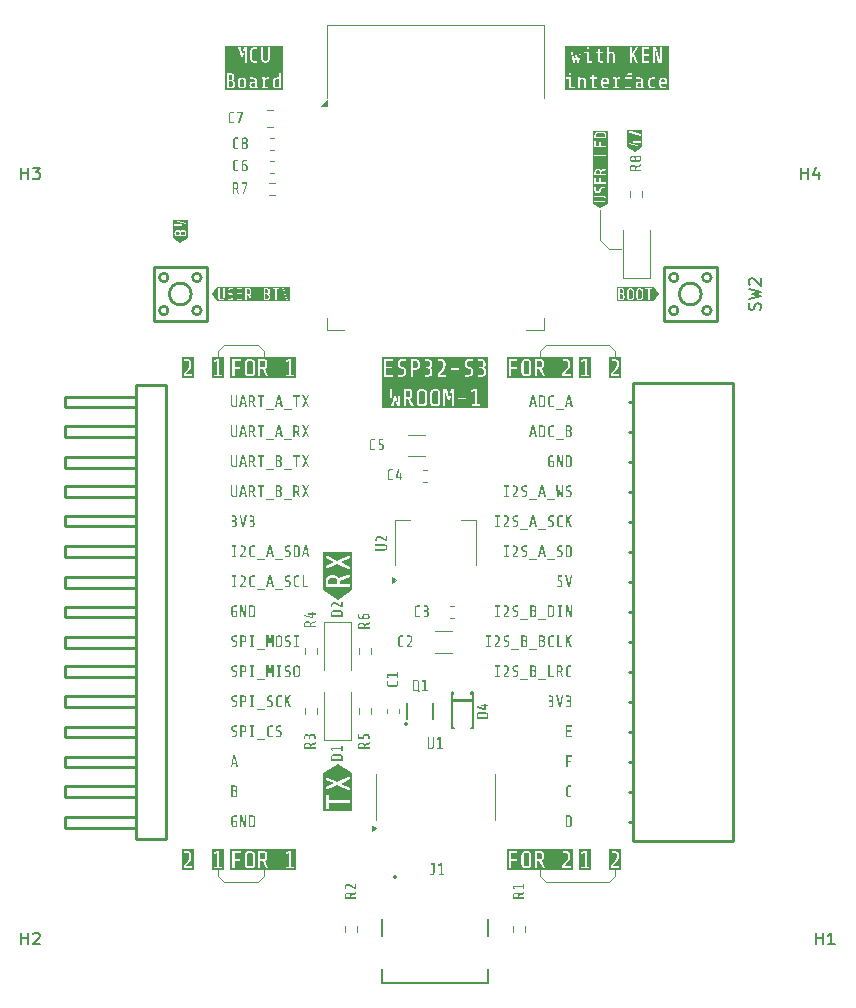
<source format=gbr>
%TF.GenerationSoftware,KiCad,Pcbnew,9.0.6*%
%TF.CreationDate,2026-01-25T13:47:59+09:00*%
%TF.ProjectId,esp32-s3-with-ken-interface,65737033-322d-4733-932d-776974682d6b,rev?*%
%TF.SameCoordinates,Original*%
%TF.FileFunction,Legend,Top*%
%TF.FilePolarity,Positive*%
%FSLAX46Y46*%
G04 Gerber Fmt 4.6, Leading zero omitted, Abs format (unit mm)*
G04 Created by KiCad (PCBNEW 9.0.6) date 2026-01-25 13:47:59*
%MOMM*%
%LPD*%
G01*
G04 APERTURE LIST*
%ADD10C,0.120000*%
%ADD11C,0.150000*%
%ADD12C,0.200000*%
%ADD13C,0.000000*%
%ADD14C,0.250000*%
%ADD15C,0.127000*%
G04 APERTURE END LIST*
D10*
X98552000Y-112014000D02*
X93218000Y-112014000D01*
X99060000Y-111506000D02*
X98552000Y-112014000D01*
X65913000Y-66548000D02*
X68834000Y-66548000D01*
X92710000Y-111506000D02*
X92710000Y-110998000D01*
X69342000Y-110998000D02*
X69342000Y-111506000D01*
X68834000Y-66548000D02*
X69342000Y-67056000D01*
X92710000Y-67056000D02*
X93218000Y-66548000D01*
X69342000Y-67056000D02*
X69342000Y-67564000D01*
X92710000Y-67564000D02*
X92710000Y-67056000D01*
X99060000Y-67056000D02*
X99060000Y-67564000D01*
X97790000Y-57658000D02*
X98552000Y-58420000D01*
X93218000Y-66548000D02*
X98552000Y-66548000D01*
X65405000Y-111506000D02*
X65405000Y-110998000D01*
X65405000Y-67564000D02*
X65405000Y-67056000D01*
X65913000Y-112014000D02*
X65405000Y-111506000D01*
X65405000Y-67056000D02*
X65913000Y-66548000D01*
X99060000Y-110998000D02*
X99060000Y-111506000D01*
X98552000Y-66548000D02*
X99060000Y-67056000D01*
X98552000Y-58420000D02*
X99568000Y-58420000D01*
X93218000Y-112014000D02*
X92710000Y-111506000D01*
X68834000Y-112014000D02*
X65913000Y-112014000D01*
X69342000Y-111506000D02*
X68834000Y-112014000D01*
X97790000Y-55118000D02*
X97790000Y-57658000D01*
D11*
G36*
X97038010Y-111025167D02*
G01*
X96001165Y-111025167D01*
X96001165Y-109493518D01*
X96167832Y-109493518D01*
X96167832Y-109663602D01*
X96463946Y-109554426D01*
X96463946Y-110700963D01*
X96188806Y-110700963D01*
X96188806Y-110858500D01*
X96871343Y-110858500D01*
X96871343Y-110700963D01*
X96642365Y-110700963D01*
X96642365Y-109388463D01*
X96442880Y-109388463D01*
X96167832Y-109493518D01*
X96001165Y-109493518D01*
X96001165Y-109221796D01*
X97038010Y-109221796D01*
X97038010Y-111025167D01*
G37*
G36*
X66737416Y-86926784D02*
G01*
X66737416Y-86151191D01*
X66611387Y-86151191D01*
X66611387Y-86048975D01*
X66985200Y-86048975D01*
X66985200Y-86151191D01*
X66859171Y-86151191D01*
X66859171Y-86926784D01*
X66985200Y-86926784D01*
X66985200Y-87029000D01*
X66611387Y-87029000D01*
X66611387Y-86926784D01*
X66737416Y-86926784D01*
G37*
G36*
X67547203Y-86586615D02*
G01*
X67608081Y-86494901D01*
X67621700Y-86467080D01*
X67629757Y-86439642D01*
X67633741Y-86408463D01*
X67635375Y-86358370D01*
X67635375Y-86260428D01*
X67631787Y-86232844D01*
X67621222Y-86208404D01*
X67603196Y-86186240D01*
X67580087Y-86169391D01*
X67552500Y-86159049D01*
X67519176Y-86155404D01*
X67351198Y-86155404D01*
X67351198Y-86048975D01*
X67505193Y-86048975D01*
X67566419Y-86053252D01*
X67616764Y-86065147D01*
X67658148Y-86083684D01*
X67692100Y-86108509D01*
X67719397Y-86140191D01*
X67739597Y-86179338D01*
X67752530Y-86227559D01*
X67757191Y-86286990D01*
X67757191Y-86345791D01*
X67754433Y-86412510D01*
X67747360Y-86459242D01*
X67735220Y-86500893D01*
X67719394Y-86536240D01*
X67659189Y-86630029D01*
X67452010Y-86922571D01*
X67785218Y-86922571D01*
X67785218Y-87029000D01*
X67323172Y-87029000D01*
X67323172Y-86905779D01*
X67547203Y-86586615D01*
G37*
G36*
X68335986Y-87029000D02*
G01*
X68274756Y-87024726D01*
X68224410Y-87012842D01*
X68183027Y-86994323D01*
X68149079Y-86969526D01*
X68121780Y-86937816D01*
X68101579Y-86898647D01*
X68088648Y-86850414D01*
X68083988Y-86790985D01*
X68083988Y-86286990D01*
X68088649Y-86227559D01*
X68101582Y-86179338D01*
X68121783Y-86140191D01*
X68149079Y-86108509D01*
X68183031Y-86083684D01*
X68224415Y-86065147D01*
X68274760Y-86053252D01*
X68335986Y-86048975D01*
X68534799Y-86048975D01*
X68534799Y-86155404D01*
X68322003Y-86155404D01*
X68288719Y-86159046D01*
X68261128Y-86169386D01*
X68237983Y-86186240D01*
X68219957Y-86208404D01*
X68209392Y-86232844D01*
X68205804Y-86260428D01*
X68205804Y-86817607D01*
X68209392Y-86845191D01*
X68219957Y-86869631D01*
X68237983Y-86891796D01*
X68261124Y-86908614D01*
X68288714Y-86918935D01*
X68322003Y-86922571D01*
X68534799Y-86922571D01*
X68534799Y-87029000D01*
X68335986Y-87029000D01*
G37*
G36*
X69417371Y-87161990D02*
G01*
X69417371Y-87267014D01*
X68711814Y-87267014D01*
X68711814Y-87161990D01*
X69417371Y-87161990D01*
G37*
G36*
X70134773Y-87029000D02*
G01*
X70010209Y-87029000D01*
X69957025Y-86781215D01*
X69684023Y-86781215D01*
X69629374Y-87029000D01*
X69504810Y-87029000D01*
X69589990Y-86676191D01*
X69706371Y-86676191D01*
X69934616Y-86676191D01*
X69819822Y-86141421D01*
X69706371Y-86676191D01*
X69589990Y-86676191D01*
X69741420Y-86048975D01*
X69902376Y-86048975D01*
X70134773Y-87029000D01*
G37*
G36*
X70927769Y-87161990D02*
G01*
X70927769Y-87267014D01*
X70222212Y-87267014D01*
X70222212Y-87161990D01*
X70927769Y-87161990D01*
G37*
G36*
X71566769Y-86790985D02*
G01*
X71562109Y-86850414D01*
X71549178Y-86898647D01*
X71528976Y-86937816D01*
X71501678Y-86969526D01*
X71467730Y-86994323D01*
X71426347Y-87012842D01*
X71376001Y-87024726D01*
X71314771Y-87029000D01*
X71116019Y-87029000D01*
X71116019Y-86922571D01*
X71328815Y-86922571D01*
X71362102Y-86918933D01*
X71389671Y-86908612D01*
X71412774Y-86891796D01*
X71430837Y-86869627D01*
X71441420Y-86845187D01*
X71445014Y-86817607D01*
X71445014Y-86671978D01*
X71439273Y-86633104D01*
X71423276Y-86604139D01*
X71407117Y-86590151D01*
X71385950Y-86581377D01*
X71358185Y-86578188D01*
X71316176Y-86578188D01*
X71264937Y-86574018D01*
X71221431Y-86562205D01*
X71184268Y-86543326D01*
X71152411Y-86517311D01*
X71127207Y-86485245D01*
X71108489Y-86446091D01*
X71096510Y-86398369D01*
X71092205Y-86340174D01*
X71092205Y-86286990D01*
X71096866Y-86227559D01*
X71109799Y-86179338D01*
X71130000Y-86140191D01*
X71157296Y-86108509D01*
X71191248Y-86083684D01*
X71232632Y-86065147D01*
X71282977Y-86053252D01*
X71344203Y-86048975D01*
X71544421Y-86048975D01*
X71544421Y-86155404D01*
X71330220Y-86155404D01*
X71296896Y-86159049D01*
X71269309Y-86169391D01*
X71246200Y-86186240D01*
X71228174Y-86208404D01*
X71217609Y-86232844D01*
X71214021Y-86260428D01*
X71214021Y-86366796D01*
X71221158Y-86406903D01*
X71241987Y-86438909D01*
X71262241Y-86454687D01*
X71286144Y-86464258D01*
X71314771Y-86467607D01*
X71356781Y-86467607D01*
X71420661Y-86474568D01*
X71471208Y-86493950D01*
X71511448Y-86525004D01*
X71534293Y-86555060D01*
X71551522Y-86592802D01*
X71562705Y-86639934D01*
X71566769Y-86698600D01*
X71566769Y-86790985D01*
G37*
G36*
X72111980Y-87029000D02*
G01*
X72050751Y-87024726D01*
X72000404Y-87012842D01*
X71959021Y-86994323D01*
X71925073Y-86969526D01*
X71897775Y-86937816D01*
X71877574Y-86898647D01*
X71864643Y-86850414D01*
X71859982Y-86790985D01*
X71859982Y-86286990D01*
X71864644Y-86227559D01*
X71877576Y-86179338D01*
X71897777Y-86140191D01*
X71925073Y-86108509D01*
X71959025Y-86083684D01*
X72000410Y-86065147D01*
X72050755Y-86053252D01*
X72111980Y-86048975D01*
X72310794Y-86048975D01*
X72310794Y-86155404D01*
X72097997Y-86155404D01*
X72064713Y-86159046D01*
X72037123Y-86169386D01*
X72013978Y-86186240D01*
X71995951Y-86208404D01*
X71985386Y-86232844D01*
X71981799Y-86260428D01*
X71981799Y-86817607D01*
X71985386Y-86845191D01*
X71995951Y-86869631D01*
X72013978Y-86891796D01*
X72037118Y-86908614D01*
X72064709Y-86918935D01*
X72097997Y-86922571D01*
X72310794Y-86922571D01*
X72310794Y-87029000D01*
X72111980Y-87029000D01*
G37*
G36*
X72745363Y-86048975D02*
G01*
X72745363Y-86922571D01*
X73057566Y-86922571D01*
X73057566Y-87029000D01*
X72623608Y-87029000D01*
X72623608Y-86048975D01*
X72745363Y-86048975D01*
G37*
G36*
X68233746Y-109553574D02*
G01*
X68275127Y-109569087D01*
X68309790Y-109594360D01*
X68336830Y-109627607D01*
X68352677Y-109664267D01*
X68358059Y-109705643D01*
X68358059Y-110541411D01*
X68352677Y-110582787D01*
X68336830Y-110619447D01*
X68309790Y-110652694D01*
X68275134Y-110677914D01*
X68233753Y-110693398D01*
X68183761Y-110698856D01*
X68057823Y-110698856D01*
X68007832Y-110693398D01*
X67966451Y-110677914D01*
X67931794Y-110652694D01*
X67904755Y-110619447D01*
X67888908Y-110582787D01*
X67883526Y-110541411D01*
X67883526Y-109705643D01*
X67888908Y-109664267D01*
X67904755Y-109627607D01*
X67931794Y-109594360D01*
X67966458Y-109569087D01*
X68007839Y-109553574D01*
X68057823Y-109548106D01*
X68183761Y-109548106D01*
X68233746Y-109553574D01*
G37*
G36*
X69305689Y-109550667D02*
G01*
X69343325Y-109563052D01*
X69370140Y-109581720D01*
X69389338Y-109608015D01*
X69402063Y-109645268D01*
X69406868Y-109697216D01*
X69406868Y-109938742D01*
X69402088Y-109990699D01*
X69389380Y-110028343D01*
X69370140Y-110055246D01*
X69343237Y-110074485D01*
X69305593Y-110087194D01*
X69253636Y-110091974D01*
X69016324Y-110091974D01*
X69016324Y-109546000D01*
X69253636Y-109546000D01*
X69305689Y-109550667D01*
G37*
G36*
X72036602Y-111025167D02*
G01*
X66476899Y-111025167D01*
X66476899Y-110858500D01*
X66643566Y-110858500D01*
X66826290Y-110858500D01*
X66826290Y-110197029D01*
X67292489Y-110197029D01*
X67292489Y-110043705D01*
X66826290Y-110043705D01*
X66826290Y-109745485D01*
X67700801Y-109745485D01*
X67700801Y-110501478D01*
X67707792Y-110590621D01*
X67727188Y-110662971D01*
X67757490Y-110721725D01*
X67798438Y-110769290D01*
X67849360Y-110806485D01*
X67911434Y-110834264D01*
X67986954Y-110852090D01*
X68078798Y-110858500D01*
X68162787Y-110858500D01*
X68254631Y-110852090D01*
X68330151Y-110834264D01*
X68392225Y-110806485D01*
X68443147Y-110769290D01*
X68484094Y-110721725D01*
X68514396Y-110662971D01*
X68533793Y-110590621D01*
X68540783Y-110501478D01*
X68540783Y-110091974D01*
X68833600Y-110091974D01*
X68833600Y-110858500D01*
X69016324Y-110858500D01*
X69016324Y-110249510D01*
X69222129Y-110249510D01*
X69492964Y-110858500D01*
X69692541Y-110858500D01*
X69400640Y-110213790D01*
X69468277Y-110183370D01*
X69519460Y-110140576D01*
X69556832Y-110084354D01*
X69580827Y-110011620D01*
X69589592Y-109917676D01*
X69589592Y-109716084D01*
X69582923Y-109630863D01*
X69564591Y-109563157D01*
X69536229Y-109509483D01*
X69521854Y-109493518D01*
X71166424Y-109493518D01*
X71166424Y-109663602D01*
X71462538Y-109554426D01*
X71462538Y-110700963D01*
X71187399Y-110700963D01*
X71187399Y-110858500D01*
X71869935Y-110858500D01*
X71869935Y-110700963D01*
X71640958Y-110700963D01*
X71640958Y-109388463D01*
X71441472Y-109388463D01*
X71166424Y-109493518D01*
X69521854Y-109493518D01*
X69498185Y-109467231D01*
X69432709Y-109425744D01*
X69344981Y-109398555D01*
X69228357Y-109388463D01*
X68833600Y-109388463D01*
X68833600Y-110091974D01*
X68540783Y-110091974D01*
X68540783Y-109745485D01*
X68533791Y-109656339D01*
X68514393Y-109584007D01*
X68484091Y-109525286D01*
X68443147Y-109477764D01*
X68392219Y-109440527D01*
X68330142Y-109412721D01*
X68254624Y-109394878D01*
X68162787Y-109388463D01*
X68078798Y-109388463D01*
X67986960Y-109394878D01*
X67911442Y-109412721D01*
X67849366Y-109440527D01*
X67798438Y-109477764D01*
X67757493Y-109525286D01*
X67727192Y-109584007D01*
X67707793Y-109656339D01*
X67703926Y-109705643D01*
X67700801Y-109745485D01*
X66826290Y-109745485D01*
X66826290Y-109541786D01*
X67344970Y-109541786D01*
X67344970Y-109388463D01*
X66643566Y-109388463D01*
X66643566Y-110858500D01*
X66476899Y-110858500D01*
X66476899Y-109221796D01*
X72036602Y-109221796D01*
X72036602Y-111025167D01*
G37*
G36*
X66885001Y-103835642D02*
G01*
X66944028Y-103853234D01*
X66985872Y-103879411D01*
X67009694Y-103906372D01*
X67027758Y-103941840D01*
X67039628Y-103987928D01*
X67044002Y-104047389D01*
X67044002Y-104127196D01*
X67038784Y-104179732D01*
X67024056Y-104223169D01*
X67000347Y-104259398D01*
X66967004Y-104289617D01*
X67006339Y-104318802D01*
X67034231Y-104355973D01*
X67051702Y-104402718D01*
X67057985Y-104461808D01*
X67057985Y-104587777D01*
X67053749Y-104649060D01*
X67042323Y-104696103D01*
X67025101Y-104731852D01*
X67002664Y-104758624D01*
X66974054Y-104778791D01*
X66935810Y-104794537D01*
X66885451Y-104805079D01*
X66819970Y-104809000D01*
X66540007Y-104809000D01*
X66540007Y-104703975D01*
X66661823Y-104703975D01*
X66832610Y-104703975D01*
X66867253Y-104700807D01*
X66892632Y-104692346D01*
X66911012Y-104679490D01*
X66924255Y-104661490D01*
X66932963Y-104636389D01*
X66936230Y-104601821D01*
X66936230Y-104449230D01*
X66932895Y-104419591D01*
X66923487Y-104395501D01*
X66908203Y-104375713D01*
X66888022Y-104360829D01*
X66863684Y-104351662D01*
X66834014Y-104348419D01*
X66661823Y-104348419D01*
X66661823Y-104703975D01*
X66540007Y-104703975D01*
X66540007Y-104243394D01*
X66661823Y-104243394D01*
X66819970Y-104243394D01*
X66860192Y-104236280D01*
X66892755Y-104215428D01*
X66908894Y-104195087D01*
X66918727Y-104170732D01*
X66922186Y-104141178D01*
X66922186Y-104034811D01*
X66918982Y-104000179D01*
X66910499Y-103975343D01*
X66897700Y-103957813D01*
X66879822Y-103945370D01*
X66854714Y-103937113D01*
X66819970Y-103934000D01*
X66661823Y-103934000D01*
X66661823Y-104243394D01*
X66540007Y-104243394D01*
X66540007Y-103828975D01*
X66803178Y-103828975D01*
X66885001Y-103835642D01*
G37*
G36*
X91652755Y-67897574D02*
G01*
X91694136Y-67913087D01*
X91728799Y-67938360D01*
X91755839Y-67971607D01*
X91771686Y-68008267D01*
X91777068Y-68049643D01*
X91777068Y-68885411D01*
X91771686Y-68926787D01*
X91755839Y-68963447D01*
X91728799Y-68996694D01*
X91694143Y-69021914D01*
X91652762Y-69037398D01*
X91602770Y-69042856D01*
X91476832Y-69042856D01*
X91426841Y-69037398D01*
X91385460Y-69021914D01*
X91350803Y-68996694D01*
X91323764Y-68963447D01*
X91307917Y-68926787D01*
X91302535Y-68885411D01*
X91302535Y-68049643D01*
X91307917Y-68008267D01*
X91323764Y-67971607D01*
X91350803Y-67938360D01*
X91385467Y-67913087D01*
X91426848Y-67897574D01*
X91476832Y-67892106D01*
X91602770Y-67892106D01*
X91652755Y-67897574D01*
G37*
G36*
X92724698Y-67894667D02*
G01*
X92762334Y-67907052D01*
X92789149Y-67925720D01*
X92808347Y-67952015D01*
X92821072Y-67989268D01*
X92825877Y-68041216D01*
X92825877Y-68282742D01*
X92821097Y-68334699D01*
X92808389Y-68372343D01*
X92789149Y-68399246D01*
X92762246Y-68418485D01*
X92724602Y-68431194D01*
X92672645Y-68435974D01*
X92435333Y-68435974D01*
X92435333Y-67890000D01*
X92672645Y-67890000D01*
X92724698Y-67894667D01*
G37*
G36*
X95451398Y-69369167D02*
G01*
X89895908Y-69369167D01*
X89895908Y-69202500D01*
X90062575Y-69202500D01*
X90245299Y-69202500D01*
X90245299Y-68541029D01*
X90711498Y-68541029D01*
X90711498Y-68387705D01*
X90245299Y-68387705D01*
X90245299Y-68089485D01*
X91119810Y-68089485D01*
X91119810Y-68845478D01*
X91126801Y-68934621D01*
X91146197Y-69006971D01*
X91176499Y-69065725D01*
X91217447Y-69113290D01*
X91268369Y-69150485D01*
X91330443Y-69178264D01*
X91405963Y-69196090D01*
X91497807Y-69202500D01*
X91581796Y-69202500D01*
X91673640Y-69196090D01*
X91749160Y-69178264D01*
X91811234Y-69150485D01*
X91862156Y-69113290D01*
X91903103Y-69065725D01*
X91933405Y-69006971D01*
X91952802Y-68934621D01*
X91959792Y-68845478D01*
X91959792Y-68435974D01*
X92252609Y-68435974D01*
X92252609Y-69202500D01*
X92435333Y-69202500D01*
X92435333Y-68593510D01*
X92641138Y-68593510D01*
X92911973Y-69202500D01*
X93111550Y-69202500D01*
X93027865Y-69017669D01*
X94591662Y-69017669D01*
X94591662Y-69202500D01*
X95284731Y-69202500D01*
X95284731Y-69042856D01*
X94784919Y-69042856D01*
X95095687Y-68604043D01*
X95185996Y-68463360D01*
X95209733Y-68410340D01*
X95227945Y-68347863D01*
X95238554Y-68277765D01*
X95242691Y-68177687D01*
X95242691Y-68089485D01*
X95235699Y-68000339D01*
X95216300Y-67928007D01*
X95185999Y-67869286D01*
X95145055Y-67821764D01*
X95094127Y-67784527D01*
X95032050Y-67756721D01*
X94956532Y-67738878D01*
X94864694Y-67732463D01*
X94633702Y-67732463D01*
X94633702Y-67892106D01*
X94885669Y-67892106D01*
X94935654Y-67897574D01*
X94977035Y-67913087D01*
X95011698Y-67938360D01*
X95038738Y-67971607D01*
X95054585Y-68008267D01*
X95059967Y-68049643D01*
X95059967Y-68196555D01*
X95057516Y-68271695D01*
X95051540Y-68318463D01*
X95039455Y-68359620D01*
X95019025Y-68401352D01*
X94927709Y-68538922D01*
X94591662Y-69017669D01*
X93027865Y-69017669D01*
X92819649Y-68557790D01*
X92887286Y-68527370D01*
X92938469Y-68484576D01*
X92975841Y-68428354D01*
X92999836Y-68355620D01*
X93008601Y-68261676D01*
X93008601Y-68060084D01*
X93001932Y-67974863D01*
X92983600Y-67907157D01*
X92955238Y-67853483D01*
X92917194Y-67811231D01*
X92851718Y-67769744D01*
X92763990Y-67742555D01*
X92647366Y-67732463D01*
X92252609Y-67732463D01*
X92252609Y-68435974D01*
X91959792Y-68435974D01*
X91959792Y-68089485D01*
X91952800Y-68000339D01*
X91933402Y-67928007D01*
X91903100Y-67869286D01*
X91862156Y-67821764D01*
X91811228Y-67784527D01*
X91749151Y-67756721D01*
X91673633Y-67738878D01*
X91581796Y-67732463D01*
X91497807Y-67732463D01*
X91405969Y-67738878D01*
X91330451Y-67756721D01*
X91268375Y-67784527D01*
X91217447Y-67821764D01*
X91176502Y-67869286D01*
X91146201Y-67928007D01*
X91126802Y-68000339D01*
X91122935Y-68049643D01*
X91119810Y-68089485D01*
X90245299Y-68089485D01*
X90245299Y-67885786D01*
X90763979Y-67885786D01*
X90763979Y-67732463D01*
X90062575Y-67732463D01*
X90062575Y-69202500D01*
X89895908Y-69202500D01*
X89895908Y-67565796D01*
X95451398Y-67565796D01*
X95451398Y-69369167D01*
G37*
G36*
X66804583Y-107349000D02*
G01*
X66743389Y-107344728D01*
X66693050Y-107332847D01*
X66651654Y-107314328D01*
X66617676Y-107289526D01*
X66590378Y-107257816D01*
X66570177Y-107218647D01*
X66557246Y-107170414D01*
X66552585Y-107110985D01*
X66552585Y-106606990D01*
X66557247Y-106547559D01*
X66570179Y-106499338D01*
X66590380Y-106460191D01*
X66617676Y-106428509D01*
X66651658Y-106403680D01*
X66693056Y-106385143D01*
X66743394Y-106373250D01*
X66804583Y-106368975D01*
X67001992Y-106368975D01*
X67001992Y-106475404D01*
X66790600Y-106475404D01*
X66757316Y-106479046D01*
X66729726Y-106489386D01*
X66706580Y-106506240D01*
X66688554Y-106528404D01*
X66677989Y-106552844D01*
X66674401Y-106580428D01*
X66674401Y-107137607D01*
X66677989Y-107165191D01*
X66688554Y-107189631D01*
X66706580Y-107211796D01*
X66729721Y-107228614D01*
X66757312Y-107238935D01*
X66790600Y-107242571D01*
X66927803Y-107242571D01*
X66927803Y-106938794D01*
X66805987Y-106938794D01*
X66805987Y-106833769D01*
X67044002Y-106833769D01*
X67044002Y-107349000D01*
X66804583Y-107349000D01*
G37*
G36*
X67400169Y-107349000D02*
G01*
X67286779Y-107349000D01*
X67286779Y-106368975D01*
X67485593Y-106368975D01*
X67706816Y-107245379D01*
X67706816Y-106368975D01*
X67820206Y-106368975D01*
X67820206Y-107349000D01*
X67619988Y-107349000D01*
X67400169Y-106472595D01*
X67400169Y-107349000D01*
G37*
G36*
X68400516Y-106375595D02*
G01*
X68462391Y-106393326D01*
X68508177Y-106420083D01*
X68534995Y-106447831D01*
X68554954Y-106483597D01*
X68567877Y-106529260D01*
X68572596Y-106587389D01*
X68572596Y-107127777D01*
X68568360Y-107189060D01*
X68556934Y-107236103D01*
X68539712Y-107271852D01*
X68517275Y-107298624D01*
X68488665Y-107318791D01*
X68450421Y-107334537D01*
X68400062Y-107345079D01*
X68334581Y-107349000D01*
X68046191Y-107349000D01*
X68046191Y-107243975D01*
X68168008Y-107243975D01*
X68347221Y-107243975D01*
X68381864Y-107240805D01*
X68407219Y-107232343D01*
X68425562Y-107219490D01*
X68438805Y-107201490D01*
X68447512Y-107176389D01*
X68450780Y-107141821D01*
X68450780Y-106574811D01*
X68447444Y-106545172D01*
X68438037Y-106521082D01*
X68422753Y-106501294D01*
X68402610Y-106486412D01*
X68378294Y-106477244D01*
X68348625Y-106474000D01*
X68168008Y-106474000D01*
X68168008Y-107243975D01*
X68046191Y-107243975D01*
X68046191Y-106368975D01*
X68317789Y-106368975D01*
X68400516Y-106375595D01*
G37*
G36*
X65923010Y-69369167D02*
G01*
X64886165Y-69369167D01*
X64886165Y-67837518D01*
X65052832Y-67837518D01*
X65052832Y-68007602D01*
X65348946Y-67898426D01*
X65348946Y-69044963D01*
X65073806Y-69044963D01*
X65073806Y-69202500D01*
X65756343Y-69202500D01*
X65756343Y-69044963D01*
X65527365Y-69044963D01*
X65527365Y-67732463D01*
X65327880Y-67732463D01*
X65052832Y-67837518D01*
X64886165Y-67837518D01*
X64886165Y-67565796D01*
X65923010Y-67565796D01*
X65923010Y-69369167D01*
G37*
G36*
X95360630Y-98748975D02*
G01*
X95360630Y-98851191D01*
X95014782Y-98851191D01*
X95014782Y-99171821D01*
X95325581Y-99171821D01*
X95325581Y-99273975D01*
X95014782Y-99273975D01*
X95014782Y-99626784D01*
X95360630Y-99626784D01*
X95360630Y-99729000D01*
X94893027Y-99729000D01*
X94893027Y-98748975D01*
X95360630Y-98748975D01*
G37*
G36*
X91652755Y-109553574D02*
G01*
X91694136Y-109569087D01*
X91728799Y-109594360D01*
X91755839Y-109627607D01*
X91771686Y-109664267D01*
X91777068Y-109705643D01*
X91777068Y-110541411D01*
X91771686Y-110582787D01*
X91755839Y-110619447D01*
X91728799Y-110652694D01*
X91694143Y-110677914D01*
X91652762Y-110693398D01*
X91602770Y-110698856D01*
X91476832Y-110698856D01*
X91426841Y-110693398D01*
X91385460Y-110677914D01*
X91350803Y-110652694D01*
X91323764Y-110619447D01*
X91307917Y-110582787D01*
X91302535Y-110541411D01*
X91302535Y-109705643D01*
X91307917Y-109664267D01*
X91323764Y-109627607D01*
X91350803Y-109594360D01*
X91385467Y-109569087D01*
X91426848Y-109553574D01*
X91476832Y-109548106D01*
X91602770Y-109548106D01*
X91652755Y-109553574D01*
G37*
G36*
X92724698Y-109550667D02*
G01*
X92762334Y-109563052D01*
X92789149Y-109581720D01*
X92808347Y-109608015D01*
X92821072Y-109645268D01*
X92825877Y-109697216D01*
X92825877Y-109938742D01*
X92821097Y-109990699D01*
X92808389Y-110028343D01*
X92789149Y-110055246D01*
X92762246Y-110074485D01*
X92724602Y-110087194D01*
X92672645Y-110091974D01*
X92435333Y-110091974D01*
X92435333Y-109546000D01*
X92672645Y-109546000D01*
X92724698Y-109550667D01*
G37*
G36*
X95451398Y-111025167D02*
G01*
X89895908Y-111025167D01*
X89895908Y-110858500D01*
X90062575Y-110858500D01*
X90245299Y-110858500D01*
X90245299Y-110197029D01*
X90711498Y-110197029D01*
X90711498Y-110043705D01*
X90245299Y-110043705D01*
X90245299Y-109745485D01*
X91119810Y-109745485D01*
X91119810Y-110501478D01*
X91126801Y-110590621D01*
X91146197Y-110662971D01*
X91176499Y-110721725D01*
X91217447Y-110769290D01*
X91268369Y-110806485D01*
X91330443Y-110834264D01*
X91405963Y-110852090D01*
X91497807Y-110858500D01*
X91581796Y-110858500D01*
X91673640Y-110852090D01*
X91749160Y-110834264D01*
X91811234Y-110806485D01*
X91862156Y-110769290D01*
X91903103Y-110721725D01*
X91933405Y-110662971D01*
X91952802Y-110590621D01*
X91959792Y-110501478D01*
X91959792Y-110091974D01*
X92252609Y-110091974D01*
X92252609Y-110858500D01*
X92435333Y-110858500D01*
X92435333Y-110249510D01*
X92641138Y-110249510D01*
X92911973Y-110858500D01*
X93111550Y-110858500D01*
X93027865Y-110673669D01*
X94591662Y-110673669D01*
X94591662Y-110858500D01*
X95284731Y-110858500D01*
X95284731Y-110698856D01*
X94784919Y-110698856D01*
X95095687Y-110260043D01*
X95185996Y-110119360D01*
X95209733Y-110066340D01*
X95227945Y-110003863D01*
X95238554Y-109933765D01*
X95242691Y-109833687D01*
X95242691Y-109745485D01*
X95235699Y-109656339D01*
X95216300Y-109584007D01*
X95185999Y-109525286D01*
X95145055Y-109477764D01*
X95094127Y-109440527D01*
X95032050Y-109412721D01*
X94956532Y-109394878D01*
X94864694Y-109388463D01*
X94633702Y-109388463D01*
X94633702Y-109548106D01*
X94885669Y-109548106D01*
X94935654Y-109553574D01*
X94977035Y-109569087D01*
X95011698Y-109594360D01*
X95038738Y-109627607D01*
X95054585Y-109664267D01*
X95059967Y-109705643D01*
X95059967Y-109852555D01*
X95057516Y-109927695D01*
X95051540Y-109974463D01*
X95039455Y-110015620D01*
X95019025Y-110057352D01*
X94927709Y-110194922D01*
X94591662Y-110673669D01*
X93027865Y-110673669D01*
X92819649Y-110213790D01*
X92887286Y-110183370D01*
X92938469Y-110140576D01*
X92975841Y-110084354D01*
X92999836Y-110011620D01*
X93008601Y-109917676D01*
X93008601Y-109716084D01*
X93001932Y-109630863D01*
X92983600Y-109563157D01*
X92955238Y-109509483D01*
X92917194Y-109467231D01*
X92851718Y-109425744D01*
X92763990Y-109398555D01*
X92647366Y-109388463D01*
X92252609Y-109388463D01*
X92252609Y-110091974D01*
X91959792Y-110091974D01*
X91959792Y-109745485D01*
X91952800Y-109656339D01*
X91933402Y-109584007D01*
X91903100Y-109525286D01*
X91862156Y-109477764D01*
X91811228Y-109440527D01*
X91749151Y-109412721D01*
X91673633Y-109394878D01*
X91581796Y-109388463D01*
X91497807Y-109388463D01*
X91405969Y-109394878D01*
X91330451Y-109412721D01*
X91268375Y-109440527D01*
X91217447Y-109477764D01*
X91176502Y-109525286D01*
X91146201Y-109584007D01*
X91126802Y-109656339D01*
X91122935Y-109705643D01*
X91119810Y-109745485D01*
X90245299Y-109745485D01*
X90245299Y-109541786D01*
X90763979Y-109541786D01*
X90763979Y-109388463D01*
X90062575Y-109388463D01*
X90062575Y-110858500D01*
X89895908Y-110858500D01*
X89895908Y-109221796D01*
X95451398Y-109221796D01*
X95451398Y-111025167D01*
G37*
G36*
X67035576Y-99490985D02*
G01*
X67030915Y-99550414D01*
X67017984Y-99598647D01*
X66997783Y-99637816D01*
X66970485Y-99669526D01*
X66936537Y-99694323D01*
X66895154Y-99712842D01*
X66844807Y-99724726D01*
X66783578Y-99729000D01*
X66584825Y-99729000D01*
X66584825Y-99622571D01*
X66797622Y-99622571D01*
X66830909Y-99618933D01*
X66858477Y-99608612D01*
X66881580Y-99591796D01*
X66899644Y-99569627D01*
X66910227Y-99545187D01*
X66913821Y-99517607D01*
X66913821Y-99371978D01*
X66908080Y-99333104D01*
X66892083Y-99304139D01*
X66875924Y-99290151D01*
X66854756Y-99281377D01*
X66826992Y-99278188D01*
X66784982Y-99278188D01*
X66733744Y-99274018D01*
X66690238Y-99262205D01*
X66653074Y-99243326D01*
X66621218Y-99217311D01*
X66596014Y-99185245D01*
X66577296Y-99146091D01*
X66565317Y-99098369D01*
X66561012Y-99040174D01*
X66561012Y-98986990D01*
X66565673Y-98927559D01*
X66578605Y-98879338D01*
X66598806Y-98840191D01*
X66626102Y-98808509D01*
X66660055Y-98783684D01*
X66701439Y-98765147D01*
X66751784Y-98753252D01*
X66813009Y-98748975D01*
X67013227Y-98748975D01*
X67013227Y-98855404D01*
X66799026Y-98855404D01*
X66765703Y-98859049D01*
X66738116Y-98869391D01*
X66715007Y-98886240D01*
X66696981Y-98908404D01*
X66686416Y-98932844D01*
X66682828Y-98960428D01*
X66682828Y-99066796D01*
X66689964Y-99106903D01*
X66710794Y-99138909D01*
X66731048Y-99154687D01*
X66754951Y-99164258D01*
X66783578Y-99167607D01*
X66825588Y-99167607D01*
X66889468Y-99174568D01*
X66940015Y-99193950D01*
X66980255Y-99225004D01*
X67003100Y-99255060D01*
X67020329Y-99292802D01*
X67031512Y-99339934D01*
X67035576Y-99398600D01*
X67035576Y-99490985D01*
G37*
G36*
X67644553Y-98755703D02*
G01*
X67703038Y-98773829D01*
X67746689Y-98801487D01*
X67772052Y-98829655D01*
X67790960Y-98865438D01*
X67803181Y-98910575D01*
X67807627Y-98967389D01*
X67807627Y-99127002D01*
X67803248Y-99183836D01*
X67791185Y-99229272D01*
X67772493Y-99265535D01*
X67747421Y-99294308D01*
X67716140Y-99316568D01*
X67677234Y-99333378D01*
X67629066Y-99344275D01*
X67569613Y-99348225D01*
X67423983Y-99348225D01*
X67423983Y-99729000D01*
X67302228Y-99729000D01*
X67302228Y-99243200D01*
X67423983Y-99243200D01*
X67583595Y-99243200D01*
X67618233Y-99240014D01*
X67643329Y-99231541D01*
X67661265Y-99218715D01*
X67674123Y-99200773D01*
X67682616Y-99175659D01*
X67685811Y-99140985D01*
X67685811Y-98954811D01*
X67682601Y-98920184D01*
X67674098Y-98895349D01*
X67661265Y-98877813D01*
X67643388Y-98865368D01*
X67618297Y-98857111D01*
X67583595Y-98854000D01*
X67423983Y-98854000D01*
X67423983Y-99243200D01*
X67302228Y-99243200D01*
X67302228Y-98748975D01*
X67566804Y-98748975D01*
X67644553Y-98755703D01*
G37*
G36*
X68247814Y-99626784D02*
G01*
X68247814Y-98851191D01*
X68121785Y-98851191D01*
X68121785Y-98748975D01*
X68495598Y-98748975D01*
X68495598Y-98851191D01*
X68369569Y-98851191D01*
X68369569Y-99626784D01*
X68495598Y-99626784D01*
X68495598Y-99729000D01*
X68121785Y-99729000D01*
X68121785Y-99626784D01*
X68247814Y-99626784D01*
G37*
G36*
X69417371Y-99861990D02*
G01*
X69417371Y-99967014D01*
X68711814Y-99967014D01*
X68711814Y-99861990D01*
X69417371Y-99861990D01*
G37*
G36*
X69846383Y-99729000D02*
G01*
X69785154Y-99724726D01*
X69734807Y-99712842D01*
X69693425Y-99694323D01*
X69659476Y-99669526D01*
X69632178Y-99637816D01*
X69611977Y-99598647D01*
X69599046Y-99550414D01*
X69594386Y-99490985D01*
X69594386Y-98986990D01*
X69599047Y-98927559D01*
X69611979Y-98879338D01*
X69632180Y-98840191D01*
X69659476Y-98808509D01*
X69693429Y-98783684D01*
X69734813Y-98765147D01*
X69785158Y-98753252D01*
X69846383Y-98748975D01*
X70045197Y-98748975D01*
X70045197Y-98855404D01*
X69832400Y-98855404D01*
X69799117Y-98859046D01*
X69771526Y-98869386D01*
X69748381Y-98886240D01*
X69730355Y-98908404D01*
X69719790Y-98932844D01*
X69716202Y-98960428D01*
X69716202Y-99517607D01*
X69719790Y-99545191D01*
X69730355Y-99569631D01*
X69748381Y-99591796D01*
X69771522Y-99608614D01*
X69799112Y-99618935D01*
X69832400Y-99622571D01*
X70045197Y-99622571D01*
X70045197Y-99729000D01*
X69846383Y-99729000D01*
G37*
G36*
X70811570Y-99490985D02*
G01*
X70806910Y-99550414D01*
X70793979Y-99598647D01*
X70773778Y-99637816D01*
X70746479Y-99669526D01*
X70712531Y-99694323D01*
X70671148Y-99712842D01*
X70620802Y-99724726D01*
X70559572Y-99729000D01*
X70360820Y-99729000D01*
X70360820Y-99622571D01*
X70573616Y-99622571D01*
X70606903Y-99618933D01*
X70634472Y-99608612D01*
X70657575Y-99591796D01*
X70675638Y-99569627D01*
X70686221Y-99545187D01*
X70689815Y-99517607D01*
X70689815Y-99371978D01*
X70684074Y-99333104D01*
X70668077Y-99304139D01*
X70651918Y-99290151D01*
X70630751Y-99281377D01*
X70602987Y-99278188D01*
X70560977Y-99278188D01*
X70509739Y-99274018D01*
X70466232Y-99262205D01*
X70429069Y-99243326D01*
X70397212Y-99217311D01*
X70372009Y-99185245D01*
X70353291Y-99146091D01*
X70341312Y-99098369D01*
X70337006Y-99040174D01*
X70337006Y-98986990D01*
X70341667Y-98927559D01*
X70354600Y-98879338D01*
X70374801Y-98840191D01*
X70402097Y-98808509D01*
X70436049Y-98783684D01*
X70477433Y-98765147D01*
X70527779Y-98753252D01*
X70589004Y-98748975D01*
X70789222Y-98748975D01*
X70789222Y-98855404D01*
X70575021Y-98855404D01*
X70541698Y-98859049D01*
X70514110Y-98869391D01*
X70491001Y-98886240D01*
X70472975Y-98908404D01*
X70462410Y-98932844D01*
X70458822Y-98960428D01*
X70458822Y-99066796D01*
X70465959Y-99106903D01*
X70486788Y-99138909D01*
X70507042Y-99154687D01*
X70530945Y-99164258D01*
X70559572Y-99167607D01*
X70601582Y-99167607D01*
X70665462Y-99174568D01*
X70716009Y-99193950D01*
X70756249Y-99225004D01*
X70779094Y-99255060D01*
X70796323Y-99292802D01*
X70807506Y-99339934D01*
X70811570Y-99398600D01*
X70811570Y-99490985D01*
G37*
G36*
X95217920Y-106375595D02*
G01*
X95279795Y-106393326D01*
X95325581Y-106420083D01*
X95352399Y-106447831D01*
X95372358Y-106483597D01*
X95385281Y-106529260D01*
X95390000Y-106587389D01*
X95390000Y-107127777D01*
X95385764Y-107189060D01*
X95374338Y-107236103D01*
X95357117Y-107271852D01*
X95334679Y-107298624D01*
X95306070Y-107318791D01*
X95267825Y-107334537D01*
X95217467Y-107345079D01*
X95151985Y-107349000D01*
X94863596Y-107349000D01*
X94863596Y-107243975D01*
X94985412Y-107243975D01*
X95164625Y-107243975D01*
X95199268Y-107240805D01*
X95224624Y-107232343D01*
X95242966Y-107219490D01*
X95256209Y-107201490D01*
X95264917Y-107176389D01*
X95268184Y-107141821D01*
X95268184Y-106574811D01*
X95264849Y-106545172D01*
X95255441Y-106521082D01*
X95240157Y-106501294D01*
X95220014Y-106486412D01*
X95195698Y-106477244D01*
X95166029Y-106474000D01*
X94985412Y-106474000D01*
X94985412Y-107243975D01*
X94863596Y-107243975D01*
X94863596Y-106368975D01*
X95135194Y-106368975D01*
X95217920Y-106375595D01*
G37*
G36*
X67035576Y-96950985D02*
G01*
X67030915Y-97010414D01*
X67017984Y-97058647D01*
X66997783Y-97097816D01*
X66970485Y-97129526D01*
X66936537Y-97154323D01*
X66895154Y-97172842D01*
X66844807Y-97184726D01*
X66783578Y-97189000D01*
X66584825Y-97189000D01*
X66584825Y-97082571D01*
X66797622Y-97082571D01*
X66830909Y-97078933D01*
X66858477Y-97068612D01*
X66881580Y-97051796D01*
X66899644Y-97029627D01*
X66910227Y-97005187D01*
X66913821Y-96977607D01*
X66913821Y-96831978D01*
X66908080Y-96793104D01*
X66892083Y-96764139D01*
X66875924Y-96750151D01*
X66854756Y-96741377D01*
X66826992Y-96738188D01*
X66784982Y-96738188D01*
X66733744Y-96734018D01*
X66690238Y-96722205D01*
X66653074Y-96703326D01*
X66621218Y-96677311D01*
X66596014Y-96645245D01*
X66577296Y-96606091D01*
X66565317Y-96558369D01*
X66561012Y-96500174D01*
X66561012Y-96446990D01*
X66565673Y-96387559D01*
X66578605Y-96339338D01*
X66598806Y-96300191D01*
X66626102Y-96268509D01*
X66660055Y-96243684D01*
X66701439Y-96225147D01*
X66751784Y-96213252D01*
X66813009Y-96208975D01*
X67013227Y-96208975D01*
X67013227Y-96315404D01*
X66799026Y-96315404D01*
X66765703Y-96319049D01*
X66738116Y-96329391D01*
X66715007Y-96346240D01*
X66696981Y-96368404D01*
X66686416Y-96392844D01*
X66682828Y-96420428D01*
X66682828Y-96526796D01*
X66689964Y-96566903D01*
X66710794Y-96598909D01*
X66731048Y-96614687D01*
X66754951Y-96624258D01*
X66783578Y-96627607D01*
X66825588Y-96627607D01*
X66889468Y-96634568D01*
X66940015Y-96653950D01*
X66980255Y-96685004D01*
X67003100Y-96715060D01*
X67020329Y-96752802D01*
X67031512Y-96799934D01*
X67035576Y-96858600D01*
X67035576Y-96950985D01*
G37*
G36*
X67644553Y-96215703D02*
G01*
X67703038Y-96233829D01*
X67746689Y-96261487D01*
X67772052Y-96289655D01*
X67790960Y-96325438D01*
X67803181Y-96370575D01*
X67807627Y-96427389D01*
X67807627Y-96587002D01*
X67803248Y-96643836D01*
X67791185Y-96689272D01*
X67772493Y-96725535D01*
X67747421Y-96754308D01*
X67716140Y-96776568D01*
X67677234Y-96793378D01*
X67629066Y-96804275D01*
X67569613Y-96808225D01*
X67423983Y-96808225D01*
X67423983Y-97189000D01*
X67302228Y-97189000D01*
X67302228Y-96703200D01*
X67423983Y-96703200D01*
X67583595Y-96703200D01*
X67618233Y-96700014D01*
X67643329Y-96691541D01*
X67661265Y-96678715D01*
X67674123Y-96660773D01*
X67682616Y-96635659D01*
X67685811Y-96600985D01*
X67685811Y-96414811D01*
X67682601Y-96380184D01*
X67674098Y-96355349D01*
X67661265Y-96337813D01*
X67643388Y-96325368D01*
X67618297Y-96317111D01*
X67583595Y-96314000D01*
X67423983Y-96314000D01*
X67423983Y-96703200D01*
X67302228Y-96703200D01*
X67302228Y-96208975D01*
X67566804Y-96208975D01*
X67644553Y-96215703D01*
G37*
G36*
X68247814Y-97086784D02*
G01*
X68247814Y-96311191D01*
X68121785Y-96311191D01*
X68121785Y-96208975D01*
X68495598Y-96208975D01*
X68495598Y-96311191D01*
X68369569Y-96311191D01*
X68369569Y-97086784D01*
X68495598Y-97086784D01*
X68495598Y-97189000D01*
X68121785Y-97189000D01*
X68121785Y-97086784D01*
X68247814Y-97086784D01*
G37*
G36*
X69417371Y-97321990D02*
G01*
X69417371Y-97427014D01*
X68711814Y-97427014D01*
X68711814Y-97321990D01*
X69417371Y-97321990D01*
G37*
G36*
X70056371Y-96950985D02*
G01*
X70051711Y-97010414D01*
X70038780Y-97058647D01*
X70018579Y-97097816D01*
X69991280Y-97129526D01*
X69957332Y-97154323D01*
X69915950Y-97172842D01*
X69865603Y-97184726D01*
X69804374Y-97189000D01*
X69605621Y-97189000D01*
X69605621Y-97082571D01*
X69818418Y-97082571D01*
X69851704Y-97078933D01*
X69879273Y-97068612D01*
X69902376Y-97051796D01*
X69920439Y-97029627D01*
X69931022Y-97005187D01*
X69934616Y-96977607D01*
X69934616Y-96831978D01*
X69928875Y-96793104D01*
X69912878Y-96764139D01*
X69896719Y-96750151D01*
X69875552Y-96741377D01*
X69847788Y-96738188D01*
X69805778Y-96738188D01*
X69754540Y-96734018D01*
X69711034Y-96722205D01*
X69673870Y-96703326D01*
X69642013Y-96677311D01*
X69616810Y-96645245D01*
X69598092Y-96606091D01*
X69586113Y-96558369D01*
X69581807Y-96500174D01*
X69581807Y-96446990D01*
X69586469Y-96387559D01*
X69599401Y-96339338D01*
X69619602Y-96300191D01*
X69646898Y-96268509D01*
X69680850Y-96243684D01*
X69722234Y-96225147D01*
X69772580Y-96213252D01*
X69833805Y-96208975D01*
X70034023Y-96208975D01*
X70034023Y-96315404D01*
X69819822Y-96315404D01*
X69786499Y-96319049D01*
X69758911Y-96329391D01*
X69735802Y-96346240D01*
X69717776Y-96368404D01*
X69707211Y-96392844D01*
X69703623Y-96420428D01*
X69703623Y-96526796D01*
X69710760Y-96566903D01*
X69731589Y-96598909D01*
X69751843Y-96614687D01*
X69775746Y-96624258D01*
X69804374Y-96627607D01*
X69846383Y-96627607D01*
X69910263Y-96634568D01*
X69960810Y-96653950D01*
X70001050Y-96685004D01*
X70023896Y-96715060D01*
X70041124Y-96752802D01*
X70052308Y-96799934D01*
X70056371Y-96858600D01*
X70056371Y-96950985D01*
G37*
G36*
X70601582Y-97189000D02*
G01*
X70540353Y-97184726D01*
X70490006Y-97172842D01*
X70448623Y-97154323D01*
X70414675Y-97129526D01*
X70387377Y-97097816D01*
X70367176Y-97058647D01*
X70354245Y-97010414D01*
X70349585Y-96950985D01*
X70349585Y-96446990D01*
X70354246Y-96387559D01*
X70367178Y-96339338D01*
X70387379Y-96300191D01*
X70414675Y-96268509D01*
X70448627Y-96243684D01*
X70490012Y-96225147D01*
X70540357Y-96213252D01*
X70601582Y-96208975D01*
X70800396Y-96208975D01*
X70800396Y-96315404D01*
X70587599Y-96315404D01*
X70554316Y-96319046D01*
X70526725Y-96329386D01*
X70503580Y-96346240D01*
X70485553Y-96368404D01*
X70474989Y-96392844D01*
X70471401Y-96420428D01*
X70471401Y-96977607D01*
X70474989Y-97005191D01*
X70485553Y-97029631D01*
X70503580Y-97051796D01*
X70526721Y-97068614D01*
X70554311Y-97078935D01*
X70587599Y-97082571D01*
X70800396Y-97082571D01*
X70800396Y-97189000D01*
X70601582Y-97189000D01*
G37*
G36*
X71187399Y-96827825D02*
G01*
X71187399Y-97189000D01*
X71065583Y-97189000D01*
X71065583Y-96208975D01*
X71187399Y-96208975D01*
X71187399Y-96631821D01*
X71453379Y-96208975D01*
X71586369Y-96208975D01*
X71316176Y-96641590D01*
X71603222Y-97189000D01*
X71463210Y-97189000D01*
X71240583Y-96748019D01*
X71187399Y-96827825D01*
G37*
G36*
X63378797Y-111025167D02*
G01*
X62352393Y-111025167D01*
X62352393Y-110673669D01*
X62519060Y-110673669D01*
X62519060Y-110858500D01*
X63212130Y-110858500D01*
X63212130Y-110698856D01*
X62712317Y-110698856D01*
X63023086Y-110260043D01*
X63113395Y-110119360D01*
X63137132Y-110066340D01*
X63155343Y-110003863D01*
X63165953Y-109933765D01*
X63170090Y-109833687D01*
X63170090Y-109745485D01*
X63163098Y-109656339D01*
X63143699Y-109584007D01*
X63113398Y-109525286D01*
X63072453Y-109477764D01*
X63021525Y-109440527D01*
X62959449Y-109412721D01*
X62883931Y-109394878D01*
X62792093Y-109388463D01*
X62561101Y-109388463D01*
X62561101Y-109548106D01*
X62813068Y-109548106D01*
X62863052Y-109553574D01*
X62904433Y-109569087D01*
X62939097Y-109594360D01*
X62966136Y-109627607D01*
X62981983Y-109664267D01*
X62987365Y-109705643D01*
X62987365Y-109852555D01*
X62984915Y-109927695D01*
X62978939Y-109974463D01*
X62966854Y-110015620D01*
X62946424Y-110057352D01*
X62855108Y-110194922D01*
X62519060Y-110673669D01*
X62352393Y-110673669D01*
X62352393Y-109221796D01*
X63378797Y-109221796D01*
X63378797Y-111025167D01*
G37*
G36*
X99573797Y-69369167D02*
G01*
X98547393Y-69369167D01*
X98547393Y-69017669D01*
X98714060Y-69017669D01*
X98714060Y-69202500D01*
X99407130Y-69202500D01*
X99407130Y-69042856D01*
X98907317Y-69042856D01*
X99218086Y-68604043D01*
X99308395Y-68463360D01*
X99332132Y-68410340D01*
X99350343Y-68347863D01*
X99360953Y-68277765D01*
X99365090Y-68177687D01*
X99365090Y-68089485D01*
X99358098Y-68000339D01*
X99338699Y-67928007D01*
X99308398Y-67869286D01*
X99267453Y-67821764D01*
X99216525Y-67784527D01*
X99154449Y-67756721D01*
X99078931Y-67738878D01*
X98987093Y-67732463D01*
X98756101Y-67732463D01*
X98756101Y-67892106D01*
X99008068Y-67892106D01*
X99058052Y-67897574D01*
X99099433Y-67913087D01*
X99134097Y-67938360D01*
X99161136Y-67971607D01*
X99176983Y-68008267D01*
X99182365Y-68049643D01*
X99182365Y-68196555D01*
X99179915Y-68271695D01*
X99173939Y-68318463D01*
X99161854Y-68359620D01*
X99141424Y-68401352D01*
X99050108Y-68538922D01*
X98714060Y-69017669D01*
X98547393Y-69017669D01*
X98547393Y-67565796D01*
X99573797Y-67565796D01*
X99573797Y-69369167D01*
G37*
G36*
X89023627Y-81846784D02*
G01*
X89023627Y-81071191D01*
X88897598Y-81071191D01*
X88897598Y-80968975D01*
X89271411Y-80968975D01*
X89271411Y-81071191D01*
X89145382Y-81071191D01*
X89145382Y-81846784D01*
X89271411Y-81846784D01*
X89271411Y-81949000D01*
X88897598Y-81949000D01*
X88897598Y-81846784D01*
X89023627Y-81846784D01*
G37*
G36*
X89833414Y-81506615D02*
G01*
X89894292Y-81414901D01*
X89907911Y-81387080D01*
X89915968Y-81359642D01*
X89919952Y-81328463D01*
X89921586Y-81278370D01*
X89921586Y-81180428D01*
X89917998Y-81152844D01*
X89907433Y-81128404D01*
X89889407Y-81106240D01*
X89866298Y-81089391D01*
X89838711Y-81079049D01*
X89805387Y-81075404D01*
X89637409Y-81075404D01*
X89637409Y-80968975D01*
X89791404Y-80968975D01*
X89852630Y-80973252D01*
X89902975Y-80985147D01*
X89944359Y-81003684D01*
X89978311Y-81028509D01*
X90005608Y-81060191D01*
X90025808Y-81099338D01*
X90038741Y-81147559D01*
X90043402Y-81206990D01*
X90043402Y-81265791D01*
X90040644Y-81332510D01*
X90033571Y-81379242D01*
X90021431Y-81420893D01*
X90005605Y-81456240D01*
X89945400Y-81550029D01*
X89738221Y-81842571D01*
X90071429Y-81842571D01*
X90071429Y-81949000D01*
X89609383Y-81949000D01*
X89609383Y-81825779D01*
X89833414Y-81506615D01*
G37*
G36*
X90832184Y-81710985D02*
G01*
X90827524Y-81770414D01*
X90814593Y-81818647D01*
X90794392Y-81857816D01*
X90767094Y-81889526D01*
X90733146Y-81914323D01*
X90691763Y-81932842D01*
X90641416Y-81944726D01*
X90580187Y-81949000D01*
X90381434Y-81949000D01*
X90381434Y-81842571D01*
X90594231Y-81842571D01*
X90627517Y-81838933D01*
X90655086Y-81828612D01*
X90678189Y-81811796D01*
X90696252Y-81789627D01*
X90706836Y-81765187D01*
X90710429Y-81737607D01*
X90710429Y-81591978D01*
X90704689Y-81553104D01*
X90688692Y-81524139D01*
X90672532Y-81510151D01*
X90651365Y-81501377D01*
X90623601Y-81498188D01*
X90581591Y-81498188D01*
X90530353Y-81494018D01*
X90486847Y-81482205D01*
X90449683Y-81463326D01*
X90417826Y-81437311D01*
X90392623Y-81405245D01*
X90373905Y-81366091D01*
X90361926Y-81318369D01*
X90357620Y-81260174D01*
X90357620Y-81206990D01*
X90362282Y-81147559D01*
X90375214Y-81099338D01*
X90395415Y-81060191D01*
X90422711Y-81028509D01*
X90456663Y-81003684D01*
X90498048Y-80985147D01*
X90548393Y-80973252D01*
X90609618Y-80968975D01*
X90809836Y-80968975D01*
X90809836Y-81075404D01*
X90595635Y-81075404D01*
X90562312Y-81079049D01*
X90534725Y-81089391D01*
X90511616Y-81106240D01*
X90493589Y-81128404D01*
X90483024Y-81152844D01*
X90479437Y-81180428D01*
X90479437Y-81286796D01*
X90486573Y-81326903D01*
X90507402Y-81358909D01*
X90527657Y-81374687D01*
X90551560Y-81384258D01*
X90580187Y-81387607D01*
X90622197Y-81387607D01*
X90686076Y-81394568D01*
X90736623Y-81413950D01*
X90776863Y-81445004D01*
X90799709Y-81475060D01*
X90816938Y-81512802D01*
X90828121Y-81559934D01*
X90832184Y-81618600D01*
X90832184Y-81710985D01*
G37*
G36*
X91703582Y-82081990D02*
G01*
X91703582Y-82187014D01*
X90998025Y-82187014D01*
X90998025Y-82081990D01*
X91703582Y-82081990D01*
G37*
G36*
X92420984Y-81949000D02*
G01*
X92296420Y-81949000D01*
X92243236Y-81701215D01*
X91970234Y-81701215D01*
X91915585Y-81949000D01*
X91791021Y-81949000D01*
X91876201Y-81596191D01*
X91992582Y-81596191D01*
X92220827Y-81596191D01*
X92106033Y-81061421D01*
X91992582Y-81596191D01*
X91876201Y-81596191D01*
X92027631Y-80968975D01*
X92188587Y-80968975D01*
X92420984Y-81949000D01*
G37*
G36*
X93213980Y-82081990D02*
G01*
X93213980Y-82187014D01*
X92508423Y-82187014D01*
X92508423Y-82081990D01*
X93213980Y-82081990D01*
G37*
G36*
X93852980Y-81710985D02*
G01*
X93848320Y-81770414D01*
X93835389Y-81818647D01*
X93815187Y-81857816D01*
X93787889Y-81889526D01*
X93753941Y-81914323D01*
X93712558Y-81932842D01*
X93662212Y-81944726D01*
X93600982Y-81949000D01*
X93402230Y-81949000D01*
X93402230Y-81842571D01*
X93615026Y-81842571D01*
X93648313Y-81838933D01*
X93675882Y-81828612D01*
X93698985Y-81811796D01*
X93717048Y-81789627D01*
X93727631Y-81765187D01*
X93731225Y-81737607D01*
X93731225Y-81591978D01*
X93725484Y-81553104D01*
X93709487Y-81524139D01*
X93693328Y-81510151D01*
X93672161Y-81501377D01*
X93644396Y-81498188D01*
X93602387Y-81498188D01*
X93551148Y-81494018D01*
X93507642Y-81482205D01*
X93470479Y-81463326D01*
X93438622Y-81437311D01*
X93413418Y-81405245D01*
X93394700Y-81366091D01*
X93382721Y-81318369D01*
X93378416Y-81260174D01*
X93378416Y-81206990D01*
X93383077Y-81147559D01*
X93396010Y-81099338D01*
X93416211Y-81060191D01*
X93443507Y-81028509D01*
X93477459Y-81003684D01*
X93518843Y-80985147D01*
X93569188Y-80973252D01*
X93630414Y-80968975D01*
X93830632Y-80968975D01*
X93830632Y-81075404D01*
X93616431Y-81075404D01*
X93583107Y-81079049D01*
X93555520Y-81089391D01*
X93532411Y-81106240D01*
X93514385Y-81128404D01*
X93503820Y-81152844D01*
X93500232Y-81180428D01*
X93500232Y-81286796D01*
X93507369Y-81326903D01*
X93528198Y-81358909D01*
X93548452Y-81374687D01*
X93572355Y-81384258D01*
X93600982Y-81387607D01*
X93642992Y-81387607D01*
X93706872Y-81394568D01*
X93757419Y-81413950D01*
X93797659Y-81445004D01*
X93820504Y-81475060D01*
X93837733Y-81512802D01*
X93848916Y-81559934D01*
X93852980Y-81618600D01*
X93852980Y-81710985D01*
G37*
G36*
X94398191Y-81949000D02*
G01*
X94336962Y-81944726D01*
X94286615Y-81932842D01*
X94245232Y-81914323D01*
X94211284Y-81889526D01*
X94183986Y-81857816D01*
X94163785Y-81818647D01*
X94150854Y-81770414D01*
X94146193Y-81710985D01*
X94146193Y-81206990D01*
X94150855Y-81147559D01*
X94163787Y-81099338D01*
X94183988Y-81060191D01*
X94211284Y-81028509D01*
X94245236Y-81003684D01*
X94286621Y-80985147D01*
X94336966Y-80973252D01*
X94398191Y-80968975D01*
X94597005Y-80968975D01*
X94597005Y-81075404D01*
X94384208Y-81075404D01*
X94350924Y-81079046D01*
X94323334Y-81089386D01*
X94300189Y-81106240D01*
X94282162Y-81128404D01*
X94271597Y-81152844D01*
X94268010Y-81180428D01*
X94268010Y-81737607D01*
X94271597Y-81765191D01*
X94282162Y-81789631D01*
X94300189Y-81811796D01*
X94323329Y-81828614D01*
X94350920Y-81838935D01*
X94384208Y-81842571D01*
X94597005Y-81842571D01*
X94597005Y-81949000D01*
X94398191Y-81949000D01*
G37*
G36*
X94984007Y-81587825D02*
G01*
X94984007Y-81949000D01*
X94862191Y-81949000D01*
X94862191Y-80968975D01*
X94984007Y-80968975D01*
X94984007Y-81391821D01*
X95249988Y-80968975D01*
X95382978Y-80968975D01*
X95112784Y-81401590D01*
X95399831Y-81949000D01*
X95259819Y-81949000D01*
X95037191Y-81508019D01*
X94984007Y-81587825D01*
G37*
G36*
X67067816Y-76630985D02*
G01*
X67063152Y-76690409D01*
X67050210Y-76738641D01*
X67029990Y-76777812D01*
X67002664Y-76809526D01*
X66968715Y-76834326D01*
X66927341Y-76852844D01*
X66877014Y-76864727D01*
X66815818Y-76869000D01*
X66780769Y-76869000D01*
X66719576Y-76864728D01*
X66669237Y-76852847D01*
X66627840Y-76834328D01*
X66593862Y-76809526D01*
X66566564Y-76777816D01*
X66546363Y-76738647D01*
X66533432Y-76690414D01*
X66528772Y-76630985D01*
X66528772Y-75888975D01*
X66650588Y-75888975D01*
X66650588Y-76657607D01*
X66654176Y-76685191D01*
X66664740Y-76709631D01*
X66682767Y-76731796D01*
X66705908Y-76748614D01*
X66733498Y-76758935D01*
X66766786Y-76762571D01*
X66829801Y-76762571D01*
X66863088Y-76758933D01*
X66890656Y-76748612D01*
X66913759Y-76731796D01*
X66931823Y-76709627D01*
X66942406Y-76685187D01*
X66946000Y-76657607D01*
X66946000Y-75888975D01*
X67067816Y-75888975D01*
X67067816Y-76630985D01*
G37*
G36*
X67869176Y-76869000D02*
G01*
X67744613Y-76869000D01*
X67691429Y-76621215D01*
X67418426Y-76621215D01*
X67363777Y-76869000D01*
X67239213Y-76869000D01*
X67324393Y-76516191D01*
X67440774Y-76516191D01*
X67669019Y-76516191D01*
X67554225Y-75981421D01*
X67440774Y-76516191D01*
X67324393Y-76516191D01*
X67475823Y-75888975D01*
X67636779Y-75888975D01*
X67869176Y-76869000D01*
G37*
G36*
X68370321Y-75895703D02*
G01*
X68428806Y-75913829D01*
X68472456Y-75941487D01*
X68497819Y-75969655D01*
X68516727Y-76005438D01*
X68528949Y-76050575D01*
X68533395Y-76107389D01*
X68533395Y-76241784D01*
X68527551Y-76304413D01*
X68511555Y-76352902D01*
X68486640Y-76390384D01*
X68452518Y-76418913D01*
X68407427Y-76439193D01*
X68602027Y-76869000D01*
X68468976Y-76869000D01*
X68288419Y-76463007D01*
X68151216Y-76463007D01*
X68151216Y-76869000D01*
X68029400Y-76869000D01*
X68029400Y-76357982D01*
X68151216Y-76357982D01*
X68309424Y-76357982D01*
X68344062Y-76354796D01*
X68369158Y-76346323D01*
X68387093Y-76333497D01*
X68399920Y-76315562D01*
X68408392Y-76290466D01*
X68411579Y-76255828D01*
X68411579Y-76094811D01*
X68408375Y-76060179D01*
X68399892Y-76035343D01*
X68387093Y-76017813D01*
X68369216Y-76005368D01*
X68344126Y-75997111D01*
X68309424Y-75994000D01*
X68151216Y-75994000D01*
X68151216Y-76357982D01*
X68029400Y-76357982D01*
X68029400Y-75888975D01*
X68292571Y-75888975D01*
X68370321Y-75895703D01*
G37*
G36*
X69003013Y-76869000D02*
G01*
X69003013Y-75995404D01*
X68780385Y-75995404D01*
X68780385Y-75888975D01*
X69347395Y-75888975D01*
X69347395Y-75995404D01*
X69124768Y-75995404D01*
X69124768Y-76869000D01*
X69003013Y-76869000D01*
G37*
G36*
X70172570Y-77001990D02*
G01*
X70172570Y-77107014D01*
X69467013Y-77107014D01*
X69467013Y-77001990D01*
X70172570Y-77001990D01*
G37*
G36*
X70660996Y-75895642D02*
G01*
X70720022Y-75913234D01*
X70761867Y-75939411D01*
X70785688Y-75966372D01*
X70803752Y-76001840D01*
X70815622Y-76047928D01*
X70819996Y-76107389D01*
X70819996Y-76187196D01*
X70814778Y-76239732D01*
X70800051Y-76283169D01*
X70776341Y-76319398D01*
X70742999Y-76349617D01*
X70782333Y-76378802D01*
X70810226Y-76415973D01*
X70827696Y-76462718D01*
X70833979Y-76521808D01*
X70833979Y-76647777D01*
X70829743Y-76709060D01*
X70818318Y-76756103D01*
X70801096Y-76791852D01*
X70778658Y-76818624D01*
X70750049Y-76838791D01*
X70711804Y-76854537D01*
X70661446Y-76865079D01*
X70595965Y-76869000D01*
X70316001Y-76869000D01*
X70316001Y-76763975D01*
X70437817Y-76763975D01*
X70608604Y-76763975D01*
X70643248Y-76760807D01*
X70668627Y-76752346D01*
X70687006Y-76739490D01*
X70700249Y-76721490D01*
X70708957Y-76696389D01*
X70712224Y-76661821D01*
X70712224Y-76509230D01*
X70708889Y-76479591D01*
X70699481Y-76455501D01*
X70684197Y-76435713D01*
X70664017Y-76420829D01*
X70639679Y-76411662D01*
X70610009Y-76408419D01*
X70437817Y-76408419D01*
X70437817Y-76763975D01*
X70316001Y-76763975D01*
X70316001Y-76303394D01*
X70437817Y-76303394D01*
X70595965Y-76303394D01*
X70636186Y-76296280D01*
X70668749Y-76275428D01*
X70684888Y-76255087D01*
X70694721Y-76230732D01*
X70698180Y-76201178D01*
X70698180Y-76094811D01*
X70694977Y-76060179D01*
X70686494Y-76035343D01*
X70673695Y-76017813D01*
X70655817Y-76005370D01*
X70630708Y-75997113D01*
X70595965Y-75994000D01*
X70437817Y-75994000D01*
X70437817Y-76303394D01*
X70316001Y-76303394D01*
X70316001Y-75888975D01*
X70579173Y-75888975D01*
X70660996Y-75895642D01*
G37*
G36*
X71682967Y-77001990D02*
G01*
X71682967Y-77107014D01*
X70977411Y-77107014D01*
X70977411Y-77001990D01*
X71682967Y-77001990D01*
G37*
G36*
X72023808Y-76869000D02*
G01*
X72023808Y-75995404D01*
X71801181Y-75995404D01*
X71801181Y-75888975D01*
X72368191Y-75888975D01*
X72368191Y-75995404D01*
X72145563Y-75995404D01*
X72145563Y-76869000D01*
X72023808Y-76869000D01*
G37*
G36*
X72665617Y-76869000D02*
G01*
X72533971Y-76869000D01*
X72777603Y-76362196D01*
X72556380Y-75888975D01*
X72689370Y-75888975D01*
X72843365Y-76220779D01*
X73002978Y-75888975D01*
X73133220Y-75888975D01*
X72906380Y-76360791D01*
X73147203Y-76869000D01*
X73010000Y-76869000D01*
X72841961Y-76500803D01*
X72665617Y-76869000D01*
G37*
G36*
X66804583Y-89569000D02*
G01*
X66743389Y-89564728D01*
X66693050Y-89552847D01*
X66651654Y-89534328D01*
X66617676Y-89509526D01*
X66590378Y-89477816D01*
X66570177Y-89438647D01*
X66557246Y-89390414D01*
X66552585Y-89330985D01*
X66552585Y-88826990D01*
X66557247Y-88767559D01*
X66570179Y-88719338D01*
X66590380Y-88680191D01*
X66617676Y-88648509D01*
X66651658Y-88623680D01*
X66693056Y-88605143D01*
X66743394Y-88593250D01*
X66804583Y-88588975D01*
X67001992Y-88588975D01*
X67001992Y-88695404D01*
X66790600Y-88695404D01*
X66757316Y-88699046D01*
X66729726Y-88709386D01*
X66706580Y-88726240D01*
X66688554Y-88748404D01*
X66677989Y-88772844D01*
X66674401Y-88800428D01*
X66674401Y-89357607D01*
X66677989Y-89385191D01*
X66688554Y-89409631D01*
X66706580Y-89431796D01*
X66729721Y-89448614D01*
X66757312Y-89458935D01*
X66790600Y-89462571D01*
X66927803Y-89462571D01*
X66927803Y-89158794D01*
X66805987Y-89158794D01*
X66805987Y-89053769D01*
X67044002Y-89053769D01*
X67044002Y-89569000D01*
X66804583Y-89569000D01*
G37*
G36*
X67400169Y-89569000D02*
G01*
X67286779Y-89569000D01*
X67286779Y-88588975D01*
X67485593Y-88588975D01*
X67706816Y-89465379D01*
X67706816Y-88588975D01*
X67820206Y-88588975D01*
X67820206Y-89569000D01*
X67619988Y-89569000D01*
X67400169Y-88692595D01*
X67400169Y-89569000D01*
G37*
G36*
X68400516Y-88595595D02*
G01*
X68462391Y-88613326D01*
X68508177Y-88640083D01*
X68534995Y-88667831D01*
X68554954Y-88703597D01*
X68567877Y-88749260D01*
X68572596Y-88807389D01*
X68572596Y-89347777D01*
X68568360Y-89409060D01*
X68556934Y-89456103D01*
X68539712Y-89491852D01*
X68517275Y-89518624D01*
X68488665Y-89538791D01*
X68450421Y-89554537D01*
X68400062Y-89565079D01*
X68334581Y-89569000D01*
X68046191Y-89569000D01*
X68046191Y-89463975D01*
X68168008Y-89463975D01*
X68347221Y-89463975D01*
X68381864Y-89460805D01*
X68407219Y-89452343D01*
X68425562Y-89439490D01*
X68438805Y-89421490D01*
X68447512Y-89396389D01*
X68450780Y-89361821D01*
X68450780Y-88794811D01*
X68447444Y-88765172D01*
X68438037Y-88741082D01*
X68422753Y-88721294D01*
X68402610Y-88706412D01*
X68378294Y-88697244D01*
X68348625Y-88694000D01*
X68168008Y-88694000D01*
X68168008Y-89463975D01*
X68046191Y-89463975D01*
X68046191Y-88588975D01*
X68317789Y-88588975D01*
X68400516Y-88595595D01*
G37*
G36*
X97038010Y-69369167D02*
G01*
X96001165Y-69369167D01*
X96001165Y-67837518D01*
X96167832Y-67837518D01*
X96167832Y-68007602D01*
X96463946Y-67898426D01*
X96463946Y-69044963D01*
X96188806Y-69044963D01*
X96188806Y-69202500D01*
X96871343Y-69202500D01*
X96871343Y-69044963D01*
X96642365Y-69044963D01*
X96642365Y-67732463D01*
X96442880Y-67732463D01*
X96167832Y-67837518D01*
X96001165Y-67837518D01*
X96001165Y-67565796D01*
X97038010Y-67565796D01*
X97038010Y-69369167D01*
G37*
G36*
X99573797Y-111025167D02*
G01*
X98547393Y-111025167D01*
X98547393Y-110673669D01*
X98714060Y-110673669D01*
X98714060Y-110858500D01*
X99407130Y-110858500D01*
X99407130Y-110698856D01*
X98907317Y-110698856D01*
X99218086Y-110260043D01*
X99308395Y-110119360D01*
X99332132Y-110066340D01*
X99350343Y-110003863D01*
X99360953Y-109933765D01*
X99365090Y-109833687D01*
X99365090Y-109745485D01*
X99358098Y-109656339D01*
X99338699Y-109584007D01*
X99308398Y-109525286D01*
X99267453Y-109477764D01*
X99216525Y-109440527D01*
X99154449Y-109412721D01*
X99078931Y-109394878D01*
X98987093Y-109388463D01*
X98756101Y-109388463D01*
X98756101Y-109548106D01*
X99008068Y-109548106D01*
X99058052Y-109553574D01*
X99099433Y-109569087D01*
X99134097Y-109594360D01*
X99161136Y-109627607D01*
X99176983Y-109664267D01*
X99182365Y-109705643D01*
X99182365Y-109852555D01*
X99179915Y-109927695D01*
X99173939Y-109974463D01*
X99161854Y-110015620D01*
X99141424Y-110057352D01*
X99050108Y-110194922D01*
X98714060Y-110673669D01*
X98547393Y-110673669D01*
X98547393Y-109221796D01*
X99573797Y-109221796D01*
X99573797Y-111025167D01*
G37*
G36*
X93825014Y-96967777D02*
G01*
X93820828Y-97026557D01*
X93809417Y-97072690D01*
X93791996Y-97108680D01*
X93769021Y-97136487D01*
X93739902Y-97157672D01*
X93701491Y-97174068D01*
X93651471Y-97184967D01*
X93586999Y-97189000D01*
X93407786Y-97189000D01*
X93407786Y-97083975D01*
X93599578Y-97083975D01*
X93634263Y-97080804D01*
X93659636Y-97072341D01*
X93677980Y-97059490D01*
X93691223Y-97041490D01*
X93699930Y-97016389D01*
X93703198Y-96981821D01*
X93703198Y-96837595D01*
X93699862Y-96807957D01*
X93690455Y-96783866D01*
X93675171Y-96764078D01*
X93655026Y-96749199D01*
X93630692Y-96740030D01*
X93600982Y-96736784D01*
X93451200Y-96736784D01*
X93451200Y-96631821D01*
X93586999Y-96631821D01*
X93627221Y-96624706D01*
X93659783Y-96603855D01*
X93675923Y-96583514D01*
X93685756Y-96559158D01*
X93689215Y-96529605D01*
X93689215Y-96414811D01*
X93686004Y-96380184D01*
X93677502Y-96355349D01*
X93664668Y-96337813D01*
X93646791Y-96325368D01*
X93621701Y-96317111D01*
X93586999Y-96314000D01*
X93407786Y-96314000D01*
X93407786Y-96208975D01*
X93570207Y-96208975D01*
X93647957Y-96215703D01*
X93706442Y-96233829D01*
X93750092Y-96261487D01*
X93775455Y-96289655D01*
X93794363Y-96325438D01*
X93806585Y-96370575D01*
X93811031Y-96427389D01*
X93811031Y-96515622D01*
X93805814Y-96568125D01*
X93791088Y-96611543D01*
X93767379Y-96647763D01*
X93734033Y-96677982D01*
X93773373Y-96707195D01*
X93801266Y-96744379D01*
X93818733Y-96791116D01*
X93825014Y-96850174D01*
X93825014Y-96967777D01*
G37*
G36*
X94072004Y-96208975D02*
G01*
X94195225Y-96208975D01*
X94363203Y-97065779D01*
X94543820Y-96208975D01*
X94664232Y-96208975D01*
X94444414Y-97189000D01*
X94277779Y-97189000D01*
X94072004Y-96208975D01*
G37*
G36*
X95335412Y-96967777D02*
G01*
X95331226Y-97026557D01*
X95319815Y-97072690D01*
X95302394Y-97108680D01*
X95279419Y-97136487D01*
X95250300Y-97157672D01*
X95211889Y-97174068D01*
X95161869Y-97184967D01*
X95097397Y-97189000D01*
X94918184Y-97189000D01*
X94918184Y-97083975D01*
X95109975Y-97083975D01*
X95144660Y-97080804D01*
X95170034Y-97072341D01*
X95188377Y-97059490D01*
X95201621Y-97041490D01*
X95210328Y-97016389D01*
X95213595Y-96981821D01*
X95213595Y-96837595D01*
X95210260Y-96807957D01*
X95200853Y-96783866D01*
X95185569Y-96764078D01*
X95165424Y-96749199D01*
X95141089Y-96740030D01*
X95111380Y-96736784D01*
X94961598Y-96736784D01*
X94961598Y-96631821D01*
X95097397Y-96631821D01*
X95137618Y-96624706D01*
X95170181Y-96603855D01*
X95186321Y-96583514D01*
X95196154Y-96559158D01*
X95199613Y-96529605D01*
X95199613Y-96414811D01*
X95196402Y-96380184D01*
X95187900Y-96355349D01*
X95175066Y-96337813D01*
X95157189Y-96325368D01*
X95132098Y-96317111D01*
X95097397Y-96314000D01*
X94918184Y-96314000D01*
X94918184Y-96208975D01*
X95080605Y-96208975D01*
X95158355Y-96215703D01*
X95216840Y-96233829D01*
X95260490Y-96261487D01*
X95285853Y-96289655D01*
X95304761Y-96325438D01*
X95316983Y-96370575D01*
X95321429Y-96427389D01*
X95321429Y-96515622D01*
X95316211Y-96568125D01*
X95301486Y-96611543D01*
X95277777Y-96647763D01*
X95244431Y-96677982D01*
X95283770Y-96707195D01*
X95311663Y-96744379D01*
X95329131Y-96791116D01*
X95335412Y-96850174D01*
X95335412Y-96967777D01*
G37*
G36*
X63378797Y-69369167D02*
G01*
X62352393Y-69369167D01*
X62352393Y-69017669D01*
X62519060Y-69017669D01*
X62519060Y-69202500D01*
X63212130Y-69202500D01*
X63212130Y-69042856D01*
X62712317Y-69042856D01*
X63023086Y-68604043D01*
X63113395Y-68463360D01*
X63137132Y-68410340D01*
X63155343Y-68347863D01*
X63165953Y-68277765D01*
X63170090Y-68177687D01*
X63170090Y-68089485D01*
X63163098Y-68000339D01*
X63143699Y-67928007D01*
X63113398Y-67869286D01*
X63072453Y-67821764D01*
X63021525Y-67784527D01*
X62959449Y-67756721D01*
X62883931Y-67738878D01*
X62792093Y-67732463D01*
X62561101Y-67732463D01*
X62561101Y-67892106D01*
X62813068Y-67892106D01*
X62863052Y-67897574D01*
X62904433Y-67913087D01*
X62939097Y-67938360D01*
X62966136Y-67971607D01*
X62981983Y-68008267D01*
X62987365Y-68049643D01*
X62987365Y-68196555D01*
X62984915Y-68271695D01*
X62978939Y-68318463D01*
X62966854Y-68359620D01*
X62946424Y-68401352D01*
X62855108Y-68538922D01*
X62519060Y-69017669D01*
X62352393Y-69017669D01*
X62352393Y-67565796D01*
X63378797Y-67565796D01*
X63378797Y-69369167D01*
G37*
G36*
X67035576Y-94410985D02*
G01*
X67030915Y-94470414D01*
X67017984Y-94518647D01*
X66997783Y-94557816D01*
X66970485Y-94589526D01*
X66936537Y-94614323D01*
X66895154Y-94632842D01*
X66844807Y-94644726D01*
X66783578Y-94649000D01*
X66584825Y-94649000D01*
X66584825Y-94542571D01*
X66797622Y-94542571D01*
X66830909Y-94538933D01*
X66858477Y-94528612D01*
X66881580Y-94511796D01*
X66899644Y-94489627D01*
X66910227Y-94465187D01*
X66913821Y-94437607D01*
X66913821Y-94291978D01*
X66908080Y-94253104D01*
X66892083Y-94224139D01*
X66875924Y-94210151D01*
X66854756Y-94201377D01*
X66826992Y-94198188D01*
X66784982Y-94198188D01*
X66733744Y-94194018D01*
X66690238Y-94182205D01*
X66653074Y-94163326D01*
X66621218Y-94137311D01*
X66596014Y-94105245D01*
X66577296Y-94066091D01*
X66565317Y-94018369D01*
X66561012Y-93960174D01*
X66561012Y-93906990D01*
X66565673Y-93847559D01*
X66578605Y-93799338D01*
X66598806Y-93760191D01*
X66626102Y-93728509D01*
X66660055Y-93703684D01*
X66701439Y-93685147D01*
X66751784Y-93673252D01*
X66813009Y-93668975D01*
X67013227Y-93668975D01*
X67013227Y-93775404D01*
X66799026Y-93775404D01*
X66765703Y-93779049D01*
X66738116Y-93789391D01*
X66715007Y-93806240D01*
X66696981Y-93828404D01*
X66686416Y-93852844D01*
X66682828Y-93880428D01*
X66682828Y-93986796D01*
X66689964Y-94026903D01*
X66710794Y-94058909D01*
X66731048Y-94074687D01*
X66754951Y-94084258D01*
X66783578Y-94087607D01*
X66825588Y-94087607D01*
X66889468Y-94094568D01*
X66940015Y-94113950D01*
X66980255Y-94145004D01*
X67003100Y-94175060D01*
X67020329Y-94212802D01*
X67031512Y-94259934D01*
X67035576Y-94318600D01*
X67035576Y-94410985D01*
G37*
G36*
X67644553Y-93675703D02*
G01*
X67703038Y-93693829D01*
X67746689Y-93721487D01*
X67772052Y-93749655D01*
X67790960Y-93785438D01*
X67803181Y-93830575D01*
X67807627Y-93887389D01*
X67807627Y-94047002D01*
X67803248Y-94103836D01*
X67791185Y-94149272D01*
X67772493Y-94185535D01*
X67747421Y-94214308D01*
X67716140Y-94236568D01*
X67677234Y-94253378D01*
X67629066Y-94264275D01*
X67569613Y-94268225D01*
X67423983Y-94268225D01*
X67423983Y-94649000D01*
X67302228Y-94649000D01*
X67302228Y-94163200D01*
X67423983Y-94163200D01*
X67583595Y-94163200D01*
X67618233Y-94160014D01*
X67643329Y-94151541D01*
X67661265Y-94138715D01*
X67674123Y-94120773D01*
X67682616Y-94095659D01*
X67685811Y-94060985D01*
X67685811Y-93874811D01*
X67682601Y-93840184D01*
X67674098Y-93815349D01*
X67661265Y-93797813D01*
X67643388Y-93785368D01*
X67618297Y-93777111D01*
X67583595Y-93774000D01*
X67423983Y-93774000D01*
X67423983Y-94163200D01*
X67302228Y-94163200D01*
X67302228Y-93668975D01*
X67566804Y-93668975D01*
X67644553Y-93675703D01*
G37*
G36*
X68247814Y-94546784D02*
G01*
X68247814Y-93771191D01*
X68121785Y-93771191D01*
X68121785Y-93668975D01*
X68495598Y-93668975D01*
X68495598Y-93771191D01*
X68369569Y-93771191D01*
X68369569Y-94546784D01*
X68495598Y-94546784D01*
X68495598Y-94649000D01*
X68121785Y-94649000D01*
X68121785Y-94546784D01*
X68247814Y-94546784D01*
G37*
G36*
X69417371Y-94781990D02*
G01*
X69417371Y-94887014D01*
X68711814Y-94887014D01*
X68711814Y-94781990D01*
X69417371Y-94781990D01*
G37*
G36*
X69875815Y-94320004D02*
G01*
X69759616Y-94320004D01*
X69622413Y-93769786D01*
X69622413Y-94649000D01*
X69515984Y-94649000D01*
X69515984Y-93668975D01*
X69710584Y-93668975D01*
X69822570Y-94170222D01*
X69936020Y-93668975D01*
X70125003Y-93668975D01*
X70125003Y-94649000D01*
X70015766Y-94649000D01*
X70015766Y-93769786D01*
X69875815Y-94320004D01*
G37*
G36*
X70513411Y-94546784D02*
G01*
X70513411Y-93771191D01*
X70387381Y-93771191D01*
X70387381Y-93668975D01*
X70761195Y-93668975D01*
X70761195Y-93771191D01*
X70635166Y-93771191D01*
X70635166Y-94546784D01*
X70761195Y-94546784D01*
X70761195Y-94649000D01*
X70387381Y-94649000D01*
X70387381Y-94546784D01*
X70513411Y-94546784D01*
G37*
G36*
X71566769Y-94410985D02*
G01*
X71562109Y-94470414D01*
X71549178Y-94518647D01*
X71528976Y-94557816D01*
X71501678Y-94589526D01*
X71467730Y-94614323D01*
X71426347Y-94632842D01*
X71376001Y-94644726D01*
X71314771Y-94649000D01*
X71116019Y-94649000D01*
X71116019Y-94542571D01*
X71328815Y-94542571D01*
X71362102Y-94538933D01*
X71389671Y-94528612D01*
X71412774Y-94511796D01*
X71430837Y-94489627D01*
X71441420Y-94465187D01*
X71445014Y-94437607D01*
X71445014Y-94291978D01*
X71439273Y-94253104D01*
X71423276Y-94224139D01*
X71407117Y-94210151D01*
X71385950Y-94201377D01*
X71358185Y-94198188D01*
X71316176Y-94198188D01*
X71264937Y-94194018D01*
X71221431Y-94182205D01*
X71184268Y-94163326D01*
X71152411Y-94137311D01*
X71127207Y-94105245D01*
X71108489Y-94066091D01*
X71096510Y-94018369D01*
X71092205Y-93960174D01*
X71092205Y-93906990D01*
X71096866Y-93847559D01*
X71109799Y-93799338D01*
X71130000Y-93760191D01*
X71157296Y-93728509D01*
X71191248Y-93703684D01*
X71232632Y-93685147D01*
X71282977Y-93673252D01*
X71344203Y-93668975D01*
X71544421Y-93668975D01*
X71544421Y-93775404D01*
X71330220Y-93775404D01*
X71296896Y-93779049D01*
X71269309Y-93789391D01*
X71246200Y-93806240D01*
X71228174Y-93828404D01*
X71217609Y-93852844D01*
X71214021Y-93880428D01*
X71214021Y-93986796D01*
X71221158Y-94026903D01*
X71241987Y-94058909D01*
X71262241Y-94074687D01*
X71286144Y-94084258D01*
X71314771Y-94087607D01*
X71356781Y-94087607D01*
X71420661Y-94094568D01*
X71471208Y-94113950D01*
X71511448Y-94145004D01*
X71534293Y-94175060D01*
X71551522Y-94212802D01*
X71562705Y-94259934D01*
X71566769Y-94318600D01*
X71566769Y-94410985D01*
G37*
G36*
X72174609Y-93673252D02*
G01*
X72224955Y-93685147D01*
X72266339Y-93703684D01*
X72300291Y-93728509D01*
X72327587Y-93760191D01*
X72347788Y-93799338D01*
X72360721Y-93847559D01*
X72365382Y-93906990D01*
X72365382Y-94410985D01*
X72360722Y-94470414D01*
X72347791Y-94518647D01*
X72327589Y-94557816D01*
X72300291Y-94589526D01*
X72266343Y-94614323D01*
X72224960Y-94632842D01*
X72174614Y-94644726D01*
X72113384Y-94649000D01*
X72057392Y-94649000D01*
X71996162Y-94644726D01*
X71945816Y-94632842D01*
X71904433Y-94614323D01*
X71870485Y-94589526D01*
X71843187Y-94557816D01*
X71822985Y-94518647D01*
X71810054Y-94470414D01*
X71805394Y-94410985D01*
X71805394Y-93906990D01*
X71807477Y-93880428D01*
X71927210Y-93880428D01*
X71927210Y-94437607D01*
X71930798Y-94465191D01*
X71941363Y-94489631D01*
X71959389Y-94511796D01*
X71982494Y-94528609D01*
X72010081Y-94538932D01*
X72043409Y-94542571D01*
X72127367Y-94542571D01*
X72160695Y-94538932D01*
X72188282Y-94528609D01*
X72211387Y-94511796D01*
X72229413Y-94489631D01*
X72239978Y-94465191D01*
X72243566Y-94437607D01*
X72243566Y-93880428D01*
X72239978Y-93852844D01*
X72229413Y-93828404D01*
X72211387Y-93806240D01*
X72188278Y-93789391D01*
X72160691Y-93779049D01*
X72127367Y-93775404D01*
X72043409Y-93775404D01*
X72010086Y-93779049D01*
X71982498Y-93789391D01*
X71959389Y-93806240D01*
X71941363Y-93828404D01*
X71930798Y-93852844D01*
X71927210Y-93880428D01*
X71807477Y-93880428D01*
X71810055Y-93847559D01*
X71822988Y-93799338D01*
X71843189Y-93760191D01*
X71870485Y-93728509D01*
X71904437Y-93703684D01*
X71945821Y-93685147D01*
X71996167Y-93673252D01*
X72057392Y-93668975D01*
X72113384Y-93668975D01*
X72174609Y-93673252D01*
G37*
G36*
X92420984Y-74329000D02*
G01*
X92296420Y-74329000D01*
X92243236Y-74081215D01*
X91970233Y-74081215D01*
X91915584Y-74329000D01*
X91791020Y-74329000D01*
X91876200Y-73976191D01*
X91992582Y-73976191D01*
X92220827Y-73976191D01*
X92106032Y-73441421D01*
X91992582Y-73976191D01*
X91876200Y-73976191D01*
X92027630Y-73348975D01*
X92188586Y-73348975D01*
X92420984Y-74329000D01*
G37*
G36*
X92952323Y-73355595D02*
G01*
X93014198Y-73373326D01*
X93059984Y-73400083D01*
X93086802Y-73427831D01*
X93106761Y-73463597D01*
X93119684Y-73509260D01*
X93124403Y-73567389D01*
X93124403Y-74107777D01*
X93120167Y-74169060D01*
X93108741Y-74216103D01*
X93091520Y-74251852D01*
X93069082Y-74278624D01*
X93040472Y-74298791D01*
X93002228Y-74314537D01*
X92951870Y-74325079D01*
X92886388Y-74329000D01*
X92597999Y-74329000D01*
X92597999Y-74223975D01*
X92719815Y-74223975D01*
X92899028Y-74223975D01*
X92933671Y-74220805D01*
X92959026Y-74212343D01*
X92977369Y-74199490D01*
X92990612Y-74181490D01*
X92999320Y-74156389D01*
X93002587Y-74121821D01*
X93002587Y-73554811D01*
X92999252Y-73525172D01*
X92989844Y-73501082D01*
X92974560Y-73481294D01*
X92954417Y-73466412D01*
X92930101Y-73457244D01*
X92900432Y-73454000D01*
X92719815Y-73454000D01*
X92719815Y-74223975D01*
X92597999Y-74223975D01*
X92597999Y-73348975D01*
X92869597Y-73348975D01*
X92952323Y-73355595D01*
G37*
G36*
X93642992Y-74329000D02*
G01*
X93581762Y-74324726D01*
X93531416Y-74312842D01*
X93490033Y-74294323D01*
X93456085Y-74269526D01*
X93428786Y-74237816D01*
X93408585Y-74198647D01*
X93395654Y-74150414D01*
X93390994Y-74090985D01*
X93390994Y-73586990D01*
X93395655Y-73527559D01*
X93408588Y-73479338D01*
X93428789Y-73440191D01*
X93456085Y-73408509D01*
X93490037Y-73383684D01*
X93531421Y-73365147D01*
X93581766Y-73353252D01*
X93642992Y-73348975D01*
X93841805Y-73348975D01*
X93841805Y-73455404D01*
X93629009Y-73455404D01*
X93595725Y-73459046D01*
X93568134Y-73469386D01*
X93544989Y-73486240D01*
X93526963Y-73508404D01*
X93516398Y-73532844D01*
X93512810Y-73560428D01*
X93512810Y-74117607D01*
X93516398Y-74145191D01*
X93526963Y-74169631D01*
X93544989Y-74191796D01*
X93568130Y-74208614D01*
X93595720Y-74218935D01*
X93629009Y-74222571D01*
X93841805Y-74222571D01*
X93841805Y-74329000D01*
X93642992Y-74329000D01*
G37*
G36*
X94724377Y-74461990D02*
G01*
X94724377Y-74567014D01*
X94018820Y-74567014D01*
X94018820Y-74461990D01*
X94724377Y-74461990D01*
G37*
G36*
X95212803Y-73355642D02*
G01*
X95271829Y-73373234D01*
X95313674Y-73399411D01*
X95337495Y-73426372D01*
X95355559Y-73461840D01*
X95367429Y-73507928D01*
X95371803Y-73567389D01*
X95371803Y-73647196D01*
X95366585Y-73699732D01*
X95351858Y-73743169D01*
X95328149Y-73779398D01*
X95294806Y-73809617D01*
X95334140Y-73838802D01*
X95362033Y-73875973D01*
X95379503Y-73922718D01*
X95385786Y-73981808D01*
X95385786Y-74107777D01*
X95381550Y-74169060D01*
X95370125Y-74216103D01*
X95352903Y-74251852D01*
X95330465Y-74278624D01*
X95301856Y-74298791D01*
X95263611Y-74314537D01*
X95213253Y-74325079D01*
X95147772Y-74329000D01*
X94867808Y-74329000D01*
X94867808Y-74223975D01*
X94989624Y-74223975D01*
X95160411Y-74223975D01*
X95195055Y-74220807D01*
X95220434Y-74212346D01*
X95238813Y-74199490D01*
X95252056Y-74181490D01*
X95260764Y-74156389D01*
X95264031Y-74121821D01*
X95264031Y-73969230D01*
X95260696Y-73939591D01*
X95251289Y-73915501D01*
X95236004Y-73895713D01*
X95215824Y-73880829D01*
X95191486Y-73871662D01*
X95161816Y-73868419D01*
X94989624Y-73868419D01*
X94989624Y-74223975D01*
X94867808Y-74223975D01*
X94867808Y-73763394D01*
X94989624Y-73763394D01*
X95147772Y-73763394D01*
X95187993Y-73756280D01*
X95220556Y-73735428D01*
X95236695Y-73715087D01*
X95246529Y-73690732D01*
X95249987Y-73661178D01*
X95249987Y-73554811D01*
X95246784Y-73520179D01*
X95238301Y-73495343D01*
X95225502Y-73477813D01*
X95207624Y-73465370D01*
X95182515Y-73457113D01*
X95147772Y-73454000D01*
X94989624Y-73454000D01*
X94989624Y-73763394D01*
X94867808Y-73763394D01*
X94867808Y-73348975D01*
X95130980Y-73348975D01*
X95212803Y-73355642D01*
G37*
G36*
X95329794Y-101725803D02*
G01*
X95329794Y-101828019D01*
X95018995Y-101828019D01*
X95018995Y-102269000D01*
X94897179Y-102269000D01*
X94897179Y-101288975D01*
X95364782Y-101288975D01*
X95364782Y-101391191D01*
X95018995Y-101391191D01*
X95018995Y-101725803D01*
X95329794Y-101725803D01*
G37*
G36*
X95153390Y-104809000D02*
G01*
X95092160Y-104804726D01*
X95041814Y-104792842D01*
X95000431Y-104774323D01*
X94966483Y-104749526D01*
X94939185Y-104717816D01*
X94918984Y-104678647D01*
X94906053Y-104630414D01*
X94901392Y-104570985D01*
X94901392Y-104066990D01*
X94906054Y-104007559D01*
X94918986Y-103959338D01*
X94939187Y-103920191D01*
X94966483Y-103888509D01*
X95000435Y-103863684D01*
X95041819Y-103845147D01*
X95092165Y-103833252D01*
X95153390Y-103828975D01*
X95352203Y-103828975D01*
X95352203Y-103935404D01*
X95139407Y-103935404D01*
X95106123Y-103939046D01*
X95078533Y-103949386D01*
X95055387Y-103966240D01*
X95037361Y-103988404D01*
X95026796Y-104012844D01*
X95023208Y-104040428D01*
X95023208Y-104597607D01*
X95026796Y-104625191D01*
X95037361Y-104649631D01*
X95055387Y-104671796D01*
X95078528Y-104688614D01*
X95106119Y-104698935D01*
X95139407Y-104702571D01*
X95352203Y-104702571D01*
X95352203Y-104809000D01*
X95153390Y-104809000D01*
G37*
G36*
X92420984Y-71789000D02*
G01*
X92296420Y-71789000D01*
X92243236Y-71541215D01*
X91970233Y-71541215D01*
X91915584Y-71789000D01*
X91791020Y-71789000D01*
X91876200Y-71436191D01*
X91992582Y-71436191D01*
X92220827Y-71436191D01*
X92106032Y-70901421D01*
X91992582Y-71436191D01*
X91876200Y-71436191D01*
X92027630Y-70808975D01*
X92188586Y-70808975D01*
X92420984Y-71789000D01*
G37*
G36*
X92952323Y-70815595D02*
G01*
X93014198Y-70833326D01*
X93059984Y-70860083D01*
X93086802Y-70887831D01*
X93106761Y-70923597D01*
X93119684Y-70969260D01*
X93124403Y-71027389D01*
X93124403Y-71567777D01*
X93120167Y-71629060D01*
X93108741Y-71676103D01*
X93091520Y-71711852D01*
X93069082Y-71738624D01*
X93040472Y-71758791D01*
X93002228Y-71774537D01*
X92951870Y-71785079D01*
X92886388Y-71789000D01*
X92597999Y-71789000D01*
X92597999Y-71683975D01*
X92719815Y-71683975D01*
X92899028Y-71683975D01*
X92933671Y-71680805D01*
X92959026Y-71672343D01*
X92977369Y-71659490D01*
X92990612Y-71641490D01*
X92999320Y-71616389D01*
X93002587Y-71581821D01*
X93002587Y-71014811D01*
X92999252Y-70985172D01*
X92989844Y-70961082D01*
X92974560Y-70941294D01*
X92954417Y-70926412D01*
X92930101Y-70917244D01*
X92900432Y-70914000D01*
X92719815Y-70914000D01*
X92719815Y-71683975D01*
X92597999Y-71683975D01*
X92597999Y-70808975D01*
X92869597Y-70808975D01*
X92952323Y-70815595D01*
G37*
G36*
X93642992Y-71789000D02*
G01*
X93581762Y-71784726D01*
X93531416Y-71772842D01*
X93490033Y-71754323D01*
X93456085Y-71729526D01*
X93428786Y-71697816D01*
X93408585Y-71658647D01*
X93395654Y-71610414D01*
X93390994Y-71550985D01*
X93390994Y-71046990D01*
X93395655Y-70987559D01*
X93408588Y-70939338D01*
X93428789Y-70900191D01*
X93456085Y-70868509D01*
X93490037Y-70843684D01*
X93531421Y-70825147D01*
X93581766Y-70813252D01*
X93642992Y-70808975D01*
X93841805Y-70808975D01*
X93841805Y-70915404D01*
X93629009Y-70915404D01*
X93595725Y-70919046D01*
X93568134Y-70929386D01*
X93544989Y-70946240D01*
X93526963Y-70968404D01*
X93516398Y-70992844D01*
X93512810Y-71020428D01*
X93512810Y-71577607D01*
X93516398Y-71605191D01*
X93526963Y-71629631D01*
X93544989Y-71651796D01*
X93568130Y-71668614D01*
X93595720Y-71678935D01*
X93629009Y-71682571D01*
X93841805Y-71682571D01*
X93841805Y-71789000D01*
X93642992Y-71789000D01*
G37*
G36*
X94724377Y-71921990D02*
G01*
X94724377Y-72027014D01*
X94018820Y-72027014D01*
X94018820Y-71921990D01*
X94724377Y-71921990D01*
G37*
G36*
X95441779Y-71789000D02*
G01*
X95317215Y-71789000D01*
X95264031Y-71541215D01*
X94991029Y-71541215D01*
X94936380Y-71789000D01*
X94811816Y-71789000D01*
X94896996Y-71436191D01*
X95013377Y-71436191D01*
X95241622Y-71436191D01*
X95126828Y-70901421D01*
X95013377Y-71436191D01*
X94896996Y-71436191D01*
X95048426Y-70808975D01*
X95209382Y-70808975D01*
X95441779Y-71789000D01*
G37*
G36*
X67067816Y-71550985D02*
G01*
X67063152Y-71610409D01*
X67050210Y-71658641D01*
X67029990Y-71697812D01*
X67002664Y-71729526D01*
X66968715Y-71754326D01*
X66927341Y-71772844D01*
X66877014Y-71784727D01*
X66815818Y-71789000D01*
X66780769Y-71789000D01*
X66719576Y-71784728D01*
X66669237Y-71772847D01*
X66627840Y-71754328D01*
X66593862Y-71729526D01*
X66566564Y-71697816D01*
X66546363Y-71658647D01*
X66533432Y-71610414D01*
X66528772Y-71550985D01*
X66528772Y-70808975D01*
X66650588Y-70808975D01*
X66650588Y-71577607D01*
X66654176Y-71605191D01*
X66664740Y-71629631D01*
X66682767Y-71651796D01*
X66705908Y-71668614D01*
X66733498Y-71678935D01*
X66766786Y-71682571D01*
X66829801Y-71682571D01*
X66863088Y-71678933D01*
X66890656Y-71668612D01*
X66913759Y-71651796D01*
X66931823Y-71629627D01*
X66942406Y-71605187D01*
X66946000Y-71577607D01*
X66946000Y-70808975D01*
X67067816Y-70808975D01*
X67067816Y-71550985D01*
G37*
G36*
X67869176Y-71789000D02*
G01*
X67744613Y-71789000D01*
X67691429Y-71541215D01*
X67418426Y-71541215D01*
X67363777Y-71789000D01*
X67239213Y-71789000D01*
X67324393Y-71436191D01*
X67440774Y-71436191D01*
X67669019Y-71436191D01*
X67554225Y-70901421D01*
X67440774Y-71436191D01*
X67324393Y-71436191D01*
X67475823Y-70808975D01*
X67636779Y-70808975D01*
X67869176Y-71789000D01*
G37*
G36*
X68370321Y-70815703D02*
G01*
X68428806Y-70833829D01*
X68472456Y-70861487D01*
X68497819Y-70889655D01*
X68516727Y-70925438D01*
X68528949Y-70970575D01*
X68533395Y-71027389D01*
X68533395Y-71161784D01*
X68527551Y-71224413D01*
X68511555Y-71272902D01*
X68486640Y-71310384D01*
X68452518Y-71338913D01*
X68407427Y-71359193D01*
X68602027Y-71789000D01*
X68468976Y-71789000D01*
X68288419Y-71383007D01*
X68151216Y-71383007D01*
X68151216Y-71789000D01*
X68029400Y-71789000D01*
X68029400Y-71277982D01*
X68151216Y-71277982D01*
X68309424Y-71277982D01*
X68344062Y-71274796D01*
X68369158Y-71266323D01*
X68387093Y-71253497D01*
X68399920Y-71235562D01*
X68408392Y-71210466D01*
X68411579Y-71175828D01*
X68411579Y-71014811D01*
X68408375Y-70980179D01*
X68399892Y-70955343D01*
X68387093Y-70937813D01*
X68369216Y-70925368D01*
X68344126Y-70917111D01*
X68309424Y-70914000D01*
X68151216Y-70914000D01*
X68151216Y-71277982D01*
X68029400Y-71277982D01*
X68029400Y-70808975D01*
X68292571Y-70808975D01*
X68370321Y-70815703D01*
G37*
G36*
X69003013Y-71789000D02*
G01*
X69003013Y-70915404D01*
X68780385Y-70915404D01*
X68780385Y-70808975D01*
X69347395Y-70808975D01*
X69347395Y-70915404D01*
X69124768Y-70915404D01*
X69124768Y-71789000D01*
X69003013Y-71789000D01*
G37*
G36*
X70172570Y-71921990D02*
G01*
X70172570Y-72027014D01*
X69467013Y-72027014D01*
X69467013Y-71921990D01*
X70172570Y-71921990D01*
G37*
G36*
X70889972Y-71789000D02*
G01*
X70765408Y-71789000D01*
X70712224Y-71541215D01*
X70439222Y-71541215D01*
X70384572Y-71789000D01*
X70260009Y-71789000D01*
X70345189Y-71436191D01*
X70461570Y-71436191D01*
X70689815Y-71436191D01*
X70575021Y-70901421D01*
X70461570Y-71436191D01*
X70345189Y-71436191D01*
X70496619Y-70808975D01*
X70657575Y-70808975D01*
X70889972Y-71789000D01*
G37*
G36*
X71682967Y-71921990D02*
G01*
X71682967Y-72027014D01*
X70977411Y-72027014D01*
X70977411Y-71921990D01*
X71682967Y-71921990D01*
G37*
G36*
X72023808Y-71789000D02*
G01*
X72023808Y-70915404D01*
X71801181Y-70915404D01*
X71801181Y-70808975D01*
X72368191Y-70808975D01*
X72368191Y-70915404D01*
X72145563Y-70915404D01*
X72145563Y-71789000D01*
X72023808Y-71789000D01*
G37*
G36*
X72665617Y-71789000D02*
G01*
X72533971Y-71789000D01*
X72777603Y-71282196D01*
X72556380Y-70808975D01*
X72689370Y-70808975D01*
X72843365Y-71140779D01*
X73002978Y-70808975D01*
X73133220Y-70808975D01*
X72906380Y-71280791D01*
X73147203Y-71789000D01*
X73010000Y-71789000D01*
X72841961Y-71420803D01*
X72665617Y-71789000D01*
G37*
G36*
X81607096Y-70424667D02*
G01*
X81644733Y-70437052D01*
X81671548Y-70455720D01*
X81690746Y-70482015D01*
X81703471Y-70519268D01*
X81708276Y-70571216D01*
X81708276Y-70812742D01*
X81703496Y-70864699D01*
X81690787Y-70902343D01*
X81671548Y-70929246D01*
X81644645Y-70948485D01*
X81607001Y-70961194D01*
X81555044Y-70965974D01*
X81317732Y-70965974D01*
X81317732Y-70420000D01*
X81555044Y-70420000D01*
X81607096Y-70424667D01*
G37*
G36*
X82800750Y-70427574D02*
G01*
X82842131Y-70443087D01*
X82876795Y-70468360D01*
X82903834Y-70501607D01*
X82919681Y-70538267D01*
X82925063Y-70579643D01*
X82925063Y-71415411D01*
X82919681Y-71456787D01*
X82903834Y-71493447D01*
X82876795Y-71526694D01*
X82842138Y-71551914D01*
X82800757Y-71567398D01*
X82750766Y-71572856D01*
X82624828Y-71572856D01*
X82574836Y-71567398D01*
X82533455Y-71551914D01*
X82498798Y-71526694D01*
X82471759Y-71493447D01*
X82455912Y-71456787D01*
X82450530Y-71415411D01*
X82450530Y-70579643D01*
X82455912Y-70538267D01*
X82471759Y-70501607D01*
X82498798Y-70468360D01*
X82533462Y-70443087D01*
X82574843Y-70427574D01*
X82624828Y-70422106D01*
X82750766Y-70422106D01*
X82800750Y-70427574D01*
G37*
G36*
X83933549Y-70427574D02*
G01*
X83974930Y-70443087D01*
X84009593Y-70468360D01*
X84036633Y-70501607D01*
X84052480Y-70538267D01*
X84057862Y-70579643D01*
X84057862Y-71415411D01*
X84052480Y-71456787D01*
X84036633Y-71493447D01*
X84009593Y-71526694D01*
X83974936Y-71551914D01*
X83933555Y-71567398D01*
X83883564Y-71572856D01*
X83757626Y-71572856D01*
X83707635Y-71567398D01*
X83666254Y-71551914D01*
X83631597Y-71526694D01*
X83604557Y-71493447D01*
X83588710Y-71456787D01*
X83583328Y-71415411D01*
X83583328Y-70579643D01*
X83588710Y-70538267D01*
X83604557Y-70501607D01*
X83631597Y-70468360D01*
X83666260Y-70443087D01*
X83707641Y-70427574D01*
X83757626Y-70422106D01*
X83883564Y-70422106D01*
X83933549Y-70427574D01*
G37*
G36*
X82217551Y-67904667D02*
G01*
X82255187Y-67917052D01*
X82282003Y-67935720D01*
X82301253Y-67962023D01*
X82314007Y-67999277D01*
X82318822Y-68051216D01*
X82318822Y-68330478D01*
X82314030Y-68382489D01*
X82301290Y-68420160D01*
X82282003Y-68447073D01*
X82255099Y-68466312D01*
X82217455Y-68479021D01*
X82165499Y-68483801D01*
X81926080Y-68483801D01*
X81926080Y-67900000D01*
X82165499Y-67900000D01*
X82217551Y-67904667D01*
G37*
G36*
X88264977Y-71899167D02*
G01*
X79338478Y-71899167D01*
X79338478Y-70262463D01*
X79962275Y-70262463D01*
X80033716Y-71732500D01*
X80285684Y-71732500D01*
X80418033Y-71136058D01*
X80537742Y-71732500D01*
X80802349Y-71732500D01*
X80839553Y-70965974D01*
X81135007Y-70965974D01*
X81135007Y-71732500D01*
X81317732Y-71732500D01*
X81317732Y-71123510D01*
X81523537Y-71123510D01*
X81794372Y-71732500D01*
X81993949Y-71732500D01*
X81702048Y-71087790D01*
X81769685Y-71057370D01*
X81820868Y-71014576D01*
X81858240Y-70958354D01*
X81882235Y-70885620D01*
X81891000Y-70791676D01*
X81891000Y-70619485D01*
X82267806Y-70619485D01*
X82267806Y-71375478D01*
X82274796Y-71464621D01*
X82294193Y-71536971D01*
X82324494Y-71595725D01*
X82365442Y-71643290D01*
X82416364Y-71680485D01*
X82478438Y-71708264D01*
X82553958Y-71726090D01*
X82645802Y-71732500D01*
X82729791Y-71732500D01*
X82821635Y-71726090D01*
X82897155Y-71708264D01*
X82959229Y-71680485D01*
X83010151Y-71643290D01*
X83051099Y-71595725D01*
X83081400Y-71536971D01*
X83100797Y-71464621D01*
X83107787Y-71375478D01*
X83107787Y-70619485D01*
X83400604Y-70619485D01*
X83400604Y-71375478D01*
X83407595Y-71464621D01*
X83426991Y-71536971D01*
X83457293Y-71595725D01*
X83498240Y-71643290D01*
X83549162Y-71680485D01*
X83611236Y-71708264D01*
X83686756Y-71726090D01*
X83778600Y-71732500D01*
X83862589Y-71732500D01*
X84497682Y-71732500D01*
X84657325Y-71732500D01*
X84657325Y-70413680D01*
X84863130Y-71239007D01*
X85037428Y-71239007D01*
X85247355Y-70413680D01*
X85247355Y-71732500D01*
X85411211Y-71732500D01*
X85411211Y-71155018D01*
X85743870Y-71155018D01*
X86426407Y-71155018D01*
X86426407Y-70997481D01*
X85743870Y-70997481D01*
X85743870Y-71155018D01*
X85411211Y-71155018D01*
X85411211Y-70367518D01*
X86866227Y-70367518D01*
X86866227Y-70537602D01*
X87162341Y-70428426D01*
X87162341Y-71574963D01*
X86887201Y-71574963D01*
X86887201Y-71732500D01*
X87569738Y-71732500D01*
X87569738Y-71574963D01*
X87340760Y-71574963D01*
X87340760Y-70262463D01*
X87141275Y-70262463D01*
X86866227Y-70367518D01*
X85411211Y-70367518D01*
X85411211Y-70262463D01*
X85127737Y-70262463D01*
X84957561Y-71014334D01*
X84789583Y-70262463D01*
X84497682Y-70262463D01*
X84497682Y-71732500D01*
X83862589Y-71732500D01*
X83954434Y-71726090D01*
X84029954Y-71708264D01*
X84092028Y-71680485D01*
X84142950Y-71643290D01*
X84183897Y-71595725D01*
X84214199Y-71536971D01*
X84233595Y-71464621D01*
X84240586Y-71375478D01*
X84240586Y-70619485D01*
X84233594Y-70530339D01*
X84214195Y-70458007D01*
X84183894Y-70399286D01*
X84142950Y-70351764D01*
X84092022Y-70314527D01*
X84029945Y-70286721D01*
X83954427Y-70268878D01*
X83862589Y-70262463D01*
X83778600Y-70262463D01*
X83686763Y-70268878D01*
X83611245Y-70286721D01*
X83549168Y-70314527D01*
X83498240Y-70351764D01*
X83457296Y-70399286D01*
X83426995Y-70458007D01*
X83407596Y-70530339D01*
X83403729Y-70579643D01*
X83400604Y-70619485D01*
X83107787Y-70619485D01*
X83100796Y-70530339D01*
X83081397Y-70458007D01*
X83051096Y-70399286D01*
X83010151Y-70351764D01*
X82959223Y-70314527D01*
X82897147Y-70286721D01*
X82821629Y-70268878D01*
X82729791Y-70262463D01*
X82645802Y-70262463D01*
X82553964Y-70268878D01*
X82478447Y-70286721D01*
X82416370Y-70314527D01*
X82365442Y-70351764D01*
X82324498Y-70399286D01*
X82294196Y-70458007D01*
X82274798Y-70530339D01*
X82270931Y-70579643D01*
X82267806Y-70619485D01*
X81891000Y-70619485D01*
X81891000Y-70590084D01*
X81884331Y-70504863D01*
X81865999Y-70437157D01*
X81837637Y-70383483D01*
X81799592Y-70341231D01*
X81734117Y-70299744D01*
X81646389Y-70272555D01*
X81529765Y-70262463D01*
X81135007Y-70262463D01*
X81135007Y-70965974D01*
X80839553Y-70965974D01*
X80873698Y-70262463D01*
X80728801Y-70262463D01*
X80663680Y-71574963D01*
X80485169Y-70881985D01*
X80355018Y-70881985D01*
X80180720Y-71574963D01*
X80117706Y-70262463D01*
X79962275Y-70262463D01*
X79338478Y-70262463D01*
X79338478Y-69212500D01*
X79505145Y-69212500D01*
X80206549Y-69212500D01*
X80206549Y-69059176D01*
X79687777Y-69059176D01*
X79687777Y-68529963D01*
X80153976Y-68529963D01*
X80153976Y-68376731D01*
X79687777Y-68376731D01*
X79687777Y-68099485D01*
X80631623Y-68099485D01*
X80631623Y-68179261D01*
X80638081Y-68266553D01*
X80656050Y-68338137D01*
X80684127Y-68396868D01*
X80721932Y-68444966D01*
X80769717Y-68483990D01*
X80825463Y-68512307D01*
X80890722Y-68530027D01*
X80967579Y-68536283D01*
X81030594Y-68536283D01*
X81072240Y-68541065D01*
X81103991Y-68554226D01*
X81128230Y-68575209D01*
X81152225Y-68618656D01*
X81160836Y-68676967D01*
X81160836Y-68895411D01*
X81155446Y-68936781D01*
X81139571Y-68973441D01*
X81112476Y-69006694D01*
X81077821Y-69031918D01*
X81036469Y-69047400D01*
X80986539Y-69052856D01*
X80667344Y-69052856D01*
X80667344Y-69212500D01*
X80965473Y-69212500D01*
X81057317Y-69206090D01*
X81132837Y-69188264D01*
X81194911Y-69160485D01*
X81245833Y-69123290D01*
X81286780Y-69075725D01*
X81317082Y-69016971D01*
X81336478Y-68944621D01*
X81343469Y-68855478D01*
X81343469Y-68716900D01*
X81337374Y-68628902D01*
X81320599Y-68558203D01*
X81294756Y-68501590D01*
X81281234Y-68483801D01*
X81743447Y-68483801D01*
X81743447Y-69212500D01*
X81926080Y-69212500D01*
X81926080Y-68641338D01*
X82144524Y-68641338D01*
X82233705Y-68635413D01*
X82305957Y-68619067D01*
X82364315Y-68593852D01*
X82411238Y-68560463D01*
X82448846Y-68517303D01*
X82476883Y-68462909D01*
X82494978Y-68394754D01*
X82501546Y-68309503D01*
X82501546Y-68070084D01*
X82494877Y-67984863D01*
X82476545Y-67917157D01*
X82467479Y-67900000D01*
X82941275Y-67900000D01*
X83210095Y-67900000D01*
X83262147Y-67904667D01*
X83299783Y-67917052D01*
X83326599Y-67935720D01*
X83345849Y-67962023D01*
X83358603Y-67999277D01*
X83363418Y-68051216D01*
X83363418Y-68223408D01*
X83358230Y-68267737D01*
X83343480Y-68304271D01*
X83319271Y-68334782D01*
X83270427Y-68366059D01*
X83210095Y-68376731D01*
X83006396Y-68376731D01*
X83006396Y-68534176D01*
X83231069Y-68534176D01*
X83275634Y-68539045D01*
X83312136Y-68552799D01*
X83342352Y-68575117D01*
X83365279Y-68604800D01*
X83379390Y-68640935D01*
X83384393Y-68685393D01*
X83384393Y-68901731D01*
X83379492Y-68953583D01*
X83366430Y-68991236D01*
X83346566Y-69018235D01*
X83319050Y-69037512D01*
X83280990Y-69050206D01*
X83228963Y-69054963D01*
X82941275Y-69054963D01*
X82941275Y-69212500D01*
X83210095Y-69212500D01*
X83306803Y-69206450D01*
X83381833Y-69190103D01*
X83439449Y-69165509D01*
X83483128Y-69133731D01*
X83517591Y-69092021D01*
X83543722Y-69038035D01*
X83546286Y-69027669D01*
X84040460Y-69027669D01*
X84040460Y-69212500D01*
X84733529Y-69212500D01*
X84733529Y-69052856D01*
X84233717Y-69052856D01*
X84529630Y-68635018D01*
X85177471Y-68635018D01*
X85860008Y-68635018D01*
X85860008Y-68477481D01*
X85177471Y-68477481D01*
X85177471Y-68635018D01*
X84529630Y-68635018D01*
X84544485Y-68614043D01*
X84634794Y-68473360D01*
X84658531Y-68420340D01*
X84676743Y-68357863D01*
X84687352Y-68287765D01*
X84691489Y-68187687D01*
X84691489Y-68099485D01*
X86295615Y-68099485D01*
X86295615Y-68179261D01*
X86302073Y-68266553D01*
X86320041Y-68338137D01*
X86348118Y-68396868D01*
X86385924Y-68444966D01*
X86433709Y-68483990D01*
X86489454Y-68512307D01*
X86554713Y-68530027D01*
X86631571Y-68536283D01*
X86694585Y-68536283D01*
X86736232Y-68541065D01*
X86767983Y-68554226D01*
X86792222Y-68575209D01*
X86816217Y-68618656D01*
X86824828Y-68676967D01*
X86824828Y-68895411D01*
X86819438Y-68936781D01*
X86803563Y-68973441D01*
X86776468Y-69006694D01*
X86741813Y-69031918D01*
X86700460Y-69047400D01*
X86650530Y-69052856D01*
X86331335Y-69052856D01*
X86331335Y-69212500D01*
X86629464Y-69212500D01*
X86721308Y-69206090D01*
X86796828Y-69188264D01*
X86858902Y-69160485D01*
X86909824Y-69123290D01*
X86950772Y-69075725D01*
X86981074Y-69016971D01*
X87000470Y-68944621D01*
X87007461Y-68855478D01*
X87007461Y-68716900D01*
X87001365Y-68628902D01*
X86984590Y-68558203D01*
X86958747Y-68501590D01*
X86924479Y-68456507D01*
X86864119Y-68409925D01*
X86788298Y-68380852D01*
X86692479Y-68370411D01*
X86629464Y-68370411D01*
X86586523Y-68365388D01*
X86550669Y-68351031D01*
X86520288Y-68327363D01*
X86489044Y-68279355D01*
X86478339Y-68219194D01*
X86478339Y-68059643D01*
X86483721Y-68018267D01*
X86499568Y-67981607D01*
X86526607Y-67948360D01*
X86561271Y-67923087D01*
X86602652Y-67907574D01*
X86652637Y-67902106D01*
X86973938Y-67902106D01*
X86973938Y-67900000D01*
X87472468Y-67900000D01*
X87741288Y-67900000D01*
X87793340Y-67904667D01*
X87830977Y-67917052D01*
X87857792Y-67935720D01*
X87877042Y-67962023D01*
X87889796Y-67999277D01*
X87894612Y-68051216D01*
X87894612Y-68223408D01*
X87889423Y-68267737D01*
X87874674Y-68304271D01*
X87850465Y-68334782D01*
X87801620Y-68366059D01*
X87741288Y-68376731D01*
X87537590Y-68376731D01*
X87537590Y-68534176D01*
X87762263Y-68534176D01*
X87806827Y-68539045D01*
X87843329Y-68552799D01*
X87873546Y-68575117D01*
X87896472Y-68604800D01*
X87910583Y-68640935D01*
X87915586Y-68685393D01*
X87915586Y-68901731D01*
X87910685Y-68953583D01*
X87897624Y-68991236D01*
X87877759Y-69018235D01*
X87850244Y-69037512D01*
X87812184Y-69050206D01*
X87760156Y-69054963D01*
X87472468Y-69054963D01*
X87472468Y-69212500D01*
X87741288Y-69212500D01*
X87837996Y-69206450D01*
X87913027Y-69190103D01*
X87970643Y-69165509D01*
X88014321Y-69133731D01*
X88048784Y-69092021D01*
X88074916Y-69038035D01*
X88092031Y-68968836D01*
X88098310Y-68880665D01*
X88098310Y-68704261D01*
X88088889Y-68615675D01*
X88062688Y-68545569D01*
X88020848Y-68489793D01*
X87961839Y-68445974D01*
X88011858Y-68400645D01*
X88047422Y-68346314D01*
X88069510Y-68281188D01*
X88077336Y-68202433D01*
X88077336Y-68070084D01*
X88070667Y-67984863D01*
X88052335Y-67917157D01*
X88023973Y-67863483D01*
X87985928Y-67821231D01*
X87920452Y-67779744D01*
X87832725Y-67752555D01*
X87716101Y-67742463D01*
X87472468Y-67742463D01*
X87472468Y-67900000D01*
X86973938Y-67900000D01*
X86973938Y-67742463D01*
X86673611Y-67742463D01*
X86581773Y-67748878D01*
X86506256Y-67766721D01*
X86444179Y-67794527D01*
X86393251Y-67831764D01*
X86352307Y-67879286D01*
X86322005Y-67938007D01*
X86302607Y-68010339D01*
X86295615Y-68099485D01*
X84691489Y-68099485D01*
X84684497Y-68010339D01*
X84665098Y-67938007D01*
X84634797Y-67879286D01*
X84593853Y-67831764D01*
X84542925Y-67794527D01*
X84480848Y-67766721D01*
X84405330Y-67748878D01*
X84313492Y-67742463D01*
X84082500Y-67742463D01*
X84082500Y-67902106D01*
X84334467Y-67902106D01*
X84384452Y-67907574D01*
X84425833Y-67923087D01*
X84460496Y-67948360D01*
X84487536Y-67981607D01*
X84503383Y-68018267D01*
X84508765Y-68059643D01*
X84508765Y-68206555D01*
X84506314Y-68281695D01*
X84500338Y-68328463D01*
X84488253Y-68369620D01*
X84467823Y-68411352D01*
X84376507Y-68548922D01*
X84040460Y-69027669D01*
X83546286Y-69027669D01*
X83560838Y-68968836D01*
X83567117Y-68880665D01*
X83567117Y-68704261D01*
X83557696Y-68615675D01*
X83531495Y-68545569D01*
X83489655Y-68489793D01*
X83430646Y-68445974D01*
X83480665Y-68400645D01*
X83516229Y-68346314D01*
X83538317Y-68281188D01*
X83546143Y-68202433D01*
X83546143Y-68070084D01*
X83539473Y-67984863D01*
X83521141Y-67917157D01*
X83492779Y-67863483D01*
X83454735Y-67821231D01*
X83389259Y-67779744D01*
X83301531Y-67752555D01*
X83184907Y-67742463D01*
X82941275Y-67742463D01*
X82941275Y-67900000D01*
X82467479Y-67900000D01*
X82448183Y-67863483D01*
X82410138Y-67821231D01*
X82344663Y-67779744D01*
X82256935Y-67752555D01*
X82140311Y-67742463D01*
X81743447Y-67742463D01*
X81743447Y-68483801D01*
X81281234Y-68483801D01*
X81260487Y-68456507D01*
X81200127Y-68409925D01*
X81124307Y-68380852D01*
X81028487Y-68370411D01*
X80965473Y-68370411D01*
X80922532Y-68365388D01*
X80886677Y-68351031D01*
X80856296Y-68327363D01*
X80825052Y-68279355D01*
X80814347Y-68219194D01*
X80814347Y-68059643D01*
X80819729Y-68018267D01*
X80835576Y-67981607D01*
X80862616Y-67948360D01*
X80897279Y-67923087D01*
X80938660Y-67907574D01*
X80988645Y-67902106D01*
X81309947Y-67902106D01*
X81309947Y-67742463D01*
X81009619Y-67742463D01*
X80917782Y-67748878D01*
X80842264Y-67766721D01*
X80780187Y-67794527D01*
X80729259Y-67831764D01*
X80688315Y-67879286D01*
X80658014Y-67938007D01*
X80638615Y-68010339D01*
X80631623Y-68099485D01*
X79687777Y-68099485D01*
X79687777Y-67895786D01*
X80206549Y-67895786D01*
X80206549Y-67742463D01*
X79505145Y-67742463D01*
X79505145Y-69212500D01*
X79338478Y-69212500D01*
X79338478Y-67575796D01*
X88264977Y-67575796D01*
X88264977Y-71899167D01*
G37*
G36*
X88268428Y-92006784D02*
G01*
X88268428Y-91231191D01*
X88142399Y-91231191D01*
X88142399Y-91128975D01*
X88516212Y-91128975D01*
X88516212Y-91231191D01*
X88390183Y-91231191D01*
X88390183Y-92006784D01*
X88516212Y-92006784D01*
X88516212Y-92109000D01*
X88142399Y-92109000D01*
X88142399Y-92006784D01*
X88268428Y-92006784D01*
G37*
G36*
X89078215Y-91666615D02*
G01*
X89139093Y-91574901D01*
X89152712Y-91547080D01*
X89160769Y-91519642D01*
X89164753Y-91488463D01*
X89166387Y-91438370D01*
X89166387Y-91340428D01*
X89162799Y-91312844D01*
X89152234Y-91288404D01*
X89134208Y-91266240D01*
X89111099Y-91249391D01*
X89083512Y-91239049D01*
X89050188Y-91235404D01*
X88882210Y-91235404D01*
X88882210Y-91128975D01*
X89036205Y-91128975D01*
X89097431Y-91133252D01*
X89147776Y-91145147D01*
X89189160Y-91163684D01*
X89223112Y-91188509D01*
X89250409Y-91220191D01*
X89270609Y-91259338D01*
X89283542Y-91307559D01*
X89288203Y-91366990D01*
X89288203Y-91425791D01*
X89285445Y-91492510D01*
X89278372Y-91539242D01*
X89266232Y-91580893D01*
X89250406Y-91616240D01*
X89190201Y-91710029D01*
X88983022Y-92002571D01*
X89316230Y-92002571D01*
X89316230Y-92109000D01*
X88854184Y-92109000D01*
X88854184Y-91985779D01*
X89078215Y-91666615D01*
G37*
G36*
X90076985Y-91870985D02*
G01*
X90072325Y-91930414D01*
X90059394Y-91978647D01*
X90039193Y-92017816D01*
X90011895Y-92049526D01*
X89977947Y-92074323D01*
X89936564Y-92092842D01*
X89886217Y-92104726D01*
X89824988Y-92109000D01*
X89626235Y-92109000D01*
X89626235Y-92002571D01*
X89839032Y-92002571D01*
X89872318Y-91998933D01*
X89899887Y-91988612D01*
X89922990Y-91971796D01*
X89941053Y-91949627D01*
X89951637Y-91925187D01*
X89955230Y-91897607D01*
X89955230Y-91751978D01*
X89949490Y-91713104D01*
X89933493Y-91684139D01*
X89917333Y-91670151D01*
X89896166Y-91661377D01*
X89868402Y-91658188D01*
X89826392Y-91658188D01*
X89775154Y-91654018D01*
X89731648Y-91642205D01*
X89694484Y-91623326D01*
X89662627Y-91597311D01*
X89637424Y-91565245D01*
X89618706Y-91526091D01*
X89606727Y-91478369D01*
X89602421Y-91420174D01*
X89602421Y-91366990D01*
X89607083Y-91307559D01*
X89620015Y-91259338D01*
X89640216Y-91220191D01*
X89667512Y-91188509D01*
X89701464Y-91163684D01*
X89742849Y-91145147D01*
X89793194Y-91133252D01*
X89854419Y-91128975D01*
X90054637Y-91128975D01*
X90054637Y-91235404D01*
X89840436Y-91235404D01*
X89807113Y-91239049D01*
X89779526Y-91249391D01*
X89756417Y-91266240D01*
X89738390Y-91288404D01*
X89727825Y-91312844D01*
X89724238Y-91340428D01*
X89724238Y-91446796D01*
X89731374Y-91486903D01*
X89752203Y-91518909D01*
X89772458Y-91534687D01*
X89796361Y-91544258D01*
X89824988Y-91547607D01*
X89866998Y-91547607D01*
X89930877Y-91554568D01*
X89981424Y-91573950D01*
X90021664Y-91605004D01*
X90044510Y-91635060D01*
X90061739Y-91672802D01*
X90072922Y-91719934D01*
X90076985Y-91778600D01*
X90076985Y-91870985D01*
G37*
G36*
X90948383Y-92241990D02*
G01*
X90948383Y-92347014D01*
X90242826Y-92347014D01*
X90242826Y-92241990D01*
X90948383Y-92241990D01*
G37*
G36*
X91436809Y-91135642D02*
G01*
X91495835Y-91153234D01*
X91537680Y-91179411D01*
X91561501Y-91206372D01*
X91579565Y-91241840D01*
X91591435Y-91287928D01*
X91595809Y-91347389D01*
X91595809Y-91427196D01*
X91590591Y-91479732D01*
X91575864Y-91523169D01*
X91552155Y-91559398D01*
X91518812Y-91589617D01*
X91558146Y-91618802D01*
X91586039Y-91655973D01*
X91603509Y-91702718D01*
X91609792Y-91761808D01*
X91609792Y-91887777D01*
X91605556Y-91949060D01*
X91594131Y-91996103D01*
X91576909Y-92031852D01*
X91554471Y-92058624D01*
X91525862Y-92078791D01*
X91487617Y-92094537D01*
X91437259Y-92105079D01*
X91371778Y-92109000D01*
X91091814Y-92109000D01*
X91091814Y-92003975D01*
X91213630Y-92003975D01*
X91384417Y-92003975D01*
X91419061Y-92000807D01*
X91444440Y-91992346D01*
X91462819Y-91979490D01*
X91476062Y-91961490D01*
X91484770Y-91936389D01*
X91488037Y-91901821D01*
X91488037Y-91749230D01*
X91484702Y-91719591D01*
X91475295Y-91695501D01*
X91460010Y-91675713D01*
X91439830Y-91660829D01*
X91415492Y-91651662D01*
X91385822Y-91648419D01*
X91213630Y-91648419D01*
X91213630Y-92003975D01*
X91091814Y-92003975D01*
X91091814Y-91543394D01*
X91213630Y-91543394D01*
X91371778Y-91543394D01*
X91411999Y-91536280D01*
X91444562Y-91515428D01*
X91460701Y-91495087D01*
X91470535Y-91470732D01*
X91473993Y-91441178D01*
X91473993Y-91334811D01*
X91470790Y-91300179D01*
X91462307Y-91275343D01*
X91449508Y-91257813D01*
X91431630Y-91245370D01*
X91406521Y-91237113D01*
X91371778Y-91234000D01*
X91213630Y-91234000D01*
X91213630Y-91543394D01*
X91091814Y-91543394D01*
X91091814Y-91128975D01*
X91354986Y-91128975D01*
X91436809Y-91135642D01*
G37*
G36*
X92458781Y-92241990D02*
G01*
X92458781Y-92347014D01*
X91753224Y-92347014D01*
X91753224Y-92241990D01*
X92458781Y-92241990D01*
G37*
G36*
X92947207Y-91135642D02*
G01*
X93006233Y-91153234D01*
X93048077Y-91179411D01*
X93071899Y-91206372D01*
X93089963Y-91241840D01*
X93101833Y-91287928D01*
X93106207Y-91347389D01*
X93106207Y-91427196D01*
X93100989Y-91479732D01*
X93086262Y-91523169D01*
X93062552Y-91559398D01*
X93029210Y-91589617D01*
X93068544Y-91618802D01*
X93096437Y-91655973D01*
X93113907Y-91702718D01*
X93120190Y-91761808D01*
X93120190Y-91887777D01*
X93115954Y-91949060D01*
X93104528Y-91996103D01*
X93087307Y-92031852D01*
X93064869Y-92058624D01*
X93036260Y-92078791D01*
X92998015Y-92094537D01*
X92947657Y-92105079D01*
X92882175Y-92109000D01*
X92602212Y-92109000D01*
X92602212Y-92003975D01*
X92724028Y-92003975D01*
X92894815Y-92003975D01*
X92929458Y-92000807D01*
X92954838Y-91992346D01*
X92973217Y-91979490D01*
X92986460Y-91961490D01*
X92995168Y-91936389D01*
X92998435Y-91901821D01*
X92998435Y-91749230D01*
X92995100Y-91719591D01*
X92985692Y-91695501D01*
X92970408Y-91675713D01*
X92950228Y-91660829D01*
X92925889Y-91651662D01*
X92896219Y-91648419D01*
X92724028Y-91648419D01*
X92724028Y-92003975D01*
X92602212Y-92003975D01*
X92602212Y-91543394D01*
X92724028Y-91543394D01*
X92882175Y-91543394D01*
X92922397Y-91536280D01*
X92954960Y-91515428D01*
X92971099Y-91495087D01*
X92980932Y-91470732D01*
X92984391Y-91441178D01*
X92984391Y-91334811D01*
X92981187Y-91300179D01*
X92972704Y-91275343D01*
X92959906Y-91257813D01*
X92942028Y-91245370D01*
X92916919Y-91237113D01*
X92882175Y-91234000D01*
X92724028Y-91234000D01*
X92724028Y-91543394D01*
X92602212Y-91543394D01*
X92602212Y-91128975D01*
X92865384Y-91128975D01*
X92947207Y-91135642D01*
G37*
G36*
X93642992Y-92109000D02*
G01*
X93581763Y-92104726D01*
X93531416Y-92092842D01*
X93490033Y-92074323D01*
X93456085Y-92049526D01*
X93428787Y-92017816D01*
X93408586Y-91978647D01*
X93395655Y-91930414D01*
X93390994Y-91870985D01*
X93390994Y-91366990D01*
X93395656Y-91307559D01*
X93408588Y-91259338D01*
X93428789Y-91220191D01*
X93456085Y-91188509D01*
X93490037Y-91163684D01*
X93531422Y-91145147D01*
X93581767Y-91133252D01*
X93642992Y-91128975D01*
X93841806Y-91128975D01*
X93841806Y-91235404D01*
X93629009Y-91235404D01*
X93595725Y-91239046D01*
X93568135Y-91249386D01*
X93544990Y-91266240D01*
X93526963Y-91288404D01*
X93516398Y-91312844D01*
X93512811Y-91340428D01*
X93512811Y-91897607D01*
X93516398Y-91925191D01*
X93526963Y-91949631D01*
X93544990Y-91971796D01*
X93568130Y-91988614D01*
X93595721Y-91998935D01*
X93629009Y-92002571D01*
X93841806Y-92002571D01*
X93841806Y-92109000D01*
X93642992Y-92109000D01*
G37*
G36*
X94276375Y-91128975D02*
G01*
X94276375Y-92002571D01*
X94588578Y-92002571D01*
X94588578Y-92109000D01*
X94154620Y-92109000D01*
X94154620Y-91128975D01*
X94276375Y-91128975D01*
G37*
G36*
X94984007Y-91747825D02*
G01*
X94984007Y-92109000D01*
X94862191Y-92109000D01*
X94862191Y-91128975D01*
X94984007Y-91128975D01*
X94984007Y-91551821D01*
X95249988Y-91128975D01*
X95382978Y-91128975D01*
X95112784Y-91561590D01*
X95399831Y-92109000D01*
X95259819Y-92109000D01*
X95037191Y-91668019D01*
X94984007Y-91747825D01*
G37*
G36*
X67007610Y-81727777D02*
G01*
X67003424Y-81786557D01*
X66992013Y-81832690D01*
X66974592Y-81868680D01*
X66951617Y-81896487D01*
X66922498Y-81917672D01*
X66884087Y-81934068D01*
X66834067Y-81944967D01*
X66769595Y-81949000D01*
X66590382Y-81949000D01*
X66590382Y-81843975D01*
X66782174Y-81843975D01*
X66816859Y-81840804D01*
X66842232Y-81832341D01*
X66860576Y-81819490D01*
X66873819Y-81801490D01*
X66882526Y-81776389D01*
X66885794Y-81741821D01*
X66885794Y-81597595D01*
X66882458Y-81567957D01*
X66873051Y-81543866D01*
X66857767Y-81524078D01*
X66837622Y-81509199D01*
X66813288Y-81500030D01*
X66783578Y-81496784D01*
X66633796Y-81496784D01*
X66633796Y-81391821D01*
X66769595Y-81391821D01*
X66809817Y-81384706D01*
X66842379Y-81363855D01*
X66858519Y-81343514D01*
X66868352Y-81319158D01*
X66871811Y-81289605D01*
X66871811Y-81174811D01*
X66868600Y-81140184D01*
X66860098Y-81115349D01*
X66847264Y-81097813D01*
X66829387Y-81085368D01*
X66804297Y-81077111D01*
X66769595Y-81074000D01*
X66590382Y-81074000D01*
X66590382Y-80968975D01*
X66752803Y-80968975D01*
X66830553Y-80975703D01*
X66889038Y-80993829D01*
X66932688Y-81021487D01*
X66958051Y-81049655D01*
X66976959Y-81085438D01*
X66989181Y-81130575D01*
X66993627Y-81187389D01*
X66993627Y-81275622D01*
X66988410Y-81328125D01*
X66973684Y-81371543D01*
X66949975Y-81407763D01*
X66916629Y-81437982D01*
X66955969Y-81467195D01*
X66983862Y-81504379D01*
X67001329Y-81551116D01*
X67007610Y-81610174D01*
X67007610Y-81727777D01*
G37*
G36*
X67254600Y-80968975D02*
G01*
X67377821Y-80968975D01*
X67545799Y-81825779D01*
X67726416Y-80968975D01*
X67846828Y-80968975D01*
X67627010Y-81949000D01*
X67460375Y-81949000D01*
X67254600Y-80968975D01*
G37*
G36*
X68518008Y-81727777D02*
G01*
X68513822Y-81786557D01*
X68502411Y-81832690D01*
X68484990Y-81868680D01*
X68462015Y-81896487D01*
X68432896Y-81917672D01*
X68394485Y-81934068D01*
X68344465Y-81944967D01*
X68279993Y-81949000D01*
X68100780Y-81949000D01*
X68100780Y-81843975D01*
X68292571Y-81843975D01*
X68327256Y-81840804D01*
X68352630Y-81832341D01*
X68370973Y-81819490D01*
X68384217Y-81801490D01*
X68392924Y-81776389D01*
X68396191Y-81741821D01*
X68396191Y-81597595D01*
X68392856Y-81567957D01*
X68383449Y-81543866D01*
X68368165Y-81524078D01*
X68348020Y-81509199D01*
X68323685Y-81500030D01*
X68293976Y-81496784D01*
X68144194Y-81496784D01*
X68144194Y-81391821D01*
X68279993Y-81391821D01*
X68320214Y-81384706D01*
X68352777Y-81363855D01*
X68368917Y-81343514D01*
X68378750Y-81319158D01*
X68382209Y-81289605D01*
X68382209Y-81174811D01*
X68378998Y-81140184D01*
X68370496Y-81115349D01*
X68357662Y-81097813D01*
X68339785Y-81085368D01*
X68314694Y-81077111D01*
X68279993Y-81074000D01*
X68100780Y-81074000D01*
X68100780Y-80968975D01*
X68263201Y-80968975D01*
X68340951Y-80975703D01*
X68399436Y-80993829D01*
X68443086Y-81021487D01*
X68468449Y-81049655D01*
X68487357Y-81085438D01*
X68499579Y-81130575D01*
X68504025Y-81187389D01*
X68504025Y-81275622D01*
X68498807Y-81328125D01*
X68484082Y-81371543D01*
X68460373Y-81407763D01*
X68427027Y-81437982D01*
X68466366Y-81467195D01*
X68494259Y-81504379D01*
X68511727Y-81551116D01*
X68518008Y-81610174D01*
X68518008Y-81727777D01*
G37*
G36*
X89023627Y-89466784D02*
G01*
X89023627Y-88691191D01*
X88897598Y-88691191D01*
X88897598Y-88588975D01*
X89271411Y-88588975D01*
X89271411Y-88691191D01*
X89145382Y-88691191D01*
X89145382Y-89466784D01*
X89271411Y-89466784D01*
X89271411Y-89569000D01*
X88897598Y-89569000D01*
X88897598Y-89466784D01*
X89023627Y-89466784D01*
G37*
G36*
X89833414Y-89126615D02*
G01*
X89894292Y-89034901D01*
X89907911Y-89007080D01*
X89915968Y-88979642D01*
X89919952Y-88948463D01*
X89921586Y-88898370D01*
X89921586Y-88800428D01*
X89917998Y-88772844D01*
X89907433Y-88748404D01*
X89889407Y-88726240D01*
X89866298Y-88709391D01*
X89838711Y-88699049D01*
X89805387Y-88695404D01*
X89637409Y-88695404D01*
X89637409Y-88588975D01*
X89791404Y-88588975D01*
X89852630Y-88593252D01*
X89902975Y-88605147D01*
X89944359Y-88623684D01*
X89978311Y-88648509D01*
X90005608Y-88680191D01*
X90025808Y-88719338D01*
X90038741Y-88767559D01*
X90043402Y-88826990D01*
X90043402Y-88885791D01*
X90040644Y-88952510D01*
X90033571Y-88999242D01*
X90021431Y-89040893D01*
X90005605Y-89076240D01*
X89945400Y-89170029D01*
X89738221Y-89462571D01*
X90071429Y-89462571D01*
X90071429Y-89569000D01*
X89609383Y-89569000D01*
X89609383Y-89445779D01*
X89833414Y-89126615D01*
G37*
G36*
X90832184Y-89330985D02*
G01*
X90827524Y-89390414D01*
X90814593Y-89438647D01*
X90794392Y-89477816D01*
X90767094Y-89509526D01*
X90733146Y-89534323D01*
X90691763Y-89552842D01*
X90641416Y-89564726D01*
X90580187Y-89569000D01*
X90381434Y-89569000D01*
X90381434Y-89462571D01*
X90594231Y-89462571D01*
X90627517Y-89458933D01*
X90655086Y-89448612D01*
X90678189Y-89431796D01*
X90696252Y-89409627D01*
X90706836Y-89385187D01*
X90710429Y-89357607D01*
X90710429Y-89211978D01*
X90704689Y-89173104D01*
X90688692Y-89144139D01*
X90672532Y-89130151D01*
X90651365Y-89121377D01*
X90623601Y-89118188D01*
X90581591Y-89118188D01*
X90530353Y-89114018D01*
X90486847Y-89102205D01*
X90449683Y-89083326D01*
X90417826Y-89057311D01*
X90392623Y-89025245D01*
X90373905Y-88986091D01*
X90361926Y-88938369D01*
X90357620Y-88880174D01*
X90357620Y-88826990D01*
X90362282Y-88767559D01*
X90375214Y-88719338D01*
X90395415Y-88680191D01*
X90422711Y-88648509D01*
X90456663Y-88623684D01*
X90498048Y-88605147D01*
X90548393Y-88593252D01*
X90609618Y-88588975D01*
X90809836Y-88588975D01*
X90809836Y-88695404D01*
X90595635Y-88695404D01*
X90562312Y-88699049D01*
X90534725Y-88709391D01*
X90511616Y-88726240D01*
X90493589Y-88748404D01*
X90483024Y-88772844D01*
X90479437Y-88800428D01*
X90479437Y-88906796D01*
X90486573Y-88946903D01*
X90507402Y-88978909D01*
X90527657Y-88994687D01*
X90551560Y-89004258D01*
X90580187Y-89007607D01*
X90622197Y-89007607D01*
X90686076Y-89014568D01*
X90736623Y-89033950D01*
X90776863Y-89065004D01*
X90799709Y-89095060D01*
X90816938Y-89132802D01*
X90828121Y-89179934D01*
X90832184Y-89238600D01*
X90832184Y-89330985D01*
G37*
G36*
X91703582Y-89701990D02*
G01*
X91703582Y-89807014D01*
X90998025Y-89807014D01*
X90998025Y-89701990D01*
X91703582Y-89701990D01*
G37*
G36*
X92192008Y-88595642D02*
G01*
X92251034Y-88613234D01*
X92292879Y-88639411D01*
X92316700Y-88666372D01*
X92334764Y-88701840D01*
X92346634Y-88747928D01*
X92351008Y-88807389D01*
X92351008Y-88887196D01*
X92345790Y-88939732D01*
X92331063Y-88983169D01*
X92307354Y-89019398D01*
X92274011Y-89049617D01*
X92313345Y-89078802D01*
X92341238Y-89115973D01*
X92358708Y-89162718D01*
X92364991Y-89221808D01*
X92364991Y-89347777D01*
X92360755Y-89409060D01*
X92349330Y-89456103D01*
X92332108Y-89491852D01*
X92309670Y-89518624D01*
X92281061Y-89538791D01*
X92242816Y-89554537D01*
X92192458Y-89565079D01*
X92126977Y-89569000D01*
X91847013Y-89569000D01*
X91847013Y-89463975D01*
X91968829Y-89463975D01*
X92139616Y-89463975D01*
X92174260Y-89460807D01*
X92199639Y-89452346D01*
X92218018Y-89439490D01*
X92231261Y-89421490D01*
X92239969Y-89396389D01*
X92243236Y-89361821D01*
X92243236Y-89209230D01*
X92239901Y-89179591D01*
X92230494Y-89155501D01*
X92215209Y-89135713D01*
X92195029Y-89120829D01*
X92170691Y-89111662D01*
X92141021Y-89108419D01*
X91968829Y-89108419D01*
X91968829Y-89463975D01*
X91847013Y-89463975D01*
X91847013Y-89003394D01*
X91968829Y-89003394D01*
X92126977Y-89003394D01*
X92167198Y-88996280D01*
X92199761Y-88975428D01*
X92215900Y-88955087D01*
X92225734Y-88930732D01*
X92229192Y-88901178D01*
X92229192Y-88794811D01*
X92225989Y-88760179D01*
X92217506Y-88735343D01*
X92204707Y-88717813D01*
X92186829Y-88705370D01*
X92161720Y-88697113D01*
X92126977Y-88694000D01*
X91968829Y-88694000D01*
X91968829Y-89003394D01*
X91847013Y-89003394D01*
X91847013Y-88588975D01*
X92110185Y-88588975D01*
X92192008Y-88595642D01*
G37*
G36*
X93213980Y-89701990D02*
G01*
X93213980Y-89807014D01*
X92508423Y-89807014D01*
X92508423Y-89701990D01*
X93213980Y-89701990D01*
G37*
G36*
X93707522Y-88595595D02*
G01*
X93769398Y-88613326D01*
X93815183Y-88640083D01*
X93842001Y-88667831D01*
X93861960Y-88703597D01*
X93874884Y-88749260D01*
X93879602Y-88807389D01*
X93879602Y-89347777D01*
X93875366Y-89409060D01*
X93863941Y-89456103D01*
X93846719Y-89491852D01*
X93824281Y-89518624D01*
X93795672Y-89538791D01*
X93757427Y-89554537D01*
X93707069Y-89565079D01*
X93641588Y-89569000D01*
X93353198Y-89569000D01*
X93353198Y-89463975D01*
X93475014Y-89463975D01*
X93654227Y-89463975D01*
X93688870Y-89460805D01*
X93714226Y-89452343D01*
X93732568Y-89439490D01*
X93745811Y-89421490D01*
X93754519Y-89396389D01*
X93757786Y-89361821D01*
X93757786Y-88794811D01*
X93754451Y-88765172D01*
X93745043Y-88741082D01*
X93729759Y-88721294D01*
X93709616Y-88706412D01*
X93685300Y-88697244D01*
X93655632Y-88694000D01*
X93475014Y-88694000D01*
X93475014Y-89463975D01*
X93353198Y-89463975D01*
X93353198Y-88588975D01*
X93624796Y-88588975D01*
X93707522Y-88595595D01*
G37*
G36*
X94310019Y-89466784D02*
G01*
X94310019Y-88691191D01*
X94183990Y-88691191D01*
X94183990Y-88588975D01*
X94557804Y-88588975D01*
X94557804Y-88691191D01*
X94431774Y-88691191D01*
X94431774Y-89466784D01*
X94557804Y-89466784D01*
X94557804Y-89569000D01*
X94183990Y-89569000D01*
X94183990Y-89466784D01*
X94310019Y-89466784D01*
G37*
G36*
X94972772Y-89569000D02*
G01*
X94859383Y-89569000D01*
X94859383Y-88588975D01*
X95058196Y-88588975D01*
X95279419Y-89465379D01*
X95279419Y-88588975D01*
X95392809Y-88588975D01*
X95392809Y-89569000D01*
X95192591Y-89569000D01*
X94972772Y-88692595D01*
X94972772Y-89569000D01*
G37*
G36*
X89778825Y-79306784D02*
G01*
X89778825Y-78531191D01*
X89652796Y-78531191D01*
X89652796Y-78428975D01*
X90026609Y-78428975D01*
X90026609Y-78531191D01*
X89900580Y-78531191D01*
X89900580Y-79306784D01*
X90026609Y-79306784D01*
X90026609Y-79409000D01*
X89652796Y-79409000D01*
X89652796Y-79306784D01*
X89778825Y-79306784D01*
G37*
G36*
X90588612Y-78966615D02*
G01*
X90649490Y-78874901D01*
X90663109Y-78847080D01*
X90671166Y-78819642D01*
X90675150Y-78788463D01*
X90676784Y-78738370D01*
X90676784Y-78640428D01*
X90673196Y-78612844D01*
X90662631Y-78588404D01*
X90644605Y-78566240D01*
X90621496Y-78549391D01*
X90593909Y-78539049D01*
X90560585Y-78535404D01*
X90392607Y-78535404D01*
X90392607Y-78428975D01*
X90546602Y-78428975D01*
X90607828Y-78433252D01*
X90658173Y-78445147D01*
X90699557Y-78463684D01*
X90733509Y-78488509D01*
X90760806Y-78520191D01*
X90781006Y-78559338D01*
X90793939Y-78607559D01*
X90798600Y-78666990D01*
X90798600Y-78725791D01*
X90795842Y-78792510D01*
X90788769Y-78839242D01*
X90776629Y-78880893D01*
X90760803Y-78916240D01*
X90700598Y-79010029D01*
X90493419Y-79302571D01*
X90826627Y-79302571D01*
X90826627Y-79409000D01*
X90364581Y-79409000D01*
X90364581Y-79285779D01*
X90588612Y-78966615D01*
G37*
G36*
X91587382Y-79170985D02*
G01*
X91582722Y-79230414D01*
X91569791Y-79278647D01*
X91549590Y-79317816D01*
X91522292Y-79349526D01*
X91488344Y-79374323D01*
X91446961Y-79392842D01*
X91396614Y-79404726D01*
X91335385Y-79409000D01*
X91136632Y-79409000D01*
X91136632Y-79302571D01*
X91349429Y-79302571D01*
X91382715Y-79298933D01*
X91410284Y-79288612D01*
X91433387Y-79271796D01*
X91451450Y-79249627D01*
X91462034Y-79225187D01*
X91465627Y-79197607D01*
X91465627Y-79051978D01*
X91459887Y-79013104D01*
X91443890Y-78984139D01*
X91427730Y-78970151D01*
X91406563Y-78961377D01*
X91378799Y-78958188D01*
X91336789Y-78958188D01*
X91285551Y-78954018D01*
X91242045Y-78942205D01*
X91204881Y-78923326D01*
X91173024Y-78897311D01*
X91147821Y-78865245D01*
X91129103Y-78826091D01*
X91117124Y-78778369D01*
X91112818Y-78720174D01*
X91112818Y-78666990D01*
X91117480Y-78607559D01*
X91130412Y-78559338D01*
X91150613Y-78520191D01*
X91177909Y-78488509D01*
X91211861Y-78463684D01*
X91253246Y-78445147D01*
X91303591Y-78433252D01*
X91364816Y-78428975D01*
X91565034Y-78428975D01*
X91565034Y-78535404D01*
X91350833Y-78535404D01*
X91317510Y-78539049D01*
X91289923Y-78549391D01*
X91266814Y-78566240D01*
X91248787Y-78588404D01*
X91238222Y-78612844D01*
X91234635Y-78640428D01*
X91234635Y-78746796D01*
X91241771Y-78786903D01*
X91262600Y-78818909D01*
X91282855Y-78834687D01*
X91306758Y-78844258D01*
X91335385Y-78847607D01*
X91377395Y-78847607D01*
X91441274Y-78854568D01*
X91491821Y-78873950D01*
X91532061Y-78905004D01*
X91554907Y-78935060D01*
X91572136Y-78972802D01*
X91583319Y-79019934D01*
X91587382Y-79078600D01*
X91587382Y-79170985D01*
G37*
G36*
X92458780Y-79541990D02*
G01*
X92458780Y-79647014D01*
X91753223Y-79647014D01*
X91753223Y-79541990D01*
X92458780Y-79541990D01*
G37*
G36*
X93176182Y-79409000D02*
G01*
X93051618Y-79409000D01*
X92998434Y-79161215D01*
X92725432Y-79161215D01*
X92670783Y-79409000D01*
X92546219Y-79409000D01*
X92631399Y-79056191D01*
X92747780Y-79056191D01*
X92976025Y-79056191D01*
X92861231Y-78521421D01*
X92747780Y-79056191D01*
X92631399Y-79056191D01*
X92782829Y-78428975D01*
X92943785Y-78428975D01*
X93176182Y-79409000D01*
G37*
G36*
X93969178Y-79541990D02*
G01*
X93969178Y-79647014D01*
X93263621Y-79647014D01*
X93263621Y-79541990D01*
X93969178Y-79541990D01*
G37*
G36*
X94368820Y-79011372D02*
G01*
X94280587Y-79409000D01*
X94112609Y-79409000D01*
X94064982Y-78428975D01*
X94168602Y-78428975D01*
X94210612Y-79303975D01*
X94326810Y-78841990D01*
X94413577Y-78841990D01*
X94532585Y-79303975D01*
X94575999Y-78428975D01*
X94672597Y-78428975D01*
X94625031Y-79409000D01*
X94448626Y-79409000D01*
X94368820Y-79011372D01*
G37*
G36*
X95363377Y-79170985D02*
G01*
X95358716Y-79230414D01*
X95345785Y-79278647D01*
X95325584Y-79317816D01*
X95298286Y-79349526D01*
X95264338Y-79374323D01*
X95222955Y-79392842D01*
X95172609Y-79404726D01*
X95111379Y-79409000D01*
X94912627Y-79409000D01*
X94912627Y-79302571D01*
X95125423Y-79302571D01*
X95158710Y-79298933D01*
X95186278Y-79288612D01*
X95209382Y-79271796D01*
X95227445Y-79249627D01*
X95238028Y-79225187D01*
X95241622Y-79197607D01*
X95241622Y-79051978D01*
X95235881Y-79013104D01*
X95219884Y-78984139D01*
X95203725Y-78970151D01*
X95182558Y-78961377D01*
X95154793Y-78958188D01*
X95112784Y-78958188D01*
X95061545Y-78954018D01*
X95018039Y-78942205D01*
X94980876Y-78923326D01*
X94949019Y-78897311D01*
X94923815Y-78865245D01*
X94905097Y-78826091D01*
X94893118Y-78778369D01*
X94888813Y-78720174D01*
X94888813Y-78666990D01*
X94893474Y-78607559D01*
X94906407Y-78559338D01*
X94926607Y-78520191D01*
X94953904Y-78488509D01*
X94987856Y-78463684D01*
X95029240Y-78445147D01*
X95079585Y-78433252D01*
X95140810Y-78428975D01*
X95341029Y-78428975D01*
X95341029Y-78535404D01*
X95126828Y-78535404D01*
X95093504Y-78539049D01*
X95065917Y-78549391D01*
X95042808Y-78566240D01*
X95024782Y-78588404D01*
X95014217Y-78612844D01*
X95010629Y-78640428D01*
X95010629Y-78746796D01*
X95017766Y-78786903D01*
X95038595Y-78818909D01*
X95058849Y-78834687D01*
X95082752Y-78844258D01*
X95111379Y-78847607D01*
X95153389Y-78847607D01*
X95217269Y-78854568D01*
X95267816Y-78873950D01*
X95308056Y-78905004D01*
X95330901Y-78935060D01*
X95348130Y-78972802D01*
X95359313Y-79019934D01*
X95363377Y-79078600D01*
X95363377Y-79170985D01*
G37*
G36*
X67113978Y-102269000D02*
G01*
X66989414Y-102269000D01*
X66936230Y-102021215D01*
X66663227Y-102021215D01*
X66608578Y-102269000D01*
X66484014Y-102269000D01*
X66569194Y-101916191D01*
X66685576Y-101916191D01*
X66913821Y-101916191D01*
X66799026Y-101381421D01*
X66685576Y-101916191D01*
X66569194Y-101916191D01*
X66720624Y-101288975D01*
X66881580Y-101288975D01*
X67113978Y-102269000D01*
G37*
D12*
G36*
X98309173Y-44045732D02*
G01*
X98342964Y-44068195D01*
X98365489Y-44101992D01*
X98373207Y-44144637D01*
X98373207Y-44278629D01*
X98045214Y-44278629D01*
X98045214Y-44153766D01*
X98052298Y-44101278D01*
X98070853Y-44067243D01*
X98090175Y-44052121D01*
X98119012Y-44041942D01*
X98160948Y-44038031D01*
X98266522Y-44038031D01*
X98309173Y-44045732D01*
G37*
G36*
X101272999Y-44581459D02*
G01*
X101269182Y-44618429D01*
X101258949Y-44645359D01*
X101238043Y-44662617D01*
X101191794Y-44669887D01*
X101029782Y-44669887D01*
X100987833Y-44663991D01*
X100962389Y-44648852D01*
X100947250Y-44623408D01*
X100941354Y-44581459D01*
X100941354Y-44490491D01*
X100949058Y-44447771D01*
X100971518Y-44413970D01*
X101005374Y-44391504D01*
X101048039Y-44383806D01*
X101272999Y-44383806D01*
X101272999Y-44581459D01*
G37*
G36*
X103217966Y-44045732D02*
G01*
X103251757Y-44068195D01*
X103274282Y-44101992D01*
X103282000Y-44144637D01*
X103282000Y-44278629D01*
X102954006Y-44278629D01*
X102954006Y-44153766D01*
X102961091Y-44101278D01*
X102979646Y-44067243D01*
X102998968Y-44052121D01*
X103027805Y-44041942D01*
X103069741Y-44038031D01*
X103175315Y-44038031D01*
X103217966Y-44045732D01*
G37*
G36*
X103582582Y-44955944D02*
G01*
X94770223Y-44955944D01*
X94770223Y-44038031D01*
X94914667Y-44038031D01*
X95182254Y-44038031D01*
X95182254Y-44811500D01*
X95611376Y-44811500D01*
X95909206Y-44811500D01*
X96068996Y-44811500D01*
X96068996Y-44135588D01*
X96075774Y-44101943D01*
X96097334Y-44069068D01*
X96131443Y-44046504D01*
X96184730Y-44038031D01*
X96304831Y-44038031D01*
X96353878Y-44046215D01*
X96389528Y-44069148D01*
X96412458Y-44104732D01*
X96420644Y-44153766D01*
X96420644Y-44811500D01*
X96580355Y-44811500D01*
X96580355Y-44190121D01*
X96574911Y-44112145D01*
X96560079Y-44050944D01*
X96537468Y-44003214D01*
X96507723Y-43966352D01*
X96469706Y-43937527D01*
X96421765Y-43915744D01*
X96361676Y-43901575D01*
X96286653Y-43896419D01*
X96927320Y-43896419D01*
X96927320Y-44038031D01*
X97100207Y-44038031D01*
X97100207Y-44590588D01*
X97106245Y-44654962D01*
X97123148Y-44707495D01*
X97150057Y-44750616D01*
X97187172Y-44783791D01*
X97234097Y-44804200D01*
X97293892Y-44811500D01*
X97525758Y-44811500D01*
X97525758Y-44669887D01*
X97339376Y-44669887D01*
X97301859Y-44665436D01*
X97279207Y-44654250D01*
X97265403Y-44634381D01*
X97259997Y-44599637D01*
X97259997Y-44190121D01*
X97885424Y-44190121D01*
X97885424Y-44517797D01*
X97891080Y-44596599D01*
X97906470Y-44658136D01*
X97929925Y-44705877D01*
X97960834Y-44742519D01*
X97999993Y-44770565D01*
X98050571Y-44792096D01*
X98115265Y-44806286D01*
X98197383Y-44811500D01*
X98471081Y-44811500D01*
X98471081Y-44669887D01*
X98179205Y-44669887D01*
X98118407Y-44661565D01*
X98078950Y-44639724D01*
X98054097Y-44604331D01*
X98045214Y-44554153D01*
X98045214Y-44420161D01*
X98529346Y-44420161D01*
X98529346Y-44181072D01*
X98520875Y-44090483D01*
X98503376Y-44038031D01*
X98878137Y-44038031D01*
X99011017Y-44038031D01*
X99011017Y-44669887D01*
X98878137Y-44669887D01*
X98878137Y-44811500D01*
X99369175Y-44811500D01*
X99369175Y-44669887D01*
X99170727Y-44669887D01*
X99170727Y-44157497D01*
X99178755Y-44121331D01*
X99200971Y-44083595D01*
X99222454Y-44063778D01*
X99250299Y-44051507D01*
X99286541Y-44047080D01*
X99494752Y-44047080D01*
X99494752Y-43896419D01*
X99858069Y-43896419D01*
X99858069Y-44038031D01*
X100012779Y-44038031D01*
X100012779Y-44669887D01*
X99858069Y-44669887D01*
X99858069Y-44811500D01*
X100392766Y-44811500D01*
X100392766Y-44669887D01*
X100172569Y-44669887D01*
X100172569Y-44526847D01*
X100781564Y-44526847D01*
X100781564Y-44563282D01*
X100789977Y-44651518D01*
X100812045Y-44713156D01*
X100845146Y-44755299D01*
X100891095Y-44784407D01*
X100956556Y-44804035D01*
X101048039Y-44811500D01*
X101209972Y-44811500D01*
X101254349Y-44805398D01*
X101290709Y-44787896D01*
X101321023Y-44758474D01*
X101341712Y-44779487D01*
X101368095Y-44796656D01*
X101396694Y-44808057D01*
X101421120Y-44811500D01*
X101523757Y-44811500D01*
X101523757Y-44679016D01*
X101477077Y-44675073D01*
X101452792Y-44665998D01*
X101437901Y-44649903D01*
X101432789Y-44626943D01*
X101432789Y-44190121D01*
X101859768Y-44190121D01*
X101859768Y-44517797D01*
X101865424Y-44596599D01*
X101880814Y-44658136D01*
X101904269Y-44705877D01*
X101935178Y-44742519D01*
X101974337Y-44770565D01*
X102024915Y-44792096D01*
X102089609Y-44806286D01*
X102171727Y-44811500D01*
X102409070Y-44811500D01*
X102409070Y-44669887D01*
X102153549Y-44669887D01*
X102092821Y-44661567D01*
X102053373Y-44639724D01*
X102028459Y-44604323D01*
X102019558Y-44554153D01*
X102019558Y-44190121D01*
X102794216Y-44190121D01*
X102794216Y-44517797D01*
X102799873Y-44596599D01*
X102815262Y-44658136D01*
X102838717Y-44705877D01*
X102869626Y-44742519D01*
X102908786Y-44770565D01*
X102959364Y-44792096D01*
X103024058Y-44806286D01*
X103106176Y-44811500D01*
X103379874Y-44811500D01*
X103379874Y-44669887D01*
X103087998Y-44669887D01*
X103027200Y-44661565D01*
X102987742Y-44639724D01*
X102962890Y-44604331D01*
X102954006Y-44554153D01*
X102954006Y-44420161D01*
X103438138Y-44420161D01*
X103438138Y-44181072D01*
X103429668Y-44090483D01*
X103406638Y-44021454D01*
X103370984Y-43969051D01*
X103321647Y-43930068D01*
X103257347Y-43905402D01*
X103173489Y-43896419D01*
X103087998Y-43896419D01*
X103007518Y-43901652D01*
X102945426Y-43915774D01*
X102898021Y-43937016D01*
X102862324Y-43964526D01*
X102834810Y-44000224D01*
X102813569Y-44047620D01*
X102799449Y-44109686D01*
X102796581Y-44153766D01*
X102794216Y-44190121D01*
X102019558Y-44190121D01*
X102019558Y-44153766D01*
X102028462Y-44103609D01*
X102053373Y-44068275D01*
X102092829Y-44046371D01*
X102153549Y-44038031D01*
X102409070Y-44038031D01*
X102409070Y-43896419D01*
X102171727Y-43896419D01*
X102090751Y-43901656D01*
X102026464Y-43915964D01*
X101975743Y-43937782D01*
X101936051Y-43966352D01*
X101904641Y-44003473D01*
X101880924Y-44051323D01*
X101865438Y-44112443D01*
X101859768Y-44190121D01*
X101432789Y-44190121D01*
X101427113Y-44112450D01*
X101411614Y-44051331D01*
X101387873Y-44003478D01*
X101356426Y-43966352D01*
X101316771Y-43937785D01*
X101266079Y-43915967D01*
X101201809Y-43901657D01*
X101120829Y-43896419D01*
X100854354Y-43896419D01*
X100854354Y-44038031D01*
X101139007Y-44038031D01*
X101199728Y-44046371D01*
X101239183Y-44068275D01*
X101264094Y-44103609D01*
X101272999Y-44153766D01*
X101272999Y-44242194D01*
X101049865Y-44242194D01*
X100964051Y-44250939D01*
X100899057Y-44274762D01*
X100849948Y-44311982D01*
X100813823Y-44363666D01*
X100790293Y-44433419D01*
X100784961Y-44490491D01*
X100781564Y-44526847D01*
X100172569Y-44526847D01*
X100172569Y-44038031D01*
X100465556Y-44038031D01*
X100465556Y-43896419D01*
X100172569Y-43896419D01*
X100172569Y-43726072D01*
X100176698Y-43705424D01*
X100189000Y-43688764D01*
X100207733Y-43677925D01*
X100233690Y-43674000D01*
X100483734Y-43674000D01*
X100483734Y-43532387D01*
X100204558Y-43532387D01*
X100150380Y-43538728D01*
X100104953Y-43556877D01*
X100066280Y-43586841D01*
X100037276Y-43626172D01*
X100019226Y-43674725D01*
X100012779Y-43735121D01*
X100012779Y-43896419D01*
X99858069Y-43896419D01*
X99494752Y-43896419D01*
X99304719Y-43896419D01*
X99248733Y-43901905D01*
X99201659Y-43917486D01*
X99161678Y-43942697D01*
X99161678Y-43896419D01*
X98878137Y-43896419D01*
X98878137Y-44038031D01*
X98503376Y-44038031D01*
X98497846Y-44021454D01*
X98462191Y-43969051D01*
X98412854Y-43930068D01*
X98348554Y-43905402D01*
X98264696Y-43896419D01*
X98179205Y-43896419D01*
X98098725Y-43901652D01*
X98036634Y-43915774D01*
X97989228Y-43937016D01*
X97953531Y-43964526D01*
X97926018Y-44000224D01*
X97904776Y-44047620D01*
X97890656Y-44109686D01*
X97887789Y-44153766D01*
X97885424Y-44190121D01*
X97259997Y-44190121D01*
X97259997Y-44038031D01*
X97525758Y-44038031D01*
X97525758Y-43896419D01*
X97259997Y-43896419D01*
X97259997Y-43678048D01*
X97100207Y-43678048D01*
X97100207Y-43896419D01*
X96927320Y-43896419D01*
X96286653Y-43896419D01*
X96202908Y-43896419D01*
X96144172Y-43901494D01*
X96097305Y-43915519D01*
X96059867Y-43937458D01*
X96059867Y-43896419D01*
X95909206Y-43896419D01*
X95909206Y-44811500D01*
X95611376Y-44811500D01*
X95611376Y-44669887D01*
X95342044Y-44669887D01*
X95342044Y-43896419D01*
X94914667Y-43896419D01*
X94914667Y-44038031D01*
X94770223Y-44038031D01*
X94770223Y-43701306D01*
X95173125Y-43701306D01*
X95351093Y-43701306D01*
X95351093Y-43532387D01*
X95173125Y-43532387D01*
X95173125Y-43701306D01*
X94770223Y-43701306D01*
X94770223Y-41712419D01*
X95323151Y-41712419D01*
X95487862Y-42627500D01*
X95661305Y-42627500D01*
X95757354Y-42180914D01*
X95842845Y-42627500D01*
X96021765Y-42627500D01*
X96159444Y-41854031D01*
X96387305Y-41854031D01*
X96654891Y-41854031D01*
X96654891Y-42627500D01*
X97084014Y-42627500D01*
X97084014Y-42485887D01*
X96814681Y-42485887D01*
X96814681Y-41712419D01*
X97418199Y-41712419D01*
X97418199Y-41854031D01*
X97591086Y-41854031D01*
X97591086Y-42406588D01*
X97597124Y-42470962D01*
X97614027Y-42523495D01*
X97640936Y-42566616D01*
X97678051Y-42599791D01*
X97724976Y-42620200D01*
X97784771Y-42627500D01*
X98016637Y-42627500D01*
X98363602Y-42627500D01*
X98523392Y-42627500D01*
X98523392Y-41946190D01*
X98531434Y-41914470D01*
X98553556Y-41883322D01*
X98587261Y-41862022D01*
X98639126Y-41854031D01*
X98759227Y-41854031D01*
X98808274Y-41862215D01*
X98843924Y-41885148D01*
X98866854Y-41920732D01*
X98875041Y-41969766D01*
X98875041Y-42627500D01*
X99034751Y-42627500D01*
X100316165Y-42627500D01*
X100479606Y-42627500D01*
X100479606Y-42156227D01*
X100545888Y-42056686D01*
X100834033Y-42627500D01*
X101021844Y-42627500D01*
X101338010Y-42627500D01*
X101950974Y-42627500D01*
X102276031Y-42627500D01*
X102428517Y-42627500D01*
X102425977Y-41485634D01*
X102709757Y-42627500D01*
X102974565Y-42627500D01*
X102974565Y-41348387D01*
X102822078Y-41348387D01*
X102824618Y-42490253D01*
X102539013Y-41348387D01*
X102276031Y-41348387D01*
X102276031Y-42627500D01*
X101950974Y-42627500D01*
X101950974Y-42489539D01*
X101501372Y-42489539D01*
X101501372Y-42035968D01*
X101905410Y-42035968D01*
X101905410Y-41898087D01*
X101501372Y-41898087D01*
X101501372Y-41486348D01*
X101950974Y-41486348D01*
X101950974Y-41348387D01*
X101338010Y-41348387D01*
X101338010Y-42627500D01*
X101021844Y-42627500D01*
X100647413Y-41913407D01*
X101000332Y-41348387D01*
X100821412Y-41348387D01*
X100479606Y-41891816D01*
X100479606Y-41348387D01*
X100316165Y-41348387D01*
X100316165Y-42627500D01*
X99034751Y-42627500D01*
X99034751Y-42006121D01*
X99029307Y-41928145D01*
X99014475Y-41866944D01*
X98991864Y-41819214D01*
X98962119Y-41782352D01*
X98924102Y-41753527D01*
X98876161Y-41731744D01*
X98816072Y-41717575D01*
X98741049Y-41712419D01*
X98657304Y-41712419D01*
X98603072Y-41716643D01*
X98559087Y-41728353D01*
X98523392Y-41746632D01*
X98523392Y-41348387D01*
X98363602Y-41348387D01*
X98363602Y-42627500D01*
X98016637Y-42627500D01*
X98016637Y-42485887D01*
X97830255Y-42485887D01*
X97792738Y-42481436D01*
X97770086Y-42470250D01*
X97756282Y-42450381D01*
X97750876Y-42415637D01*
X97750876Y-41854031D01*
X98016637Y-41854031D01*
X98016637Y-41712419D01*
X97750876Y-41712419D01*
X97750876Y-41494048D01*
X97591086Y-41494048D01*
X97591086Y-41712419D01*
X97418199Y-41712419D01*
X96814681Y-41712419D01*
X96387305Y-41712419D01*
X96387305Y-41854031D01*
X96159444Y-41854031D01*
X96184651Y-41712419D01*
X96033751Y-41712419D01*
X95932305Y-42437466D01*
X95825143Y-41876257D01*
X95702741Y-41876257D01*
X95584625Y-42437466D01*
X95483100Y-41712419D01*
X95323151Y-41712419D01*
X94770223Y-41712419D01*
X94770223Y-41517306D01*
X96645763Y-41517306D01*
X96823730Y-41517306D01*
X96823730Y-41348387D01*
X96645763Y-41348387D01*
X96645763Y-41517306D01*
X94770223Y-41517306D01*
X94770223Y-41203943D01*
X103582582Y-41203943D01*
X103582582Y-44955944D01*
G37*
D11*
G36*
X89778825Y-84386784D02*
G01*
X89778825Y-83611191D01*
X89652796Y-83611191D01*
X89652796Y-83508975D01*
X90026609Y-83508975D01*
X90026609Y-83611191D01*
X89900580Y-83611191D01*
X89900580Y-84386784D01*
X90026609Y-84386784D01*
X90026609Y-84489000D01*
X89652796Y-84489000D01*
X89652796Y-84386784D01*
X89778825Y-84386784D01*
G37*
G36*
X90588612Y-84046615D02*
G01*
X90649490Y-83954901D01*
X90663109Y-83927080D01*
X90671166Y-83899642D01*
X90675150Y-83868463D01*
X90676784Y-83818370D01*
X90676784Y-83720428D01*
X90673196Y-83692844D01*
X90662631Y-83668404D01*
X90644605Y-83646240D01*
X90621496Y-83629391D01*
X90593909Y-83619049D01*
X90560585Y-83615404D01*
X90392607Y-83615404D01*
X90392607Y-83508975D01*
X90546602Y-83508975D01*
X90607828Y-83513252D01*
X90658173Y-83525147D01*
X90699557Y-83543684D01*
X90733509Y-83568509D01*
X90760806Y-83600191D01*
X90781006Y-83639338D01*
X90793939Y-83687559D01*
X90798600Y-83746990D01*
X90798600Y-83805791D01*
X90795842Y-83872510D01*
X90788769Y-83919242D01*
X90776629Y-83960893D01*
X90760803Y-83996240D01*
X90700598Y-84090029D01*
X90493419Y-84382571D01*
X90826627Y-84382571D01*
X90826627Y-84489000D01*
X90364581Y-84489000D01*
X90364581Y-84365779D01*
X90588612Y-84046615D01*
G37*
G36*
X91587382Y-84250985D02*
G01*
X91582722Y-84310414D01*
X91569791Y-84358647D01*
X91549590Y-84397816D01*
X91522292Y-84429526D01*
X91488344Y-84454323D01*
X91446961Y-84472842D01*
X91396614Y-84484726D01*
X91335385Y-84489000D01*
X91136632Y-84489000D01*
X91136632Y-84382571D01*
X91349429Y-84382571D01*
X91382715Y-84378933D01*
X91410284Y-84368612D01*
X91433387Y-84351796D01*
X91451450Y-84329627D01*
X91462034Y-84305187D01*
X91465627Y-84277607D01*
X91465627Y-84131978D01*
X91459887Y-84093104D01*
X91443890Y-84064139D01*
X91427730Y-84050151D01*
X91406563Y-84041377D01*
X91378799Y-84038188D01*
X91336789Y-84038188D01*
X91285551Y-84034018D01*
X91242045Y-84022205D01*
X91204881Y-84003326D01*
X91173024Y-83977311D01*
X91147821Y-83945245D01*
X91129103Y-83906091D01*
X91117124Y-83858369D01*
X91112818Y-83800174D01*
X91112818Y-83746990D01*
X91117480Y-83687559D01*
X91130412Y-83639338D01*
X91150613Y-83600191D01*
X91177909Y-83568509D01*
X91211861Y-83543684D01*
X91253246Y-83525147D01*
X91303591Y-83513252D01*
X91364816Y-83508975D01*
X91565034Y-83508975D01*
X91565034Y-83615404D01*
X91350833Y-83615404D01*
X91317510Y-83619049D01*
X91289923Y-83629391D01*
X91266814Y-83646240D01*
X91248787Y-83668404D01*
X91238222Y-83692844D01*
X91234635Y-83720428D01*
X91234635Y-83826796D01*
X91241771Y-83866903D01*
X91262600Y-83898909D01*
X91282855Y-83914687D01*
X91306758Y-83924258D01*
X91335385Y-83927607D01*
X91377395Y-83927607D01*
X91441274Y-83934568D01*
X91491821Y-83953950D01*
X91532061Y-83985004D01*
X91554907Y-84015060D01*
X91572136Y-84052802D01*
X91583319Y-84099934D01*
X91587382Y-84158600D01*
X91587382Y-84250985D01*
G37*
G36*
X92458780Y-84621990D02*
G01*
X92458780Y-84727014D01*
X91753223Y-84727014D01*
X91753223Y-84621990D01*
X92458780Y-84621990D01*
G37*
G36*
X93176182Y-84489000D02*
G01*
X93051618Y-84489000D01*
X92998434Y-84241215D01*
X92725432Y-84241215D01*
X92670783Y-84489000D01*
X92546219Y-84489000D01*
X92631399Y-84136191D01*
X92747780Y-84136191D01*
X92976025Y-84136191D01*
X92861231Y-83601421D01*
X92747780Y-84136191D01*
X92631399Y-84136191D01*
X92782829Y-83508975D01*
X92943785Y-83508975D01*
X93176182Y-84489000D01*
G37*
G36*
X93969178Y-84621990D02*
G01*
X93969178Y-84727014D01*
X93263621Y-84727014D01*
X93263621Y-84621990D01*
X93969178Y-84621990D01*
G37*
G36*
X94608178Y-84250985D02*
G01*
X94603518Y-84310414D01*
X94590587Y-84358647D01*
X94570385Y-84397816D01*
X94543087Y-84429526D01*
X94509139Y-84454323D01*
X94467756Y-84472842D01*
X94417410Y-84484726D01*
X94356180Y-84489000D01*
X94157428Y-84489000D01*
X94157428Y-84382571D01*
X94370224Y-84382571D01*
X94403511Y-84378933D01*
X94431080Y-84368612D01*
X94454183Y-84351796D01*
X94472246Y-84329627D01*
X94482829Y-84305187D01*
X94486423Y-84277607D01*
X94486423Y-84131978D01*
X94480682Y-84093104D01*
X94464685Y-84064139D01*
X94448526Y-84050151D01*
X94427359Y-84041377D01*
X94399594Y-84038188D01*
X94357585Y-84038188D01*
X94306346Y-84034018D01*
X94262840Y-84022205D01*
X94225677Y-84003326D01*
X94193820Y-83977311D01*
X94168616Y-83945245D01*
X94149898Y-83906091D01*
X94137919Y-83858369D01*
X94133614Y-83800174D01*
X94133614Y-83746990D01*
X94138275Y-83687559D01*
X94151208Y-83639338D01*
X94171409Y-83600191D01*
X94198705Y-83568509D01*
X94232657Y-83543684D01*
X94274041Y-83525147D01*
X94324386Y-83513252D01*
X94385612Y-83508975D01*
X94585830Y-83508975D01*
X94585830Y-83615404D01*
X94371629Y-83615404D01*
X94338305Y-83619049D01*
X94310718Y-83629391D01*
X94287609Y-83646240D01*
X94269583Y-83668404D01*
X94259018Y-83692844D01*
X94255430Y-83720428D01*
X94255430Y-83826796D01*
X94262567Y-83866903D01*
X94283396Y-83898909D01*
X94303650Y-83914687D01*
X94327553Y-83924258D01*
X94356180Y-83927607D01*
X94398190Y-83927607D01*
X94462070Y-83934568D01*
X94512617Y-83953950D01*
X94552857Y-83985004D01*
X94575702Y-84015060D01*
X94592931Y-84052802D01*
X94604114Y-84099934D01*
X94608178Y-84158600D01*
X94608178Y-84250985D01*
G37*
G36*
X95217919Y-83515595D02*
G01*
X95279794Y-83533326D01*
X95325580Y-83560083D01*
X95352398Y-83587831D01*
X95372357Y-83623597D01*
X95385281Y-83669260D01*
X95389999Y-83727389D01*
X95389999Y-84267777D01*
X95385763Y-84329060D01*
X95374338Y-84376103D01*
X95357116Y-84411852D01*
X95334678Y-84438624D01*
X95306069Y-84458791D01*
X95267824Y-84474537D01*
X95217466Y-84485079D01*
X95151985Y-84489000D01*
X94863595Y-84489000D01*
X94863595Y-84383975D01*
X94985411Y-84383975D01*
X95164624Y-84383975D01*
X95199267Y-84380805D01*
X95224623Y-84372343D01*
X95242965Y-84359490D01*
X95256208Y-84341490D01*
X95264916Y-84316389D01*
X95268183Y-84281821D01*
X95268183Y-83714811D01*
X95264848Y-83685172D01*
X95255440Y-83661082D01*
X95240156Y-83641294D01*
X95220013Y-83626412D01*
X95195697Y-83617244D01*
X95166029Y-83614000D01*
X94985411Y-83614000D01*
X94985411Y-84383975D01*
X94863595Y-84383975D01*
X94863595Y-83508975D01*
X95135193Y-83508975D01*
X95217919Y-83515595D01*
G37*
G36*
X89023627Y-94546784D02*
G01*
X89023627Y-93771191D01*
X88897598Y-93771191D01*
X88897598Y-93668975D01*
X89271411Y-93668975D01*
X89271411Y-93771191D01*
X89145382Y-93771191D01*
X89145382Y-94546784D01*
X89271411Y-94546784D01*
X89271411Y-94649000D01*
X88897598Y-94649000D01*
X88897598Y-94546784D01*
X89023627Y-94546784D01*
G37*
G36*
X89833414Y-94206615D02*
G01*
X89894292Y-94114901D01*
X89907911Y-94087080D01*
X89915968Y-94059642D01*
X89919952Y-94028463D01*
X89921586Y-93978370D01*
X89921586Y-93880428D01*
X89917998Y-93852844D01*
X89907433Y-93828404D01*
X89889407Y-93806240D01*
X89866298Y-93789391D01*
X89838711Y-93779049D01*
X89805387Y-93775404D01*
X89637409Y-93775404D01*
X89637409Y-93668975D01*
X89791404Y-93668975D01*
X89852630Y-93673252D01*
X89902975Y-93685147D01*
X89944359Y-93703684D01*
X89978311Y-93728509D01*
X90005608Y-93760191D01*
X90025808Y-93799338D01*
X90038741Y-93847559D01*
X90043402Y-93906990D01*
X90043402Y-93965791D01*
X90040644Y-94032510D01*
X90033571Y-94079242D01*
X90021431Y-94120893D01*
X90005605Y-94156240D01*
X89945400Y-94250029D01*
X89738221Y-94542571D01*
X90071429Y-94542571D01*
X90071429Y-94649000D01*
X89609383Y-94649000D01*
X89609383Y-94525779D01*
X89833414Y-94206615D01*
G37*
G36*
X90832184Y-94410985D02*
G01*
X90827524Y-94470414D01*
X90814593Y-94518647D01*
X90794392Y-94557816D01*
X90767094Y-94589526D01*
X90733146Y-94614323D01*
X90691763Y-94632842D01*
X90641416Y-94644726D01*
X90580187Y-94649000D01*
X90381434Y-94649000D01*
X90381434Y-94542571D01*
X90594231Y-94542571D01*
X90627517Y-94538933D01*
X90655086Y-94528612D01*
X90678189Y-94511796D01*
X90696252Y-94489627D01*
X90706836Y-94465187D01*
X90710429Y-94437607D01*
X90710429Y-94291978D01*
X90704689Y-94253104D01*
X90688692Y-94224139D01*
X90672532Y-94210151D01*
X90651365Y-94201377D01*
X90623601Y-94198188D01*
X90581591Y-94198188D01*
X90530353Y-94194018D01*
X90486847Y-94182205D01*
X90449683Y-94163326D01*
X90417826Y-94137311D01*
X90392623Y-94105245D01*
X90373905Y-94066091D01*
X90361926Y-94018369D01*
X90357620Y-93960174D01*
X90357620Y-93906990D01*
X90362282Y-93847559D01*
X90375214Y-93799338D01*
X90395415Y-93760191D01*
X90422711Y-93728509D01*
X90456663Y-93703684D01*
X90498048Y-93685147D01*
X90548393Y-93673252D01*
X90609618Y-93668975D01*
X90809836Y-93668975D01*
X90809836Y-93775404D01*
X90595635Y-93775404D01*
X90562312Y-93779049D01*
X90534725Y-93789391D01*
X90511616Y-93806240D01*
X90493589Y-93828404D01*
X90483024Y-93852844D01*
X90479437Y-93880428D01*
X90479437Y-93986796D01*
X90486573Y-94026903D01*
X90507402Y-94058909D01*
X90527657Y-94074687D01*
X90551560Y-94084258D01*
X90580187Y-94087607D01*
X90622197Y-94087607D01*
X90686076Y-94094568D01*
X90736623Y-94113950D01*
X90776863Y-94145004D01*
X90799709Y-94175060D01*
X90816938Y-94212802D01*
X90828121Y-94259934D01*
X90832184Y-94318600D01*
X90832184Y-94410985D01*
G37*
G36*
X91703582Y-94781990D02*
G01*
X91703582Y-94887014D01*
X90998025Y-94887014D01*
X90998025Y-94781990D01*
X91703582Y-94781990D01*
G37*
G36*
X92192008Y-93675642D02*
G01*
X92251034Y-93693234D01*
X92292879Y-93719411D01*
X92316700Y-93746372D01*
X92334764Y-93781840D01*
X92346634Y-93827928D01*
X92351008Y-93887389D01*
X92351008Y-93967196D01*
X92345790Y-94019732D01*
X92331063Y-94063169D01*
X92307354Y-94099398D01*
X92274011Y-94129617D01*
X92313345Y-94158802D01*
X92341238Y-94195973D01*
X92358708Y-94242718D01*
X92364991Y-94301808D01*
X92364991Y-94427777D01*
X92360755Y-94489060D01*
X92349330Y-94536103D01*
X92332108Y-94571852D01*
X92309670Y-94598624D01*
X92281061Y-94618791D01*
X92242816Y-94634537D01*
X92192458Y-94645079D01*
X92126977Y-94649000D01*
X91847013Y-94649000D01*
X91847013Y-94543975D01*
X91968829Y-94543975D01*
X92139616Y-94543975D01*
X92174260Y-94540807D01*
X92199639Y-94532346D01*
X92218018Y-94519490D01*
X92231261Y-94501490D01*
X92239969Y-94476389D01*
X92243236Y-94441821D01*
X92243236Y-94289230D01*
X92239901Y-94259591D01*
X92230494Y-94235501D01*
X92215209Y-94215713D01*
X92195029Y-94200829D01*
X92170691Y-94191662D01*
X92141021Y-94188419D01*
X91968829Y-94188419D01*
X91968829Y-94543975D01*
X91847013Y-94543975D01*
X91847013Y-94083394D01*
X91968829Y-94083394D01*
X92126977Y-94083394D01*
X92167198Y-94076280D01*
X92199761Y-94055428D01*
X92215900Y-94035087D01*
X92225734Y-94010732D01*
X92229192Y-93981178D01*
X92229192Y-93874811D01*
X92225989Y-93840179D01*
X92217506Y-93815343D01*
X92204707Y-93797813D01*
X92186829Y-93785370D01*
X92161720Y-93777113D01*
X92126977Y-93774000D01*
X91968829Y-93774000D01*
X91968829Y-94083394D01*
X91847013Y-94083394D01*
X91847013Y-93668975D01*
X92110185Y-93668975D01*
X92192008Y-93675642D01*
G37*
G36*
X93213980Y-94781990D02*
G01*
X93213980Y-94887014D01*
X92508423Y-94887014D01*
X92508423Y-94781990D01*
X93213980Y-94781990D01*
G37*
G36*
X93521176Y-93668975D02*
G01*
X93521176Y-94542571D01*
X93833379Y-94542571D01*
X93833379Y-94649000D01*
X93399421Y-94649000D01*
X93399421Y-93668975D01*
X93521176Y-93668975D01*
G37*
G36*
X94432526Y-93675703D02*
G01*
X94491011Y-93693829D01*
X94534662Y-93721487D01*
X94560025Y-93749655D01*
X94578933Y-93785438D01*
X94591154Y-93830575D01*
X94595600Y-93887389D01*
X94595600Y-94021784D01*
X94589757Y-94084413D01*
X94573760Y-94132902D01*
X94548845Y-94170384D01*
X94514723Y-94198913D01*
X94469632Y-94219193D01*
X94664232Y-94649000D01*
X94531181Y-94649000D01*
X94350625Y-94243007D01*
X94213421Y-94243007D01*
X94213421Y-94649000D01*
X94091605Y-94649000D01*
X94091605Y-94137982D01*
X94213421Y-94137982D01*
X94371630Y-94137982D01*
X94406267Y-94134796D01*
X94431363Y-94126323D01*
X94449299Y-94113497D01*
X94462125Y-94095562D01*
X94470598Y-94070466D01*
X94473784Y-94035828D01*
X94473784Y-93874811D01*
X94470580Y-93840179D01*
X94462097Y-93815343D01*
X94449299Y-93797813D01*
X94431422Y-93785368D01*
X94406331Y-93777111D01*
X94371630Y-93774000D01*
X94213421Y-93774000D01*
X94213421Y-94137982D01*
X94091605Y-94137982D01*
X94091605Y-93668975D01*
X94354777Y-93668975D01*
X94432526Y-93675703D01*
G37*
G36*
X95153390Y-94649000D02*
G01*
X95092160Y-94644726D01*
X95041814Y-94632842D01*
X95000431Y-94614323D01*
X94966483Y-94589526D01*
X94939185Y-94557816D01*
X94918984Y-94518647D01*
X94906053Y-94470414D01*
X94901392Y-94410985D01*
X94901392Y-93906990D01*
X94906054Y-93847559D01*
X94918986Y-93799338D01*
X94939187Y-93760191D01*
X94966483Y-93728509D01*
X95000435Y-93703684D01*
X95041819Y-93685147D01*
X95092165Y-93673252D01*
X95153390Y-93668975D01*
X95352204Y-93668975D01*
X95352204Y-93775404D01*
X95139407Y-93775404D01*
X95106123Y-93779046D01*
X95078533Y-93789386D01*
X95055387Y-93806240D01*
X95037361Y-93828404D01*
X95026796Y-93852844D01*
X95023208Y-93880428D01*
X95023208Y-94437607D01*
X95026796Y-94465191D01*
X95037361Y-94489631D01*
X95055387Y-94511796D01*
X95078528Y-94528614D01*
X95106119Y-94538935D01*
X95139407Y-94542571D01*
X95352204Y-94542571D01*
X95352204Y-94649000D01*
X95153390Y-94649000D01*
G37*
G36*
X67067816Y-74090985D02*
G01*
X67063152Y-74150409D01*
X67050210Y-74198641D01*
X67029990Y-74237812D01*
X67002664Y-74269526D01*
X66968715Y-74294326D01*
X66927341Y-74312844D01*
X66877014Y-74324727D01*
X66815818Y-74329000D01*
X66780769Y-74329000D01*
X66719576Y-74324728D01*
X66669237Y-74312847D01*
X66627840Y-74294328D01*
X66593862Y-74269526D01*
X66566564Y-74237816D01*
X66546363Y-74198647D01*
X66533432Y-74150414D01*
X66528772Y-74090985D01*
X66528772Y-73348975D01*
X66650588Y-73348975D01*
X66650588Y-74117607D01*
X66654176Y-74145191D01*
X66664740Y-74169631D01*
X66682767Y-74191796D01*
X66705908Y-74208614D01*
X66733498Y-74218935D01*
X66766786Y-74222571D01*
X66829801Y-74222571D01*
X66863088Y-74218933D01*
X66890656Y-74208612D01*
X66913759Y-74191796D01*
X66931823Y-74169627D01*
X66942406Y-74145187D01*
X66946000Y-74117607D01*
X66946000Y-73348975D01*
X67067816Y-73348975D01*
X67067816Y-74090985D01*
G37*
G36*
X67869176Y-74329000D02*
G01*
X67744613Y-74329000D01*
X67691429Y-74081215D01*
X67418426Y-74081215D01*
X67363777Y-74329000D01*
X67239213Y-74329000D01*
X67324393Y-73976191D01*
X67440774Y-73976191D01*
X67669019Y-73976191D01*
X67554225Y-73441421D01*
X67440774Y-73976191D01*
X67324393Y-73976191D01*
X67475823Y-73348975D01*
X67636779Y-73348975D01*
X67869176Y-74329000D01*
G37*
G36*
X68370321Y-73355703D02*
G01*
X68428806Y-73373829D01*
X68472456Y-73401487D01*
X68497819Y-73429655D01*
X68516727Y-73465438D01*
X68528949Y-73510575D01*
X68533395Y-73567389D01*
X68533395Y-73701784D01*
X68527551Y-73764413D01*
X68511555Y-73812902D01*
X68486640Y-73850384D01*
X68452518Y-73878913D01*
X68407427Y-73899193D01*
X68602027Y-74329000D01*
X68468976Y-74329000D01*
X68288419Y-73923007D01*
X68151216Y-73923007D01*
X68151216Y-74329000D01*
X68029400Y-74329000D01*
X68029400Y-73817982D01*
X68151216Y-73817982D01*
X68309424Y-73817982D01*
X68344062Y-73814796D01*
X68369158Y-73806323D01*
X68387093Y-73793497D01*
X68399920Y-73775562D01*
X68408392Y-73750466D01*
X68411579Y-73715828D01*
X68411579Y-73554811D01*
X68408375Y-73520179D01*
X68399892Y-73495343D01*
X68387093Y-73477813D01*
X68369216Y-73465368D01*
X68344126Y-73457111D01*
X68309424Y-73454000D01*
X68151216Y-73454000D01*
X68151216Y-73817982D01*
X68029400Y-73817982D01*
X68029400Y-73348975D01*
X68292571Y-73348975D01*
X68370321Y-73355703D01*
G37*
G36*
X69003013Y-74329000D02*
G01*
X69003013Y-73455404D01*
X68780385Y-73455404D01*
X68780385Y-73348975D01*
X69347395Y-73348975D01*
X69347395Y-73455404D01*
X69124768Y-73455404D01*
X69124768Y-74329000D01*
X69003013Y-74329000D01*
G37*
G36*
X70172570Y-74461990D02*
G01*
X70172570Y-74567014D01*
X69467013Y-74567014D01*
X69467013Y-74461990D01*
X70172570Y-74461990D01*
G37*
G36*
X70889972Y-74329000D02*
G01*
X70765408Y-74329000D01*
X70712224Y-74081215D01*
X70439222Y-74081215D01*
X70384572Y-74329000D01*
X70260009Y-74329000D01*
X70345189Y-73976191D01*
X70461570Y-73976191D01*
X70689815Y-73976191D01*
X70575021Y-73441421D01*
X70461570Y-73976191D01*
X70345189Y-73976191D01*
X70496619Y-73348975D01*
X70657575Y-73348975D01*
X70889972Y-74329000D01*
G37*
G36*
X71682967Y-74461990D02*
G01*
X71682967Y-74567014D01*
X70977411Y-74567014D01*
X70977411Y-74461990D01*
X71682967Y-74461990D01*
G37*
G36*
X72146315Y-73355703D02*
G01*
X72204800Y-73373829D01*
X72248451Y-73401487D01*
X72273814Y-73429655D01*
X72292722Y-73465438D01*
X72304943Y-73510575D01*
X72309389Y-73567389D01*
X72309389Y-73701784D01*
X72303546Y-73764413D01*
X72287549Y-73812902D01*
X72262634Y-73850384D01*
X72228512Y-73878913D01*
X72183421Y-73899193D01*
X72378021Y-74329000D01*
X72244970Y-74329000D01*
X72064414Y-73923007D01*
X71927210Y-73923007D01*
X71927210Y-74329000D01*
X71805394Y-74329000D01*
X71805394Y-73817982D01*
X71927210Y-73817982D01*
X72085419Y-73817982D01*
X72120056Y-73814796D01*
X72145152Y-73806323D01*
X72163088Y-73793497D01*
X72175914Y-73775562D01*
X72184387Y-73750466D01*
X72187573Y-73715828D01*
X72187573Y-73554811D01*
X72184369Y-73520179D01*
X72175886Y-73495343D01*
X72163088Y-73477813D01*
X72145211Y-73465368D01*
X72120120Y-73457111D01*
X72085419Y-73454000D01*
X71927210Y-73454000D01*
X71927210Y-73817982D01*
X71805394Y-73817982D01*
X71805394Y-73348975D01*
X72068566Y-73348975D01*
X72146315Y-73355703D01*
G37*
G36*
X72665617Y-74329000D02*
G01*
X72533971Y-74329000D01*
X72777603Y-73822196D01*
X72556380Y-73348975D01*
X72689370Y-73348975D01*
X72843365Y-73680779D01*
X73002978Y-73348975D01*
X73133220Y-73348975D01*
X72906380Y-73820791D01*
X73147203Y-74329000D01*
X73010000Y-74329000D01*
X72841961Y-73960803D01*
X72665617Y-74329000D01*
G37*
G36*
X66737416Y-84386784D02*
G01*
X66737416Y-83611191D01*
X66611387Y-83611191D01*
X66611387Y-83508975D01*
X66985200Y-83508975D01*
X66985200Y-83611191D01*
X66859171Y-83611191D01*
X66859171Y-84386784D01*
X66985200Y-84386784D01*
X66985200Y-84489000D01*
X66611387Y-84489000D01*
X66611387Y-84386784D01*
X66737416Y-84386784D01*
G37*
G36*
X67547203Y-84046615D02*
G01*
X67608081Y-83954901D01*
X67621700Y-83927080D01*
X67629757Y-83899642D01*
X67633741Y-83868463D01*
X67635375Y-83818370D01*
X67635375Y-83720428D01*
X67631787Y-83692844D01*
X67621222Y-83668404D01*
X67603196Y-83646240D01*
X67580087Y-83629391D01*
X67552500Y-83619049D01*
X67519176Y-83615404D01*
X67351198Y-83615404D01*
X67351198Y-83508975D01*
X67505193Y-83508975D01*
X67566419Y-83513252D01*
X67616764Y-83525147D01*
X67658148Y-83543684D01*
X67692100Y-83568509D01*
X67719397Y-83600191D01*
X67739597Y-83639338D01*
X67752530Y-83687559D01*
X67757191Y-83746990D01*
X67757191Y-83805791D01*
X67754433Y-83872510D01*
X67747360Y-83919242D01*
X67735220Y-83960893D01*
X67719394Y-83996240D01*
X67659189Y-84090029D01*
X67452010Y-84382571D01*
X67785218Y-84382571D01*
X67785218Y-84489000D01*
X67323172Y-84489000D01*
X67323172Y-84365779D01*
X67547203Y-84046615D01*
G37*
G36*
X68335986Y-84489000D02*
G01*
X68274756Y-84484726D01*
X68224410Y-84472842D01*
X68183027Y-84454323D01*
X68149079Y-84429526D01*
X68121780Y-84397816D01*
X68101579Y-84358647D01*
X68088648Y-84310414D01*
X68083988Y-84250985D01*
X68083988Y-83746990D01*
X68088649Y-83687559D01*
X68101582Y-83639338D01*
X68121783Y-83600191D01*
X68149079Y-83568509D01*
X68183031Y-83543684D01*
X68224415Y-83525147D01*
X68274760Y-83513252D01*
X68335986Y-83508975D01*
X68534799Y-83508975D01*
X68534799Y-83615404D01*
X68322003Y-83615404D01*
X68288719Y-83619046D01*
X68261128Y-83629386D01*
X68237983Y-83646240D01*
X68219957Y-83668404D01*
X68209392Y-83692844D01*
X68205804Y-83720428D01*
X68205804Y-84277607D01*
X68209392Y-84305191D01*
X68219957Y-84329631D01*
X68237983Y-84351796D01*
X68261124Y-84368614D01*
X68288714Y-84378935D01*
X68322003Y-84382571D01*
X68534799Y-84382571D01*
X68534799Y-84489000D01*
X68335986Y-84489000D01*
G37*
G36*
X69417371Y-84621990D02*
G01*
X69417371Y-84727014D01*
X68711814Y-84727014D01*
X68711814Y-84621990D01*
X69417371Y-84621990D01*
G37*
G36*
X70134773Y-84489000D02*
G01*
X70010209Y-84489000D01*
X69957025Y-84241215D01*
X69684023Y-84241215D01*
X69629374Y-84489000D01*
X69504810Y-84489000D01*
X69589990Y-84136191D01*
X69706371Y-84136191D01*
X69934616Y-84136191D01*
X69819822Y-83601421D01*
X69706371Y-84136191D01*
X69589990Y-84136191D01*
X69741420Y-83508975D01*
X69902376Y-83508975D01*
X70134773Y-84489000D01*
G37*
G36*
X70927769Y-84621990D02*
G01*
X70927769Y-84727014D01*
X70222212Y-84727014D01*
X70222212Y-84621990D01*
X70927769Y-84621990D01*
G37*
G36*
X71566769Y-84250985D02*
G01*
X71562109Y-84310414D01*
X71549178Y-84358647D01*
X71528976Y-84397816D01*
X71501678Y-84429526D01*
X71467730Y-84454323D01*
X71426347Y-84472842D01*
X71376001Y-84484726D01*
X71314771Y-84489000D01*
X71116019Y-84489000D01*
X71116019Y-84382571D01*
X71328815Y-84382571D01*
X71362102Y-84378933D01*
X71389671Y-84368612D01*
X71412774Y-84351796D01*
X71430837Y-84329627D01*
X71441420Y-84305187D01*
X71445014Y-84277607D01*
X71445014Y-84131978D01*
X71439273Y-84093104D01*
X71423276Y-84064139D01*
X71407117Y-84050151D01*
X71385950Y-84041377D01*
X71358185Y-84038188D01*
X71316176Y-84038188D01*
X71264937Y-84034018D01*
X71221431Y-84022205D01*
X71184268Y-84003326D01*
X71152411Y-83977311D01*
X71127207Y-83945245D01*
X71108489Y-83906091D01*
X71096510Y-83858369D01*
X71092205Y-83800174D01*
X71092205Y-83746990D01*
X71096866Y-83687559D01*
X71109799Y-83639338D01*
X71130000Y-83600191D01*
X71157296Y-83568509D01*
X71191248Y-83543684D01*
X71232632Y-83525147D01*
X71282977Y-83513252D01*
X71344203Y-83508975D01*
X71544421Y-83508975D01*
X71544421Y-83615404D01*
X71330220Y-83615404D01*
X71296896Y-83619049D01*
X71269309Y-83629391D01*
X71246200Y-83646240D01*
X71228174Y-83668404D01*
X71217609Y-83692844D01*
X71214021Y-83720428D01*
X71214021Y-83826796D01*
X71221158Y-83866903D01*
X71241987Y-83898909D01*
X71262241Y-83914687D01*
X71286144Y-83924258D01*
X71314771Y-83927607D01*
X71356781Y-83927607D01*
X71420661Y-83934568D01*
X71471208Y-83953950D01*
X71511448Y-83985004D01*
X71534293Y-84015060D01*
X71551522Y-84052802D01*
X71562705Y-84099934D01*
X71566769Y-84158600D01*
X71566769Y-84250985D01*
G37*
G36*
X72176510Y-83515595D02*
G01*
X72238385Y-83533326D01*
X72284171Y-83560083D01*
X72310989Y-83587831D01*
X72330948Y-83623597D01*
X72343872Y-83669260D01*
X72348590Y-83727389D01*
X72348590Y-84267777D01*
X72344354Y-84329060D01*
X72332929Y-84376103D01*
X72315707Y-84411852D01*
X72293269Y-84438624D01*
X72264660Y-84458791D01*
X72226415Y-84474537D01*
X72176057Y-84485079D01*
X72110576Y-84489000D01*
X71822186Y-84489000D01*
X71822186Y-84383975D01*
X71944002Y-84383975D01*
X72123215Y-84383975D01*
X72157858Y-84380805D01*
X72183214Y-84372343D01*
X72201556Y-84359490D01*
X72214799Y-84341490D01*
X72223507Y-84316389D01*
X72226774Y-84281821D01*
X72226774Y-83714811D01*
X72223439Y-83685172D01*
X72214031Y-83661082D01*
X72198747Y-83641294D01*
X72178604Y-83626412D01*
X72154288Y-83617244D01*
X72124620Y-83614000D01*
X71944002Y-83614000D01*
X71944002Y-84383975D01*
X71822186Y-84383975D01*
X71822186Y-83508975D01*
X72093784Y-83508975D01*
X72176510Y-83515595D01*
G37*
G36*
X73155569Y-84489000D02*
G01*
X73031005Y-84489000D01*
X72977821Y-84241215D01*
X72704818Y-84241215D01*
X72650169Y-84489000D01*
X72525605Y-84489000D01*
X72610785Y-84136191D01*
X72727167Y-84136191D01*
X72955412Y-84136191D01*
X72840617Y-83601421D01*
X72727167Y-84136191D01*
X72610785Y-84136191D01*
X72762215Y-83508975D01*
X72923172Y-83508975D01*
X73155569Y-84489000D01*
G37*
G36*
X94581617Y-86807777D02*
G01*
X94577431Y-86866557D01*
X94566021Y-86912690D01*
X94548600Y-86948680D01*
X94525624Y-86976487D01*
X94496506Y-86997672D01*
X94458095Y-87014068D01*
X94408074Y-87024967D01*
X94343603Y-87029000D01*
X94160176Y-87029000D01*
X94160176Y-86923975D01*
X94356181Y-86923975D01*
X94390866Y-86920804D01*
X94416240Y-86912341D01*
X94434583Y-86899490D01*
X94447826Y-86881490D01*
X94456534Y-86856389D01*
X94459801Y-86821821D01*
X94459801Y-86644012D01*
X94456466Y-86614373D01*
X94447058Y-86590283D01*
X94431774Y-86570495D01*
X94411630Y-86555616D01*
X94387295Y-86546447D01*
X94357585Y-86543200D01*
X94174220Y-86543200D01*
X94174220Y-86048975D01*
X94560612Y-86048975D01*
X94560612Y-86154000D01*
X94293227Y-86154000D01*
X94293227Y-86438176D01*
X94350624Y-86438176D01*
X94420616Y-86444741D01*
X94476034Y-86462884D01*
X94520007Y-86491421D01*
X94545765Y-86519955D01*
X94564873Y-86555812D01*
X94577164Y-86600625D01*
X94581617Y-86656590D01*
X94581617Y-86807777D01*
G37*
G36*
X94827203Y-86048975D02*
G01*
X94950424Y-86048975D01*
X95118402Y-86905779D01*
X95299019Y-86048975D01*
X95419431Y-86048975D01*
X95199613Y-87029000D01*
X95032978Y-87029000D01*
X94827203Y-86048975D01*
G37*
G36*
X68233746Y-67897574D02*
G01*
X68275127Y-67913087D01*
X68309790Y-67938360D01*
X68336830Y-67971607D01*
X68352677Y-68008267D01*
X68358059Y-68049643D01*
X68358059Y-68885411D01*
X68352677Y-68926787D01*
X68336830Y-68963447D01*
X68309790Y-68996694D01*
X68275134Y-69021914D01*
X68233753Y-69037398D01*
X68183761Y-69042856D01*
X68057823Y-69042856D01*
X68007832Y-69037398D01*
X67966451Y-69021914D01*
X67931794Y-68996694D01*
X67904755Y-68963447D01*
X67888908Y-68926787D01*
X67883526Y-68885411D01*
X67883526Y-68049643D01*
X67888908Y-68008267D01*
X67904755Y-67971607D01*
X67931794Y-67938360D01*
X67966458Y-67913087D01*
X68007839Y-67897574D01*
X68057823Y-67892106D01*
X68183761Y-67892106D01*
X68233746Y-67897574D01*
G37*
G36*
X69305689Y-67894667D02*
G01*
X69343325Y-67907052D01*
X69370140Y-67925720D01*
X69389338Y-67952015D01*
X69402063Y-67989268D01*
X69406868Y-68041216D01*
X69406868Y-68282742D01*
X69402088Y-68334699D01*
X69389380Y-68372343D01*
X69370140Y-68399246D01*
X69343237Y-68418485D01*
X69305593Y-68431194D01*
X69253636Y-68435974D01*
X69016324Y-68435974D01*
X69016324Y-67890000D01*
X69253636Y-67890000D01*
X69305689Y-67894667D01*
G37*
G36*
X72036602Y-69369167D02*
G01*
X66476899Y-69369167D01*
X66476899Y-69202500D01*
X66643566Y-69202500D01*
X66826290Y-69202500D01*
X66826290Y-68541029D01*
X67292489Y-68541029D01*
X67292489Y-68387705D01*
X66826290Y-68387705D01*
X66826290Y-68089485D01*
X67700801Y-68089485D01*
X67700801Y-68845478D01*
X67707792Y-68934621D01*
X67727188Y-69006971D01*
X67757490Y-69065725D01*
X67798438Y-69113290D01*
X67849360Y-69150485D01*
X67911434Y-69178264D01*
X67986954Y-69196090D01*
X68078798Y-69202500D01*
X68162787Y-69202500D01*
X68254631Y-69196090D01*
X68330151Y-69178264D01*
X68392225Y-69150485D01*
X68443147Y-69113290D01*
X68484094Y-69065725D01*
X68514396Y-69006971D01*
X68533793Y-68934621D01*
X68540783Y-68845478D01*
X68540783Y-68435974D01*
X68833600Y-68435974D01*
X68833600Y-69202500D01*
X69016324Y-69202500D01*
X69016324Y-68593510D01*
X69222129Y-68593510D01*
X69492964Y-69202500D01*
X69692541Y-69202500D01*
X69400640Y-68557790D01*
X69468277Y-68527370D01*
X69519460Y-68484576D01*
X69556832Y-68428354D01*
X69580827Y-68355620D01*
X69589592Y-68261676D01*
X69589592Y-68060084D01*
X69582923Y-67974863D01*
X69564591Y-67907157D01*
X69536229Y-67853483D01*
X69521854Y-67837518D01*
X71166424Y-67837518D01*
X71166424Y-68007602D01*
X71462538Y-67898426D01*
X71462538Y-69044963D01*
X71187399Y-69044963D01*
X71187399Y-69202500D01*
X71869935Y-69202500D01*
X71869935Y-69044963D01*
X71640958Y-69044963D01*
X71640958Y-67732463D01*
X71441472Y-67732463D01*
X71166424Y-67837518D01*
X69521854Y-67837518D01*
X69498185Y-67811231D01*
X69432709Y-67769744D01*
X69344981Y-67742555D01*
X69228357Y-67732463D01*
X68833600Y-67732463D01*
X68833600Y-68435974D01*
X68540783Y-68435974D01*
X68540783Y-68089485D01*
X68533791Y-68000339D01*
X68514393Y-67928007D01*
X68484091Y-67869286D01*
X68443147Y-67821764D01*
X68392219Y-67784527D01*
X68330142Y-67756721D01*
X68254624Y-67738878D01*
X68162787Y-67732463D01*
X68078798Y-67732463D01*
X67986960Y-67738878D01*
X67911442Y-67756721D01*
X67849366Y-67784527D01*
X67798438Y-67821764D01*
X67757493Y-67869286D01*
X67727192Y-67928007D01*
X67707793Y-68000339D01*
X67703926Y-68049643D01*
X67700801Y-68089485D01*
X66826290Y-68089485D01*
X66826290Y-67885786D01*
X67344970Y-67885786D01*
X67344970Y-67732463D01*
X66643566Y-67732463D01*
X66643566Y-69202500D01*
X66476899Y-69202500D01*
X66476899Y-67565796D01*
X72036602Y-67565796D01*
X72036602Y-69369167D01*
G37*
G36*
X67067816Y-79170985D02*
G01*
X67063152Y-79230409D01*
X67050210Y-79278641D01*
X67029990Y-79317812D01*
X67002664Y-79349526D01*
X66968715Y-79374326D01*
X66927341Y-79392844D01*
X66877014Y-79404727D01*
X66815818Y-79409000D01*
X66780769Y-79409000D01*
X66719576Y-79404728D01*
X66669237Y-79392847D01*
X66627840Y-79374328D01*
X66593862Y-79349526D01*
X66566564Y-79317816D01*
X66546363Y-79278647D01*
X66533432Y-79230414D01*
X66528772Y-79170985D01*
X66528772Y-78428975D01*
X66650588Y-78428975D01*
X66650588Y-79197607D01*
X66654176Y-79225191D01*
X66664740Y-79249631D01*
X66682767Y-79271796D01*
X66705908Y-79288614D01*
X66733498Y-79298935D01*
X66766786Y-79302571D01*
X66829801Y-79302571D01*
X66863088Y-79298933D01*
X66890656Y-79288612D01*
X66913759Y-79271796D01*
X66931823Y-79249627D01*
X66942406Y-79225187D01*
X66946000Y-79197607D01*
X66946000Y-78428975D01*
X67067816Y-78428975D01*
X67067816Y-79170985D01*
G37*
G36*
X67869176Y-79409000D02*
G01*
X67744613Y-79409000D01*
X67691429Y-79161215D01*
X67418426Y-79161215D01*
X67363777Y-79409000D01*
X67239213Y-79409000D01*
X67324393Y-79056191D01*
X67440774Y-79056191D01*
X67669019Y-79056191D01*
X67554225Y-78521421D01*
X67440774Y-79056191D01*
X67324393Y-79056191D01*
X67475823Y-78428975D01*
X67636779Y-78428975D01*
X67869176Y-79409000D01*
G37*
G36*
X68370321Y-78435703D02*
G01*
X68428806Y-78453829D01*
X68472456Y-78481487D01*
X68497819Y-78509655D01*
X68516727Y-78545438D01*
X68528949Y-78590575D01*
X68533395Y-78647389D01*
X68533395Y-78781784D01*
X68527551Y-78844413D01*
X68511555Y-78892902D01*
X68486640Y-78930384D01*
X68452518Y-78958913D01*
X68407427Y-78979193D01*
X68602027Y-79409000D01*
X68468976Y-79409000D01*
X68288419Y-79003007D01*
X68151216Y-79003007D01*
X68151216Y-79409000D01*
X68029400Y-79409000D01*
X68029400Y-78897982D01*
X68151216Y-78897982D01*
X68309424Y-78897982D01*
X68344062Y-78894796D01*
X68369158Y-78886323D01*
X68387093Y-78873497D01*
X68399920Y-78855562D01*
X68408392Y-78830466D01*
X68411579Y-78795828D01*
X68411579Y-78634811D01*
X68408375Y-78600179D01*
X68399892Y-78575343D01*
X68387093Y-78557813D01*
X68369216Y-78545368D01*
X68344126Y-78537111D01*
X68309424Y-78534000D01*
X68151216Y-78534000D01*
X68151216Y-78897982D01*
X68029400Y-78897982D01*
X68029400Y-78428975D01*
X68292571Y-78428975D01*
X68370321Y-78435703D01*
G37*
G36*
X69003013Y-79409000D02*
G01*
X69003013Y-78535404D01*
X68780385Y-78535404D01*
X68780385Y-78428975D01*
X69347395Y-78428975D01*
X69347395Y-78535404D01*
X69124768Y-78535404D01*
X69124768Y-79409000D01*
X69003013Y-79409000D01*
G37*
G36*
X70172570Y-79541990D02*
G01*
X70172570Y-79647014D01*
X69467013Y-79647014D01*
X69467013Y-79541990D01*
X70172570Y-79541990D01*
G37*
G36*
X70660996Y-78435642D02*
G01*
X70720022Y-78453234D01*
X70761867Y-78479411D01*
X70785688Y-78506372D01*
X70803752Y-78541840D01*
X70815622Y-78587928D01*
X70819996Y-78647389D01*
X70819996Y-78727196D01*
X70814778Y-78779732D01*
X70800051Y-78823169D01*
X70776341Y-78859398D01*
X70742999Y-78889617D01*
X70782333Y-78918802D01*
X70810226Y-78955973D01*
X70827696Y-79002718D01*
X70833979Y-79061808D01*
X70833979Y-79187777D01*
X70829743Y-79249060D01*
X70818318Y-79296103D01*
X70801096Y-79331852D01*
X70778658Y-79358624D01*
X70750049Y-79378791D01*
X70711804Y-79394537D01*
X70661446Y-79405079D01*
X70595965Y-79409000D01*
X70316001Y-79409000D01*
X70316001Y-79303975D01*
X70437817Y-79303975D01*
X70608604Y-79303975D01*
X70643248Y-79300807D01*
X70668627Y-79292346D01*
X70687006Y-79279490D01*
X70700249Y-79261490D01*
X70708957Y-79236389D01*
X70712224Y-79201821D01*
X70712224Y-79049230D01*
X70708889Y-79019591D01*
X70699481Y-78995501D01*
X70684197Y-78975713D01*
X70664017Y-78960829D01*
X70639679Y-78951662D01*
X70610009Y-78948419D01*
X70437817Y-78948419D01*
X70437817Y-79303975D01*
X70316001Y-79303975D01*
X70316001Y-78843394D01*
X70437817Y-78843394D01*
X70595965Y-78843394D01*
X70636186Y-78836280D01*
X70668749Y-78815428D01*
X70684888Y-78795087D01*
X70694721Y-78770732D01*
X70698180Y-78741178D01*
X70698180Y-78634811D01*
X70694977Y-78600179D01*
X70686494Y-78575343D01*
X70673695Y-78557813D01*
X70655817Y-78545370D01*
X70630708Y-78537113D01*
X70595965Y-78534000D01*
X70437817Y-78534000D01*
X70437817Y-78843394D01*
X70316001Y-78843394D01*
X70316001Y-78428975D01*
X70579173Y-78428975D01*
X70660996Y-78435642D01*
G37*
G36*
X71682967Y-79541990D02*
G01*
X71682967Y-79647014D01*
X70977411Y-79647014D01*
X70977411Y-79541990D01*
X71682967Y-79541990D01*
G37*
G36*
X72146315Y-78435703D02*
G01*
X72204800Y-78453829D01*
X72248451Y-78481487D01*
X72273814Y-78509655D01*
X72292722Y-78545438D01*
X72304943Y-78590575D01*
X72309389Y-78647389D01*
X72309389Y-78781784D01*
X72303546Y-78844413D01*
X72287549Y-78892902D01*
X72262634Y-78930384D01*
X72228512Y-78958913D01*
X72183421Y-78979193D01*
X72378021Y-79409000D01*
X72244970Y-79409000D01*
X72064414Y-79003007D01*
X71927210Y-79003007D01*
X71927210Y-79409000D01*
X71805394Y-79409000D01*
X71805394Y-78897982D01*
X71927210Y-78897982D01*
X72085419Y-78897982D01*
X72120056Y-78894796D01*
X72145152Y-78886323D01*
X72163088Y-78873497D01*
X72175914Y-78855562D01*
X72184387Y-78830466D01*
X72187573Y-78795828D01*
X72187573Y-78634811D01*
X72184369Y-78600179D01*
X72175886Y-78575343D01*
X72163088Y-78557813D01*
X72145211Y-78545368D01*
X72120120Y-78537111D01*
X72085419Y-78534000D01*
X71927210Y-78534000D01*
X71927210Y-78897982D01*
X71805394Y-78897982D01*
X71805394Y-78428975D01*
X72068566Y-78428975D01*
X72146315Y-78435703D01*
G37*
G36*
X72665617Y-79409000D02*
G01*
X72533971Y-79409000D01*
X72777603Y-78902196D01*
X72556380Y-78428975D01*
X72689370Y-78428975D01*
X72843365Y-78760779D01*
X73002978Y-78428975D01*
X73133220Y-78428975D01*
X72906380Y-78900791D01*
X73147203Y-79409000D01*
X73010000Y-79409000D01*
X72841961Y-79040803D01*
X72665617Y-79409000D01*
G37*
G36*
X65923010Y-111025167D02*
G01*
X64886165Y-111025167D01*
X64886165Y-109493518D01*
X65052832Y-109493518D01*
X65052832Y-109663602D01*
X65348946Y-109554426D01*
X65348946Y-110700963D01*
X65073806Y-110700963D01*
X65073806Y-110858500D01*
X65756343Y-110858500D01*
X65756343Y-110700963D01*
X65527365Y-110700963D01*
X65527365Y-109388463D01*
X65327880Y-109388463D01*
X65052832Y-109493518D01*
X64886165Y-109493518D01*
X64886165Y-109221796D01*
X65923010Y-109221796D01*
X65923010Y-111025167D01*
G37*
G36*
X93621987Y-76869000D02*
G01*
X93560793Y-76864728D01*
X93510454Y-76852847D01*
X93469058Y-76834328D01*
X93435080Y-76809526D01*
X93407782Y-76777816D01*
X93387581Y-76738647D01*
X93374650Y-76690414D01*
X93369989Y-76630985D01*
X93369989Y-76126990D01*
X93374651Y-76067559D01*
X93387583Y-76019338D01*
X93407784Y-75980191D01*
X93435080Y-75948509D01*
X93469062Y-75923680D01*
X93510460Y-75905143D01*
X93560798Y-75893250D01*
X93621987Y-75888975D01*
X93819396Y-75888975D01*
X93819396Y-75995404D01*
X93608004Y-75995404D01*
X93574720Y-75999046D01*
X93547130Y-76009386D01*
X93523984Y-76026240D01*
X93505958Y-76048404D01*
X93495393Y-76072844D01*
X93491805Y-76100428D01*
X93491805Y-76657607D01*
X93495393Y-76685191D01*
X93505958Y-76709631D01*
X93523984Y-76731796D01*
X93547125Y-76748614D01*
X93574716Y-76758935D01*
X93608004Y-76762571D01*
X93745207Y-76762571D01*
X93745207Y-76458794D01*
X93623391Y-76458794D01*
X93623391Y-76353769D01*
X93861406Y-76353769D01*
X93861406Y-76869000D01*
X93621987Y-76869000D01*
G37*
G36*
X94217573Y-76869000D02*
G01*
X94104183Y-76869000D01*
X94104183Y-75888975D01*
X94302997Y-75888975D01*
X94524220Y-76765379D01*
X94524220Y-75888975D01*
X94637610Y-75888975D01*
X94637610Y-76869000D01*
X94437392Y-76869000D01*
X94217573Y-75992595D01*
X94217573Y-76869000D01*
G37*
G36*
X95217920Y-75895595D02*
G01*
X95279795Y-75913326D01*
X95325581Y-75940083D01*
X95352399Y-75967831D01*
X95372358Y-76003597D01*
X95385281Y-76049260D01*
X95390000Y-76107389D01*
X95390000Y-76647777D01*
X95385764Y-76709060D01*
X95374338Y-76756103D01*
X95357116Y-76791852D01*
X95334679Y-76818624D01*
X95306069Y-76838791D01*
X95267825Y-76854537D01*
X95217466Y-76865079D01*
X95151985Y-76869000D01*
X94863595Y-76869000D01*
X94863595Y-76763975D01*
X94985412Y-76763975D01*
X95164625Y-76763975D01*
X95199268Y-76760805D01*
X95224623Y-76752343D01*
X95242966Y-76739490D01*
X95256209Y-76721490D01*
X95264916Y-76696389D01*
X95268184Y-76661821D01*
X95268184Y-76094811D01*
X95264848Y-76065172D01*
X95255441Y-76041082D01*
X95240157Y-76021294D01*
X95220014Y-76006412D01*
X95195698Y-75997244D01*
X95166029Y-75994000D01*
X94985412Y-75994000D01*
X94985412Y-76763975D01*
X94863595Y-76763975D01*
X94863595Y-75888975D01*
X95135193Y-75888975D01*
X95217920Y-75895595D01*
G37*
G36*
X67035576Y-91870985D02*
G01*
X67030915Y-91930414D01*
X67017984Y-91978647D01*
X66997783Y-92017816D01*
X66970485Y-92049526D01*
X66936537Y-92074323D01*
X66895154Y-92092842D01*
X66844807Y-92104726D01*
X66783578Y-92109000D01*
X66584825Y-92109000D01*
X66584825Y-92002571D01*
X66797622Y-92002571D01*
X66830909Y-91998933D01*
X66858477Y-91988612D01*
X66881580Y-91971796D01*
X66899644Y-91949627D01*
X66910227Y-91925187D01*
X66913821Y-91897607D01*
X66913821Y-91751978D01*
X66908080Y-91713104D01*
X66892083Y-91684139D01*
X66875924Y-91670151D01*
X66854756Y-91661377D01*
X66826992Y-91658188D01*
X66784982Y-91658188D01*
X66733744Y-91654018D01*
X66690238Y-91642205D01*
X66653074Y-91623326D01*
X66621218Y-91597311D01*
X66596014Y-91565245D01*
X66577296Y-91526091D01*
X66565317Y-91478369D01*
X66561012Y-91420174D01*
X66561012Y-91366990D01*
X66565673Y-91307559D01*
X66578605Y-91259338D01*
X66598806Y-91220191D01*
X66626102Y-91188509D01*
X66660055Y-91163684D01*
X66701439Y-91145147D01*
X66751784Y-91133252D01*
X66813009Y-91128975D01*
X67013227Y-91128975D01*
X67013227Y-91235404D01*
X66799026Y-91235404D01*
X66765703Y-91239049D01*
X66738116Y-91249391D01*
X66715007Y-91266240D01*
X66696981Y-91288404D01*
X66686416Y-91312844D01*
X66682828Y-91340428D01*
X66682828Y-91446796D01*
X66689964Y-91486903D01*
X66710794Y-91518909D01*
X66731048Y-91534687D01*
X66754951Y-91544258D01*
X66783578Y-91547607D01*
X66825588Y-91547607D01*
X66889468Y-91554568D01*
X66940015Y-91573950D01*
X66980255Y-91605004D01*
X67003100Y-91635060D01*
X67020329Y-91672802D01*
X67031512Y-91719934D01*
X67035576Y-91778600D01*
X67035576Y-91870985D01*
G37*
G36*
X67644553Y-91135703D02*
G01*
X67703038Y-91153829D01*
X67746689Y-91181487D01*
X67772052Y-91209655D01*
X67790960Y-91245438D01*
X67803181Y-91290575D01*
X67807627Y-91347389D01*
X67807627Y-91507002D01*
X67803248Y-91563836D01*
X67791185Y-91609272D01*
X67772493Y-91645535D01*
X67747421Y-91674308D01*
X67716140Y-91696568D01*
X67677234Y-91713378D01*
X67629066Y-91724275D01*
X67569613Y-91728225D01*
X67423983Y-91728225D01*
X67423983Y-92109000D01*
X67302228Y-92109000D01*
X67302228Y-91623200D01*
X67423983Y-91623200D01*
X67583595Y-91623200D01*
X67618233Y-91620014D01*
X67643329Y-91611541D01*
X67661265Y-91598715D01*
X67674123Y-91580773D01*
X67682616Y-91555659D01*
X67685811Y-91520985D01*
X67685811Y-91334811D01*
X67682601Y-91300184D01*
X67674098Y-91275349D01*
X67661265Y-91257813D01*
X67643388Y-91245368D01*
X67618297Y-91237111D01*
X67583595Y-91234000D01*
X67423983Y-91234000D01*
X67423983Y-91623200D01*
X67302228Y-91623200D01*
X67302228Y-91128975D01*
X67566804Y-91128975D01*
X67644553Y-91135703D01*
G37*
G36*
X68247814Y-92006784D02*
G01*
X68247814Y-91231191D01*
X68121785Y-91231191D01*
X68121785Y-91128975D01*
X68495598Y-91128975D01*
X68495598Y-91231191D01*
X68369569Y-91231191D01*
X68369569Y-92006784D01*
X68495598Y-92006784D01*
X68495598Y-92109000D01*
X68121785Y-92109000D01*
X68121785Y-92006784D01*
X68247814Y-92006784D01*
G37*
G36*
X69417371Y-92241990D02*
G01*
X69417371Y-92347014D01*
X68711814Y-92347014D01*
X68711814Y-92241990D01*
X69417371Y-92241990D01*
G37*
G36*
X69875815Y-91780004D02*
G01*
X69759616Y-91780004D01*
X69622413Y-91229786D01*
X69622413Y-92109000D01*
X69515984Y-92109000D01*
X69515984Y-91128975D01*
X69710584Y-91128975D01*
X69822570Y-91630222D01*
X69936020Y-91128975D01*
X70125003Y-91128975D01*
X70125003Y-92109000D01*
X70015766Y-92109000D01*
X70015766Y-91229786D01*
X69875815Y-91780004D01*
G37*
G36*
X70664212Y-91133252D02*
G01*
X70714557Y-91145147D01*
X70755941Y-91163684D01*
X70789893Y-91188509D01*
X70817190Y-91220191D01*
X70837391Y-91259338D01*
X70850323Y-91307559D01*
X70854984Y-91366990D01*
X70854984Y-91870985D01*
X70850324Y-91930414D01*
X70837393Y-91978647D01*
X70817192Y-92017816D01*
X70789893Y-92049526D01*
X70755945Y-92074323D01*
X70714563Y-92092842D01*
X70664216Y-92104726D01*
X70602987Y-92109000D01*
X70546994Y-92109000D01*
X70485765Y-92104726D01*
X70435418Y-92092842D01*
X70394035Y-92074323D01*
X70360087Y-92049526D01*
X70332789Y-92017816D01*
X70312588Y-91978647D01*
X70299657Y-91930414D01*
X70294996Y-91870985D01*
X70294996Y-91366990D01*
X70297080Y-91340428D01*
X70416812Y-91340428D01*
X70416812Y-91897607D01*
X70420400Y-91925191D01*
X70430965Y-91949631D01*
X70448991Y-91971796D01*
X70472096Y-91988609D01*
X70499683Y-91998932D01*
X70533011Y-92002571D01*
X70616969Y-92002571D01*
X70650297Y-91998932D01*
X70677885Y-91988609D01*
X70700989Y-91971796D01*
X70719015Y-91949631D01*
X70729580Y-91925191D01*
X70733168Y-91897607D01*
X70733168Y-91340428D01*
X70729580Y-91312844D01*
X70719015Y-91288404D01*
X70700989Y-91266240D01*
X70677880Y-91249391D01*
X70650293Y-91239049D01*
X70616969Y-91235404D01*
X70533011Y-91235404D01*
X70499688Y-91239049D01*
X70472100Y-91249391D01*
X70448991Y-91266240D01*
X70430965Y-91288404D01*
X70420400Y-91312844D01*
X70416812Y-91340428D01*
X70297080Y-91340428D01*
X70299658Y-91307559D01*
X70312590Y-91259338D01*
X70332791Y-91220191D01*
X70360087Y-91188509D01*
X70394039Y-91163684D01*
X70435424Y-91145147D01*
X70485769Y-91133252D01*
X70546994Y-91128975D01*
X70602987Y-91128975D01*
X70664212Y-91133252D01*
G37*
G36*
X71566769Y-91870985D02*
G01*
X71562109Y-91930414D01*
X71549178Y-91978647D01*
X71528976Y-92017816D01*
X71501678Y-92049526D01*
X71467730Y-92074323D01*
X71426347Y-92092842D01*
X71376001Y-92104726D01*
X71314771Y-92109000D01*
X71116019Y-92109000D01*
X71116019Y-92002571D01*
X71328815Y-92002571D01*
X71362102Y-91998933D01*
X71389671Y-91988612D01*
X71412774Y-91971796D01*
X71430837Y-91949627D01*
X71441420Y-91925187D01*
X71445014Y-91897607D01*
X71445014Y-91751978D01*
X71439273Y-91713104D01*
X71423276Y-91684139D01*
X71407117Y-91670151D01*
X71385950Y-91661377D01*
X71358185Y-91658188D01*
X71316176Y-91658188D01*
X71264937Y-91654018D01*
X71221431Y-91642205D01*
X71184268Y-91623326D01*
X71152411Y-91597311D01*
X71127207Y-91565245D01*
X71108489Y-91526091D01*
X71096510Y-91478369D01*
X71092205Y-91420174D01*
X71092205Y-91366990D01*
X71096866Y-91307559D01*
X71109799Y-91259338D01*
X71130000Y-91220191D01*
X71157296Y-91188509D01*
X71191248Y-91163684D01*
X71232632Y-91145147D01*
X71282977Y-91133252D01*
X71344203Y-91128975D01*
X71544421Y-91128975D01*
X71544421Y-91235404D01*
X71330220Y-91235404D01*
X71296896Y-91239049D01*
X71269309Y-91249391D01*
X71246200Y-91266240D01*
X71228174Y-91288404D01*
X71217609Y-91312844D01*
X71214021Y-91340428D01*
X71214021Y-91446796D01*
X71221158Y-91486903D01*
X71241987Y-91518909D01*
X71262241Y-91534687D01*
X71286144Y-91544258D01*
X71314771Y-91547607D01*
X71356781Y-91547607D01*
X71420661Y-91554568D01*
X71471208Y-91573950D01*
X71511448Y-91605004D01*
X71534293Y-91635060D01*
X71551522Y-91672802D01*
X71562705Y-91719934D01*
X71566769Y-91778600D01*
X71566769Y-91870985D01*
G37*
G36*
X72023808Y-92006784D02*
G01*
X72023808Y-91231191D01*
X71897779Y-91231191D01*
X71897779Y-91128975D01*
X72271593Y-91128975D01*
X72271593Y-91231191D01*
X72145563Y-91231191D01*
X72145563Y-92006784D01*
X72271593Y-92006784D01*
X72271593Y-92109000D01*
X71897779Y-92109000D01*
X71897779Y-92006784D01*
X72023808Y-92006784D01*
G37*
D12*
G36*
X66592243Y-44221822D02*
G01*
X66632682Y-44247512D01*
X66652158Y-44272723D01*
X66664150Y-44303440D01*
X66668403Y-44341259D01*
X66668403Y-44539627D01*
X66664239Y-44583859D01*
X66653158Y-44615887D01*
X66636334Y-44638771D01*
X66613003Y-44655086D01*
X66580621Y-44665849D01*
X66536237Y-44669887D01*
X66316754Y-44669887D01*
X66316754Y-44212744D01*
X66538063Y-44212744D01*
X66592243Y-44221822D01*
G37*
G36*
X66564321Y-43677966D02*
G01*
X66596350Y-43688464D01*
X66619029Y-43704243D01*
X66635276Y-43726517D01*
X66646065Y-43758198D01*
X66650146Y-43802514D01*
X66650146Y-43940792D01*
X66645740Y-43978506D01*
X66633219Y-44009568D01*
X66612679Y-44035491D01*
X66571139Y-44062063D01*
X66519806Y-44071132D01*
X66316754Y-44071132D01*
X66316754Y-43674000D01*
X66519806Y-43674000D01*
X66564321Y-43677966D01*
G37*
G36*
X67582355Y-44046374D02*
G01*
X67621744Y-44068275D01*
X67646655Y-44103609D01*
X67655559Y-44153766D01*
X67655559Y-44554153D01*
X67646658Y-44604323D01*
X67621744Y-44639724D01*
X67582362Y-44661564D01*
X67521647Y-44669887D01*
X67425202Y-44669887D01*
X67364404Y-44661565D01*
X67324946Y-44639724D01*
X67300094Y-44604331D01*
X67291210Y-44554153D01*
X67291210Y-44153766D01*
X67300096Y-44103602D01*
X67324946Y-44068275D01*
X67364411Y-44046374D01*
X67425202Y-44038031D01*
X67521647Y-44038031D01*
X67582355Y-44046374D01*
G37*
G36*
X68575482Y-44581459D02*
G01*
X68571665Y-44618429D01*
X68561431Y-44645359D01*
X68540525Y-44662617D01*
X68494277Y-44669887D01*
X68332265Y-44669887D01*
X68290316Y-44663991D01*
X68264872Y-44648852D01*
X68249732Y-44623408D01*
X68243836Y-44581459D01*
X68243836Y-44490491D01*
X68251540Y-44447771D01*
X68274000Y-44413970D01*
X68307857Y-44391504D01*
X68350522Y-44383806D01*
X68575482Y-44383806D01*
X68575482Y-44581459D01*
G37*
G36*
X70599009Y-44572331D02*
G01*
X70592214Y-44605970D01*
X70570591Y-44638850D01*
X70536548Y-44661412D01*
X70483275Y-44669887D01*
X70372224Y-44669887D01*
X70311495Y-44661567D01*
X70272047Y-44639724D01*
X70247195Y-44604331D01*
X70238311Y-44554153D01*
X70238311Y-44153766D01*
X70247198Y-44103602D01*
X70272047Y-44068275D01*
X70311503Y-44046371D01*
X70372224Y-44038031D01*
X70599009Y-44038031D01*
X70599009Y-44572331D01*
G37*
G36*
X70903243Y-44955944D02*
G01*
X66008869Y-44955944D01*
X66008869Y-44071132D01*
X66153313Y-44071132D01*
X66153313Y-44669887D01*
X66153313Y-44811500D01*
X66519806Y-44811500D01*
X66605374Y-44806358D01*
X66671288Y-44792519D01*
X66721444Y-44771828D01*
X66759054Y-44745297D01*
X66788567Y-44710111D01*
X66811201Y-44663205D01*
X66826205Y-44601569D01*
X66831765Y-44521370D01*
X66831765Y-44357611D01*
X66823659Y-44279792D01*
X66801228Y-44218767D01*
X66779991Y-44190121D01*
X67131420Y-44190121D01*
X67131420Y-44517797D01*
X67137089Y-44595473D01*
X67152573Y-44656610D01*
X67176290Y-44704488D01*
X67207703Y-44741646D01*
X67247390Y-44770180D01*
X67298108Y-44791974D01*
X67362397Y-44806268D01*
X67443379Y-44811500D01*
X67503390Y-44811500D01*
X67584375Y-44806267D01*
X67648648Y-44791971D01*
X67699337Y-44770177D01*
X67738986Y-44741646D01*
X67770436Y-44704483D01*
X67794177Y-44656602D01*
X67809675Y-44595466D01*
X67814688Y-44526847D01*
X68084047Y-44526847D01*
X68084047Y-44563282D01*
X68092460Y-44651518D01*
X68114528Y-44713156D01*
X68147629Y-44755299D01*
X68193578Y-44784407D01*
X68259038Y-44804035D01*
X68350522Y-44811500D01*
X68512455Y-44811500D01*
X68556832Y-44805398D01*
X68593192Y-44787896D01*
X68623506Y-44758474D01*
X68644194Y-44779487D01*
X68670578Y-44796656D01*
X68699177Y-44808057D01*
X68723603Y-44811500D01*
X68826240Y-44811500D01*
X68826240Y-44679016D01*
X68779560Y-44675073D01*
X68755275Y-44665998D01*
X68740384Y-44649903D01*
X68735271Y-44626943D01*
X68735271Y-44190121D01*
X68729596Y-44112450D01*
X68714096Y-44051331D01*
X68707498Y-44038031D01*
X69125895Y-44038031D01*
X69258775Y-44038031D01*
X69258775Y-44669887D01*
X69125895Y-44669887D01*
X69125895Y-44811500D01*
X69616933Y-44811500D01*
X69616933Y-44669887D01*
X69418486Y-44669887D01*
X69418486Y-44190121D01*
X70078522Y-44190121D01*
X70078522Y-44517797D01*
X70084178Y-44596599D01*
X70099567Y-44658136D01*
X70123022Y-44705877D01*
X70153931Y-44742519D01*
X70193091Y-44770565D01*
X70243669Y-44792096D01*
X70308363Y-44806286D01*
X70390481Y-44811500D01*
X70465097Y-44811500D01*
X70521425Y-44806739D01*
X70568527Y-44793327D01*
X70608138Y-44771969D01*
X70608138Y-44811500D01*
X70758799Y-44811500D01*
X70758799Y-43532387D01*
X70599009Y-43532387D01*
X70599009Y-43896419D01*
X70390481Y-43896419D01*
X70309505Y-43901656D01*
X70245218Y-43915964D01*
X70194497Y-43937782D01*
X70154805Y-43966352D01*
X70123394Y-44003473D01*
X70099677Y-44051323D01*
X70084192Y-44112443D01*
X70081176Y-44153766D01*
X70078522Y-44190121D01*
X69418486Y-44190121D01*
X69418486Y-44157497D01*
X69426514Y-44121331D01*
X69448729Y-44083595D01*
X69470212Y-44063778D01*
X69498057Y-44051507D01*
X69534300Y-44047080D01*
X69742511Y-44047080D01*
X69742511Y-43896419D01*
X69552477Y-43896419D01*
X69496492Y-43901905D01*
X69449418Y-43917486D01*
X69409437Y-43942697D01*
X69409437Y-43896419D01*
X69125895Y-43896419D01*
X69125895Y-44038031D01*
X68707498Y-44038031D01*
X68690355Y-44003478D01*
X68658909Y-43966352D01*
X68619254Y-43937785D01*
X68568562Y-43915967D01*
X68504292Y-43901657D01*
X68423312Y-43896419D01*
X68156837Y-43896419D01*
X68156837Y-44038031D01*
X68441490Y-44038031D01*
X68502211Y-44046371D01*
X68541666Y-44068275D01*
X68566577Y-44103609D01*
X68575482Y-44153766D01*
X68575482Y-44242194D01*
X68352347Y-44242194D01*
X68266534Y-44250939D01*
X68201540Y-44274762D01*
X68152431Y-44311982D01*
X68116306Y-44363666D01*
X68092776Y-44433419D01*
X68087444Y-44490491D01*
X68084047Y-44526847D01*
X67814688Y-44526847D01*
X67815349Y-44517797D01*
X67815349Y-44190121D01*
X67809674Y-44112450D01*
X67794174Y-44051331D01*
X67770433Y-44003478D01*
X67738986Y-43966352D01*
X67699332Y-43937785D01*
X67648640Y-43915967D01*
X67584369Y-43901657D01*
X67503390Y-43896419D01*
X67443379Y-43896419D01*
X67362403Y-43901656D01*
X67298116Y-43915964D01*
X67247396Y-43937782D01*
X67207703Y-43966352D01*
X67176293Y-44003473D01*
X67152576Y-44051323D01*
X67137090Y-44112443D01*
X67134074Y-44153766D01*
X67131420Y-44190121D01*
X66779991Y-44190121D01*
X66765629Y-44170749D01*
X66715713Y-44133524D01*
X66757859Y-44095124D01*
X66788016Y-44048448D01*
X66806871Y-43991813D01*
X66813587Y-43922614D01*
X66813587Y-43818866D01*
X66807847Y-43740989D01*
X66792264Y-43680569D01*
X66768535Y-43634020D01*
X66737224Y-43598590D01*
X66697865Y-43571807D01*
X66646818Y-43551118D01*
X66581307Y-43537428D01*
X66497976Y-43532387D01*
X66153313Y-43532387D01*
X66153313Y-44071132D01*
X66008869Y-44071132D01*
X66008869Y-42627500D01*
X67076808Y-42627500D01*
X67220246Y-42627500D01*
X67217705Y-41481982D01*
X67394085Y-42199806D01*
X67549113Y-42199806D01*
X67729065Y-41481982D01*
X67726524Y-42627500D01*
X67873614Y-42627500D01*
X67873614Y-41660347D01*
X68160489Y-41660347D01*
X68160489Y-42315540D01*
X68166599Y-42393335D01*
X68183559Y-42456516D01*
X68210066Y-42507864D01*
X68245901Y-42549470D01*
X68290451Y-42582024D01*
X68344681Y-42606319D01*
X68410576Y-42621900D01*
X68490626Y-42627500D01*
X68751624Y-42627500D01*
X68751624Y-42484062D01*
X68472448Y-42484062D01*
X68429833Y-42479414D01*
X68394570Y-42466233D01*
X68365048Y-42444769D01*
X68342007Y-42416469D01*
X68328511Y-42385298D01*
X68323930Y-42350150D01*
X68323930Y-42315540D01*
X69083983Y-42315540D01*
X69090094Y-42393335D01*
X69107054Y-42456516D01*
X69133561Y-42507864D01*
X69169395Y-42549470D01*
X69213984Y-42582029D01*
X69268232Y-42606325D01*
X69334116Y-42621902D01*
X69414120Y-42627500D01*
X69459684Y-42627500D01*
X69539690Y-42621901D01*
X69605559Y-42606322D01*
X69659778Y-42582027D01*
X69704330Y-42549470D01*
X69740201Y-42507858D01*
X69766732Y-42456508D01*
X69783706Y-42393330D01*
X69789821Y-42315540D01*
X69789821Y-41348387D01*
X69626380Y-41348387D01*
X69626380Y-42350150D01*
X69621799Y-42385298D01*
X69608303Y-42416469D01*
X69585261Y-42444769D01*
X69555740Y-42466233D01*
X69520476Y-42479414D01*
X69477862Y-42484062D01*
X69395943Y-42484062D01*
X69353328Y-42479414D01*
X69318064Y-42466233D01*
X69288543Y-42444769D01*
X69265502Y-42416469D01*
X69252006Y-42385298D01*
X69247425Y-42350150D01*
X69247425Y-41348387D01*
X69083983Y-41348387D01*
X69083983Y-42315540D01*
X68323930Y-42315540D01*
X68323930Y-41625817D01*
X68328511Y-41590669D01*
X68342007Y-41559497D01*
X68365048Y-41531197D01*
X68394576Y-41509687D01*
X68429839Y-41496481D01*
X68472448Y-41491825D01*
X68751624Y-41491825D01*
X68751624Y-41348387D01*
X68490626Y-41348387D01*
X68410581Y-41353992D01*
X68344689Y-41369587D01*
X68290457Y-41393907D01*
X68245901Y-41426496D01*
X68210069Y-41468065D01*
X68183562Y-41519385D01*
X68166601Y-41582550D01*
X68160489Y-41660347D01*
X67873614Y-41660347D01*
X67873614Y-41348387D01*
X67623332Y-41348387D01*
X67477910Y-41990960D01*
X67334393Y-41348387D01*
X67076808Y-41348387D01*
X67076808Y-42627500D01*
X66008869Y-42627500D01*
X66008869Y-41203943D01*
X70903243Y-41203943D01*
X70903243Y-44955944D01*
G37*
D11*
X116078095Y-117294819D02*
X116078095Y-116294819D01*
X116078095Y-116771009D02*
X116649523Y-116771009D01*
X116649523Y-117294819D02*
X116649523Y-116294819D01*
X117649523Y-117294819D02*
X117078095Y-117294819D01*
X117363809Y-117294819D02*
X117363809Y-116294819D01*
X117363809Y-116294819D02*
X117268571Y-116437676D01*
X117268571Y-116437676D02*
X117173333Y-116532914D01*
X117173333Y-116532914D02*
X117078095Y-116580533D01*
X48768095Y-117294819D02*
X48768095Y-116294819D01*
X48768095Y-116771009D02*
X49339523Y-116771009D01*
X49339523Y-117294819D02*
X49339523Y-116294819D01*
X49768095Y-116390057D02*
X49815714Y-116342438D01*
X49815714Y-116342438D02*
X49910952Y-116294819D01*
X49910952Y-116294819D02*
X50149047Y-116294819D01*
X50149047Y-116294819D02*
X50244285Y-116342438D01*
X50244285Y-116342438D02*
X50291904Y-116390057D01*
X50291904Y-116390057D02*
X50339523Y-116485295D01*
X50339523Y-116485295D02*
X50339523Y-116580533D01*
X50339523Y-116580533D02*
X50291904Y-116723390D01*
X50291904Y-116723390D02*
X49720476Y-117294819D01*
X49720476Y-117294819D02*
X50339523Y-117294819D01*
X114808095Y-52524819D02*
X114808095Y-51524819D01*
X114808095Y-52001009D02*
X115379523Y-52001009D01*
X115379523Y-52524819D02*
X115379523Y-51524819D01*
X116284285Y-51858152D02*
X116284285Y-52524819D01*
X116046190Y-51477200D02*
X115808095Y-52191485D01*
X115808095Y-52191485D02*
X116427142Y-52191485D01*
G36*
X66993725Y-52781703D02*
G01*
X67052210Y-52799829D01*
X67095860Y-52827487D01*
X67121224Y-52855655D01*
X67140132Y-52891438D01*
X67152353Y-52936575D01*
X67156799Y-52993389D01*
X67156799Y-53127784D01*
X67150956Y-53190413D01*
X67134959Y-53238902D01*
X67110044Y-53276384D01*
X67075922Y-53304913D01*
X67030831Y-53325193D01*
X67225431Y-53755000D01*
X67092380Y-53755000D01*
X66911823Y-53349007D01*
X66774620Y-53349007D01*
X66774620Y-53755000D01*
X66652804Y-53755000D01*
X66652804Y-53243982D01*
X66774620Y-53243982D01*
X66932828Y-53243982D01*
X66967466Y-53240796D01*
X66992562Y-53232323D01*
X67010498Y-53219497D01*
X67023324Y-53201562D01*
X67031796Y-53176466D01*
X67034983Y-53141828D01*
X67034983Y-52980811D01*
X67031779Y-52946179D01*
X67023296Y-52921343D01*
X67010498Y-52903813D01*
X66992621Y-52891368D01*
X66967530Y-52883111D01*
X66932828Y-52880000D01*
X66774620Y-52880000D01*
X66774620Y-53243982D01*
X66652804Y-53243982D01*
X66652804Y-52774975D01*
X66915976Y-52774975D01*
X66993725Y-52781703D01*
G37*
G36*
X67794395Y-52880000D02*
G01*
X67455630Y-52880000D01*
X67455630Y-52774975D01*
X67910594Y-52774975D01*
X67910594Y-52910774D01*
X67664214Y-53755000D01*
X67539589Y-53755000D01*
X67794395Y-52880000D01*
G37*
G36*
X79496985Y-83420381D02*
G01*
X79556409Y-83425045D01*
X79604641Y-83437987D01*
X79643812Y-83458207D01*
X79675526Y-83485533D01*
X79700326Y-83519482D01*
X79718844Y-83560856D01*
X79730727Y-83611183D01*
X79735000Y-83672379D01*
X79735000Y-83707428D01*
X79730728Y-83768621D01*
X79718847Y-83818960D01*
X79700328Y-83860357D01*
X79675526Y-83894335D01*
X79643816Y-83921633D01*
X79604647Y-83941834D01*
X79556414Y-83954765D01*
X79496985Y-83959425D01*
X78754975Y-83959425D01*
X78754975Y-83837609D01*
X79523607Y-83837609D01*
X79551191Y-83834021D01*
X79575631Y-83823457D01*
X79597796Y-83805430D01*
X79614614Y-83782289D01*
X79624935Y-83754699D01*
X79628571Y-83721411D01*
X79628571Y-83658396D01*
X79624933Y-83625109D01*
X79614612Y-83597541D01*
X79597796Y-83574438D01*
X79575627Y-83556374D01*
X79551187Y-83545791D01*
X79523607Y-83542198D01*
X78754975Y-83542198D01*
X78754975Y-83420381D01*
X79496985Y-83420381D01*
G37*
G36*
X79292615Y-82940994D02*
G01*
X79200901Y-82880116D01*
X79173080Y-82866497D01*
X79145642Y-82858440D01*
X79114463Y-82854456D01*
X79064370Y-82852822D01*
X78966428Y-82852822D01*
X78938844Y-82856410D01*
X78914404Y-82866975D01*
X78892240Y-82885001D01*
X78875391Y-82908110D01*
X78865049Y-82935697D01*
X78861404Y-82969021D01*
X78861404Y-83136999D01*
X78754975Y-83136999D01*
X78754975Y-82983004D01*
X78759252Y-82921778D01*
X78771147Y-82871433D01*
X78789684Y-82830049D01*
X78814509Y-82796097D01*
X78846191Y-82768800D01*
X78885338Y-82748600D01*
X78933559Y-82735667D01*
X78992990Y-82731006D01*
X79051791Y-82731006D01*
X79118510Y-82733764D01*
X79165242Y-82740837D01*
X79206893Y-82752977D01*
X79242240Y-82768803D01*
X79336029Y-82829008D01*
X79628571Y-83036187D01*
X79628571Y-82702979D01*
X79735000Y-82702979D01*
X79735000Y-83165025D01*
X79611779Y-83165025D01*
X79292615Y-82940994D01*
G37*
G36*
X88139060Y-97654235D02*
G01*
X88186103Y-97665661D01*
X88221852Y-97682882D01*
X88248624Y-97705320D01*
X88268791Y-97733929D01*
X88284537Y-97772174D01*
X88295079Y-97822532D01*
X88299000Y-97888014D01*
X88299000Y-98176403D01*
X87318975Y-98176403D01*
X87318975Y-97904805D01*
X87321443Y-97873970D01*
X87424000Y-97873970D01*
X87424000Y-98054587D01*
X88193975Y-98054587D01*
X88193975Y-97875374D01*
X88190805Y-97840731D01*
X88182343Y-97815375D01*
X88169490Y-97797033D01*
X88151490Y-97783790D01*
X88126389Y-97775082D01*
X88091821Y-97771815D01*
X87524811Y-97771815D01*
X87495172Y-97775150D01*
X87471082Y-97784558D01*
X87451294Y-97799842D01*
X87436412Y-97819985D01*
X87427244Y-97844301D01*
X87424000Y-97873970D01*
X87321443Y-97873970D01*
X87325595Y-97822079D01*
X87343326Y-97760204D01*
X87370083Y-97714418D01*
X87397831Y-97687600D01*
X87433597Y-97667641D01*
X87479260Y-97654718D01*
X87537389Y-97649999D01*
X88077777Y-97649999D01*
X88139060Y-97654235D01*
G37*
G36*
X88299000Y-97125793D02*
G01*
X88080585Y-97125793D01*
X88080585Y-97414182D01*
X87960174Y-97414182D01*
X87318975Y-97264401D01*
X87318975Y-97151011D01*
X87978370Y-97293771D01*
X87978370Y-97125793D01*
X87659205Y-97125793D01*
X87659205Y-97006785D01*
X87978370Y-97006785D01*
X87978370Y-96901822D01*
X88080585Y-96901822D01*
X88080585Y-97006785D01*
X88299000Y-97006785D01*
X88299000Y-97125793D01*
G37*
G36*
X75820060Y-89018235D02*
G01*
X75867103Y-89029661D01*
X75902852Y-89046882D01*
X75929624Y-89069320D01*
X75949791Y-89097929D01*
X75965537Y-89136174D01*
X75976079Y-89186532D01*
X75980000Y-89252014D01*
X75980000Y-89540403D01*
X74999975Y-89540403D01*
X74999975Y-89268805D01*
X75002443Y-89237970D01*
X75105000Y-89237970D01*
X75105000Y-89418587D01*
X75874975Y-89418587D01*
X75874975Y-89239374D01*
X75871805Y-89204731D01*
X75863343Y-89179375D01*
X75850490Y-89161033D01*
X75832490Y-89147790D01*
X75807389Y-89139082D01*
X75772821Y-89135815D01*
X75205811Y-89135815D01*
X75176172Y-89139150D01*
X75152082Y-89148558D01*
X75132294Y-89163842D01*
X75117412Y-89183985D01*
X75108244Y-89208301D01*
X75105000Y-89237970D01*
X75002443Y-89237970D01*
X75006595Y-89186079D01*
X75024326Y-89124204D01*
X75051083Y-89078418D01*
X75078831Y-89051600D01*
X75114597Y-89031641D01*
X75160260Y-89018718D01*
X75218389Y-89013999D01*
X75758777Y-89013999D01*
X75820060Y-89018235D01*
G37*
G36*
X75537615Y-88528994D02*
G01*
X75445901Y-88468116D01*
X75418080Y-88454497D01*
X75390642Y-88446440D01*
X75359463Y-88442456D01*
X75309370Y-88440822D01*
X75211428Y-88440822D01*
X75183844Y-88444410D01*
X75159404Y-88454975D01*
X75137240Y-88473001D01*
X75120391Y-88496110D01*
X75110049Y-88523697D01*
X75106404Y-88557021D01*
X75106404Y-88724999D01*
X74999975Y-88724999D01*
X74999975Y-88571004D01*
X75004252Y-88509778D01*
X75016147Y-88459433D01*
X75034684Y-88418049D01*
X75059509Y-88384097D01*
X75091191Y-88356800D01*
X75130338Y-88336600D01*
X75178559Y-88323667D01*
X75237990Y-88319006D01*
X75296791Y-88319006D01*
X75363510Y-88321764D01*
X75410242Y-88328837D01*
X75451893Y-88340977D01*
X75487240Y-88356803D01*
X75581029Y-88417008D01*
X75873571Y-88624187D01*
X75873571Y-88290979D01*
X75980000Y-88290979D01*
X75980000Y-88753025D01*
X75856779Y-88753025D01*
X75537615Y-88528994D01*
G37*
G36*
X78266000Y-90133619D02*
G01*
X77860007Y-90314176D01*
X77860007Y-90451379D01*
X78266000Y-90451379D01*
X78266000Y-90573195D01*
X77285975Y-90573195D01*
X77285975Y-90310023D01*
X77287433Y-90293171D01*
X77391000Y-90293171D01*
X77391000Y-90451379D01*
X77754982Y-90451379D01*
X77754982Y-90293171D01*
X77751796Y-90258533D01*
X77743323Y-90233437D01*
X77730497Y-90215501D01*
X77712562Y-90202675D01*
X77687466Y-90194203D01*
X77652828Y-90191016D01*
X77491811Y-90191016D01*
X77457179Y-90194220D01*
X77432343Y-90202703D01*
X77414813Y-90215501D01*
X77402368Y-90233378D01*
X77394111Y-90258469D01*
X77391000Y-90293171D01*
X77287433Y-90293171D01*
X77292703Y-90232274D01*
X77310829Y-90173789D01*
X77338487Y-90130139D01*
X77366655Y-90104775D01*
X77402438Y-90085867D01*
X77447575Y-90073646D01*
X77504389Y-90069200D01*
X77638784Y-90069200D01*
X77701413Y-90075043D01*
X77749902Y-90091040D01*
X77787384Y-90115955D01*
X77815913Y-90150077D01*
X77836193Y-90195168D01*
X78266000Y-90000568D01*
X78266000Y-90133619D01*
G37*
G36*
X78085191Y-89293225D02*
G01*
X78132532Y-89305651D01*
X78171809Y-89325216D01*
X78204389Y-89351798D01*
X78238408Y-89397008D01*
X78258894Y-89449062D01*
X78266000Y-89510006D01*
X78266000Y-89558977D01*
X78258894Y-89619921D01*
X78238408Y-89671974D01*
X78204389Y-89717185D01*
X78171809Y-89743766D01*
X78132532Y-89763332D01*
X78085191Y-89775758D01*
X78027985Y-89780200D01*
X77523990Y-89780200D01*
X77464455Y-89775622D01*
X77416203Y-89762935D01*
X77377096Y-89743158D01*
X77345509Y-89716513D01*
X77320734Y-89683231D01*
X77302199Y-89642352D01*
X77290274Y-89592281D01*
X77285975Y-89531011D01*
X77285975Y-89356011D01*
X77392404Y-89356011D01*
X77392404Y-89544994D01*
X77396046Y-89578277D01*
X77406386Y-89605868D01*
X77423240Y-89629013D01*
X77445404Y-89647040D01*
X77469844Y-89657604D01*
X77497428Y-89661192D01*
X77650019Y-89661192D01*
X77650019Y-89523989D01*
X77650929Y-89510006D01*
X77754982Y-89510006D01*
X77754982Y-89661192D01*
X78054607Y-89661192D01*
X78083308Y-89657835D01*
X78108207Y-89648093D01*
X78130200Y-89631822D01*
X78146981Y-89610431D01*
X78157310Y-89584291D01*
X78160975Y-89552016D01*
X78160975Y-89517028D01*
X78157307Y-89484713D01*
X78146976Y-89458577D01*
X78130200Y-89437222D01*
X78108202Y-89420914D01*
X78083304Y-89411154D01*
X78054607Y-89407790D01*
X77847428Y-89407790D01*
X77807871Y-89414602D01*
X77779529Y-89433680D01*
X77766502Y-89452423D01*
X77758084Y-89477253D01*
X77754982Y-89510006D01*
X77650929Y-89510006D01*
X77654003Y-89462799D01*
X77664885Y-89414281D01*
X77681474Y-89376052D01*
X77703203Y-89346180D01*
X77731415Y-89322594D01*
X77767878Y-89304742D01*
X77814559Y-89293064D01*
X77873990Y-89288783D01*
X78027985Y-89288783D01*
X78085191Y-89293225D01*
G37*
G36*
X80679000Y-95219609D02*
G01*
X80674726Y-95280839D01*
X80662842Y-95331185D01*
X80644323Y-95372568D01*
X80619526Y-95406516D01*
X80587816Y-95433814D01*
X80548647Y-95454015D01*
X80500414Y-95466946D01*
X80440985Y-95471607D01*
X79936990Y-95471607D01*
X79877559Y-95466945D01*
X79829338Y-95454013D01*
X79790191Y-95433812D01*
X79758509Y-95406516D01*
X79733684Y-95372564D01*
X79715147Y-95331180D01*
X79703252Y-95280834D01*
X79698975Y-95219609D01*
X79698975Y-95020796D01*
X79805404Y-95020796D01*
X79805404Y-95233592D01*
X79809046Y-95266876D01*
X79819386Y-95294466D01*
X79836240Y-95317612D01*
X79858404Y-95335638D01*
X79882844Y-95346203D01*
X79910428Y-95349791D01*
X80467607Y-95349791D01*
X80495191Y-95346203D01*
X80519631Y-95335638D01*
X80541796Y-95317612D01*
X80558614Y-95294471D01*
X80568935Y-95266880D01*
X80572571Y-95233592D01*
X80572571Y-95020796D01*
X80679000Y-95020796D01*
X80679000Y-95219609D01*
G37*
G36*
X80573975Y-94528768D02*
G01*
X79809617Y-94528768D01*
X79882401Y-94726178D01*
X79769012Y-94726178D01*
X79698975Y-94542812D01*
X79698975Y-94409822D01*
X80573975Y-94409822D01*
X80573975Y-94257170D01*
X80679000Y-94257170D01*
X80679000Y-94712195D01*
X80573975Y-94712195D01*
X80573975Y-94528768D01*
G37*
X111317200Y-63563332D02*
X111364819Y-63420475D01*
X111364819Y-63420475D02*
X111364819Y-63182380D01*
X111364819Y-63182380D02*
X111317200Y-63087142D01*
X111317200Y-63087142D02*
X111269580Y-63039523D01*
X111269580Y-63039523D02*
X111174342Y-62991904D01*
X111174342Y-62991904D02*
X111079104Y-62991904D01*
X111079104Y-62991904D02*
X110983866Y-63039523D01*
X110983866Y-63039523D02*
X110936247Y-63087142D01*
X110936247Y-63087142D02*
X110888628Y-63182380D01*
X110888628Y-63182380D02*
X110841009Y-63372856D01*
X110841009Y-63372856D02*
X110793390Y-63468094D01*
X110793390Y-63468094D02*
X110745771Y-63515713D01*
X110745771Y-63515713D02*
X110650533Y-63563332D01*
X110650533Y-63563332D02*
X110555295Y-63563332D01*
X110555295Y-63563332D02*
X110460057Y-63515713D01*
X110460057Y-63515713D02*
X110412438Y-63468094D01*
X110412438Y-63468094D02*
X110364819Y-63372856D01*
X110364819Y-63372856D02*
X110364819Y-63134761D01*
X110364819Y-63134761D02*
X110412438Y-62991904D01*
X110364819Y-62658570D02*
X111364819Y-62420475D01*
X111364819Y-62420475D02*
X110650533Y-62229999D01*
X110650533Y-62229999D02*
X111364819Y-62039523D01*
X111364819Y-62039523D02*
X110364819Y-61801428D01*
X110460057Y-61468094D02*
X110412438Y-61420475D01*
X110412438Y-61420475D02*
X110364819Y-61325237D01*
X110364819Y-61325237D02*
X110364819Y-61087142D01*
X110364819Y-61087142D02*
X110412438Y-60991904D01*
X110412438Y-60991904D02*
X110460057Y-60944285D01*
X110460057Y-60944285D02*
X110555295Y-60896666D01*
X110555295Y-60896666D02*
X110650533Y-60896666D01*
X110650533Y-60896666D02*
X110793390Y-60944285D01*
X110793390Y-60944285D02*
X111364819Y-61515713D01*
X111364819Y-61515713D02*
X111364819Y-60896666D01*
G36*
X73694000Y-90006619D02*
G01*
X73288007Y-90187176D01*
X73288007Y-90324379D01*
X73694000Y-90324379D01*
X73694000Y-90446195D01*
X72713975Y-90446195D01*
X72713975Y-90183023D01*
X72715433Y-90166171D01*
X72819000Y-90166171D01*
X72819000Y-90324379D01*
X73182982Y-90324379D01*
X73182982Y-90166171D01*
X73179796Y-90131533D01*
X73171323Y-90106437D01*
X73158497Y-90088501D01*
X73140562Y-90075675D01*
X73115466Y-90067203D01*
X73080828Y-90064016D01*
X72919811Y-90064016D01*
X72885179Y-90067220D01*
X72860343Y-90075703D01*
X72842813Y-90088501D01*
X72830368Y-90106378D01*
X72822111Y-90131469D01*
X72819000Y-90166171D01*
X72715433Y-90166171D01*
X72720703Y-90105274D01*
X72738829Y-90046789D01*
X72766487Y-90003139D01*
X72794655Y-89977775D01*
X72830438Y-89958867D01*
X72875575Y-89946646D01*
X72932389Y-89942200D01*
X73066784Y-89942200D01*
X73129413Y-89948043D01*
X73177902Y-89964040D01*
X73215384Y-89988955D01*
X73243913Y-90023077D01*
X73264193Y-90068168D01*
X73694000Y-89873568D01*
X73694000Y-90006619D01*
G37*
G36*
X73694000Y-89378793D02*
G01*
X73475585Y-89378793D01*
X73475585Y-89667182D01*
X73355174Y-89667182D01*
X72713975Y-89517401D01*
X72713975Y-89404011D01*
X73373370Y-89546771D01*
X73373370Y-89378793D01*
X73054205Y-89378793D01*
X73054205Y-89259785D01*
X73373370Y-89259785D01*
X73373370Y-89154822D01*
X73475585Y-89154822D01*
X73475585Y-89259785D01*
X73694000Y-89259785D01*
X73694000Y-89378793D01*
G37*
G36*
X101253000Y-51375119D02*
G01*
X100847007Y-51555676D01*
X100847007Y-51692879D01*
X101253000Y-51692879D01*
X101253000Y-51814695D01*
X100272975Y-51814695D01*
X100272975Y-51551523D01*
X100274433Y-51534671D01*
X100378000Y-51534671D01*
X100378000Y-51692879D01*
X100741982Y-51692879D01*
X100741982Y-51534671D01*
X100738796Y-51500033D01*
X100730323Y-51474937D01*
X100717497Y-51457001D01*
X100699562Y-51444175D01*
X100674466Y-51435703D01*
X100639828Y-51432516D01*
X100478811Y-51432516D01*
X100444179Y-51435720D01*
X100419343Y-51444203D01*
X100401813Y-51457001D01*
X100389368Y-51474878D01*
X100381111Y-51499969D01*
X100378000Y-51534671D01*
X100274433Y-51534671D01*
X100279703Y-51473774D01*
X100297829Y-51415289D01*
X100325487Y-51371639D01*
X100353655Y-51346275D01*
X100389438Y-51327367D01*
X100434575Y-51315146D01*
X100491389Y-51310700D01*
X100625784Y-51310700D01*
X100688413Y-51316543D01*
X100736902Y-51332540D01*
X100774384Y-51357455D01*
X100802913Y-51391577D01*
X100823193Y-51436668D01*
X101253000Y-51242068D01*
X101253000Y-51375119D01*
G37*
G36*
X101090557Y-50526104D02*
G01*
X101136690Y-50537514D01*
X101172680Y-50554935D01*
X101200487Y-50577910D01*
X101221674Y-50607030D01*
X101238070Y-50645433D01*
X101248968Y-50695434D01*
X101253000Y-50759871D01*
X101253000Y-50799072D01*
X101248967Y-50863544D01*
X101238068Y-50913565D01*
X101221672Y-50951975D01*
X101200487Y-50981094D01*
X101172680Y-51004070D01*
X101136690Y-51021491D01*
X101090557Y-51032901D01*
X101031777Y-51037087D01*
X100914174Y-51037087D01*
X100855116Y-51030806D01*
X100808379Y-51013339D01*
X100771195Y-50985446D01*
X100741982Y-50946106D01*
X100713254Y-50977859D01*
X100677695Y-51000727D01*
X100633878Y-51015131D01*
X100579622Y-51020295D01*
X100491389Y-51020295D01*
X100435206Y-51016009D01*
X100390331Y-51004209D01*
X100354561Y-50985948D01*
X100326220Y-50961494D01*
X100297849Y-50919225D01*
X100279634Y-50864435D01*
X100272975Y-50793516D01*
X100272975Y-50765489D01*
X100273502Y-50759871D01*
X100378000Y-50759871D01*
X100378000Y-50810307D01*
X100381994Y-50840997D01*
X100390866Y-50862883D01*
X100403889Y-50878207D01*
X100432587Y-50892770D01*
X100478811Y-50898479D01*
X100593605Y-50898479D01*
X100634857Y-50891710D01*
X100665718Y-50872589D01*
X100686806Y-50843554D01*
X100695821Y-50807499D01*
X100695821Y-50759871D01*
X100693314Y-50745888D01*
X100800784Y-50745888D01*
X100800784Y-50813116D01*
X100804027Y-50842786D01*
X100813194Y-50867125D01*
X100828078Y-50887305D01*
X100847862Y-50902553D01*
X100871952Y-50911942D01*
X100901595Y-50915271D01*
X101045821Y-50915271D01*
X101093135Y-50909028D01*
X101122818Y-50892923D01*
X101136176Y-50876293D01*
X101144785Y-50853609D01*
X101147975Y-50822886D01*
X101147975Y-50747293D01*
X101144807Y-50712649D01*
X101136346Y-50687270D01*
X101123490Y-50668891D01*
X101105490Y-50655648D01*
X101080389Y-50646940D01*
X101045821Y-50643673D01*
X100901595Y-50643673D01*
X100871957Y-50647008D01*
X100847866Y-50656416D01*
X100828078Y-50671700D01*
X100813194Y-50691880D01*
X100804027Y-50716218D01*
X100800784Y-50745888D01*
X100693314Y-50745888D01*
X100688662Y-50719942D01*
X100667855Y-50688552D01*
X100647618Y-50673241D01*
X100623262Y-50663844D01*
X100593605Y-50660525D01*
X100478811Y-50660525D01*
X100444042Y-50663572D01*
X100419219Y-50671602D01*
X100401813Y-50683606D01*
X100389425Y-50700636D01*
X100381147Y-50725179D01*
X100378000Y-50759871D01*
X100273502Y-50759871D01*
X100279634Y-50694569D01*
X100297849Y-50639780D01*
X100326220Y-50597511D01*
X100354561Y-50573056D01*
X100390331Y-50554795D01*
X100435206Y-50542996D01*
X100491389Y-50538709D01*
X100579622Y-50538709D01*
X100633878Y-50543873D01*
X100677695Y-50558277D01*
X100713254Y-50581146D01*
X100741982Y-50612898D01*
X100771195Y-50573559D01*
X100808379Y-50545666D01*
X100855116Y-50528198D01*
X100914174Y-50521918D01*
X101031777Y-50521918D01*
X101090557Y-50526104D01*
G37*
G36*
X80054390Y-78012000D02*
G01*
X79993160Y-78007726D01*
X79942814Y-77995842D01*
X79901431Y-77977323D01*
X79867483Y-77952526D01*
X79840185Y-77920816D01*
X79819984Y-77881647D01*
X79807053Y-77833414D01*
X79802392Y-77773985D01*
X79802392Y-77269990D01*
X79807054Y-77210559D01*
X79819986Y-77162338D01*
X79840187Y-77123191D01*
X79867483Y-77091509D01*
X79901435Y-77066684D01*
X79942819Y-77048147D01*
X79993165Y-77036252D01*
X80054390Y-77031975D01*
X80253203Y-77031975D01*
X80253203Y-77138404D01*
X80040407Y-77138404D01*
X80007123Y-77142046D01*
X79979533Y-77152386D01*
X79956387Y-77169240D01*
X79938361Y-77191404D01*
X79927796Y-77215844D01*
X79924208Y-77243428D01*
X79924208Y-77800607D01*
X79927796Y-77828191D01*
X79938361Y-77852631D01*
X79956387Y-77874796D01*
X79979528Y-77891614D01*
X80007119Y-77901935D01*
X80040407Y-77905571D01*
X80253203Y-77905571D01*
X80253203Y-78012000D01*
X80054390Y-78012000D01*
G37*
G36*
X80815206Y-78012000D02*
G01*
X80815206Y-77793585D01*
X80526817Y-77793585D01*
X80526817Y-77673174D01*
X80676598Y-77031975D01*
X80789988Y-77031975D01*
X80647228Y-77691370D01*
X80815206Y-77691370D01*
X80815206Y-77372205D01*
X80934214Y-77372205D01*
X80934214Y-77691370D01*
X81039177Y-77691370D01*
X81039177Y-77793585D01*
X80934214Y-77793585D01*
X80934214Y-78012000D01*
X80815206Y-78012000D01*
G37*
G36*
X66959390Y-49945000D02*
G01*
X66898160Y-49940726D01*
X66847814Y-49928842D01*
X66806431Y-49910323D01*
X66772483Y-49885526D01*
X66745185Y-49853816D01*
X66724984Y-49814647D01*
X66712053Y-49766414D01*
X66707392Y-49706985D01*
X66707392Y-49202990D01*
X66712054Y-49143559D01*
X66724986Y-49095338D01*
X66745187Y-49056191D01*
X66772483Y-49024509D01*
X66806435Y-48999684D01*
X66847819Y-48981147D01*
X66898165Y-48969252D01*
X66959390Y-48964975D01*
X67158203Y-48964975D01*
X67158203Y-49071404D01*
X66945407Y-49071404D01*
X66912123Y-49075046D01*
X66884533Y-49085386D01*
X66861387Y-49102240D01*
X66843361Y-49124404D01*
X66832796Y-49148844D01*
X66829208Y-49176428D01*
X66829208Y-49733607D01*
X66832796Y-49761191D01*
X66843361Y-49785631D01*
X66861387Y-49807796D01*
X66884528Y-49824614D01*
X66912119Y-49834935D01*
X66945407Y-49838571D01*
X67158203Y-49838571D01*
X67158203Y-49945000D01*
X66959390Y-49945000D01*
G37*
G36*
X67772930Y-48971634D02*
G01*
X67827719Y-48989849D01*
X67869988Y-49018220D01*
X67894443Y-49046561D01*
X67912704Y-49082331D01*
X67924503Y-49127206D01*
X67928790Y-49183389D01*
X67928790Y-49271622D01*
X67923626Y-49325878D01*
X67909222Y-49369695D01*
X67886353Y-49405254D01*
X67854601Y-49433982D01*
X67893940Y-49463195D01*
X67921833Y-49500379D01*
X67939301Y-49547116D01*
X67945581Y-49606174D01*
X67945581Y-49723777D01*
X67941395Y-49782557D01*
X67929985Y-49828690D01*
X67912564Y-49864680D01*
X67889589Y-49892487D01*
X67860469Y-49913674D01*
X67822066Y-49930070D01*
X67772065Y-49940968D01*
X67707628Y-49945000D01*
X67668427Y-49945000D01*
X67603955Y-49940967D01*
X67553934Y-49930068D01*
X67515524Y-49913672D01*
X67486405Y-49892487D01*
X67463429Y-49864680D01*
X67446008Y-49828690D01*
X67434598Y-49782557D01*
X67430412Y-49723777D01*
X67430412Y-49606174D01*
X67431750Y-49593595D01*
X67552228Y-49593595D01*
X67552228Y-49737821D01*
X67558471Y-49785135D01*
X67574576Y-49814818D01*
X67591206Y-49828176D01*
X67613890Y-49836785D01*
X67644613Y-49839975D01*
X67720206Y-49839975D01*
X67754850Y-49836807D01*
X67780229Y-49828346D01*
X67798608Y-49815490D01*
X67811851Y-49797490D01*
X67820559Y-49772389D01*
X67823826Y-49737821D01*
X67823826Y-49593595D01*
X67820491Y-49563957D01*
X67811083Y-49539866D01*
X67795799Y-49520078D01*
X67775619Y-49505194D01*
X67751281Y-49496027D01*
X67721611Y-49492784D01*
X67654383Y-49492784D01*
X67624713Y-49496027D01*
X67600374Y-49505194D01*
X67580194Y-49520078D01*
X67564946Y-49539862D01*
X67555557Y-49563952D01*
X67552228Y-49593595D01*
X67431750Y-49593595D01*
X67436693Y-49547116D01*
X67454160Y-49500379D01*
X67482053Y-49463195D01*
X67521393Y-49433982D01*
X67489640Y-49405254D01*
X67466772Y-49369695D01*
X67452368Y-49325878D01*
X67447204Y-49271622D01*
X67447204Y-49183389D01*
X67448164Y-49170811D01*
X67569020Y-49170811D01*
X67569020Y-49285605D01*
X67575789Y-49326857D01*
X67594910Y-49357718D01*
X67623945Y-49378806D01*
X67660000Y-49387821D01*
X67707628Y-49387821D01*
X67747557Y-49380662D01*
X67778947Y-49359855D01*
X67794258Y-49339618D01*
X67803655Y-49315262D01*
X67806974Y-49285605D01*
X67806974Y-49170811D01*
X67803927Y-49136042D01*
X67795897Y-49111219D01*
X67783893Y-49093813D01*
X67766863
... [51940 chars truncated]
</source>
